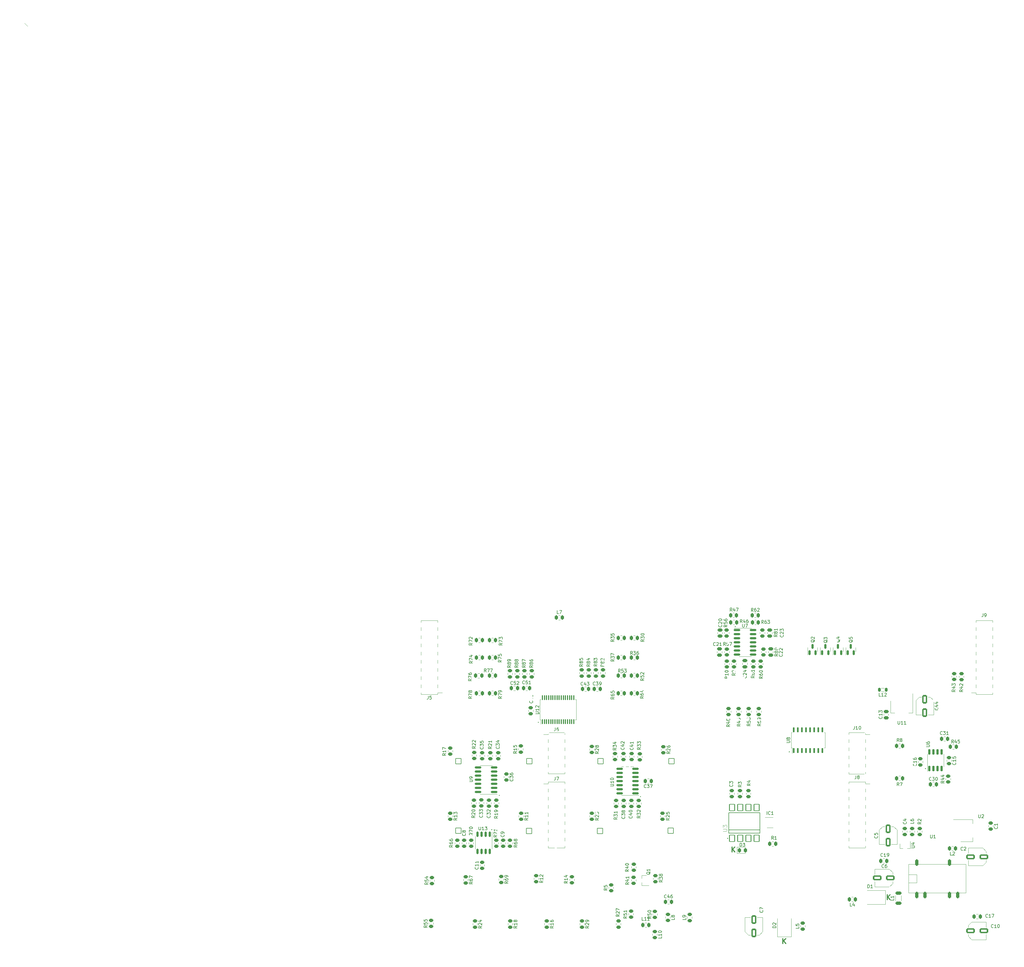
<source format=gbr>
%TF.GenerationSoftware,KiCad,Pcbnew,(6.0.10)*%
%TF.CreationDate,2023-02-08T13:20:31+00:00*%
%TF.ProjectId,fjol-daisy,666a6f6c-2d64-4616-9973-792e6b696361,rev?*%
%TF.SameCoordinates,Original*%
%TF.FileFunction,Legend,Top*%
%TF.FilePolarity,Positive*%
%FSLAX46Y46*%
G04 Gerber Fmt 4.6, Leading zero omitted, Abs format (unit mm)*
G04 Created by KiCad (PCBNEW (6.0.10)) date 2023-02-08 13:20:31*
%MOMM*%
%LPD*%
G01*
G04 APERTURE LIST*
G04 Aperture macros list*
%AMRoundRect*
0 Rectangle with rounded corners*
0 $1 Rounding radius*
0 $2 $3 $4 $5 $6 $7 $8 $9 X,Y pos of 4 corners*
0 Add a 4 corners polygon primitive as box body*
4,1,4,$2,$3,$4,$5,$6,$7,$8,$9,$2,$3,0*
0 Add four circle primitives for the rounded corners*
1,1,$1+$1,$2,$3*
1,1,$1+$1,$4,$5*
1,1,$1+$1,$6,$7*
1,1,$1+$1,$8,$9*
0 Add four rect primitives between the rounded corners*
20,1,$1+$1,$2,$3,$4,$5,0*
20,1,$1+$1,$4,$5,$6,$7,0*
20,1,$1+$1,$6,$7,$8,$9,0*
20,1,$1+$1,$8,$9,$2,$3,0*%
G04 Aperture macros list end*
%ADD10C,0.120000*%
%ADD11C,0.200000*%
%ADD12C,0.300000*%
%ADD13C,0.150000*%
%ADD14C,0.120650*%
%ADD15C,0.152400*%
%ADD16RoundRect,0.250000X0.700000X-0.275000X0.700000X0.275000X-0.700000X0.275000X-0.700000X-0.275000X0*%
%ADD17RoundRect,0.243750X-0.243750X-0.456250X0.243750X-0.456250X0.243750X0.456250X-0.243750X0.456250X0*%
%ADD18RoundRect,0.243750X0.243750X0.456250X-0.243750X0.456250X-0.243750X-0.456250X0.243750X-0.456250X0*%
%ADD19RoundRect,0.150000X0.150000X-0.725000X0.150000X0.725000X-0.150000X0.725000X-0.150000X-0.725000X0*%
%ADD20RoundRect,0.137500X0.137500X-0.662500X0.137500X0.662500X-0.137500X0.662500X-0.137500X-0.662500X0*%
%ADD21RoundRect,0.150000X0.825000X0.150000X-0.825000X0.150000X-0.825000X-0.150000X0.825000X-0.150000X0*%
%ADD22RoundRect,0.243750X-0.456250X0.243750X-0.456250X-0.243750X0.456250X-0.243750X0.456250X0.243750X0*%
%ADD23RoundRect,0.250000X1.137500X0.550000X-1.137500X0.550000X-1.137500X-0.550000X1.137500X-0.550000X0*%
%ADD24RoundRect,0.243750X0.456250X-0.243750X0.456250X0.243750X-0.456250X0.243750X-0.456250X-0.243750X0*%
%ADD25RoundRect,0.250000X0.550000X-1.137500X0.550000X1.137500X-0.550000X1.137500X-0.550000X-1.137500X0*%
%ADD26RoundRect,0.250000X-0.550000X1.137500X-0.550000X-1.137500X0.550000X-1.137500X0.550000X1.137500X0*%
%ADD27R,2.500000X2.300000*%
%ADD28R,2.300000X2.500000*%
%ADD29R,1.560000X0.650000*%
%ADD30R,3.150000X1.000000*%
%ADD31R,3.000000X1.000000*%
%ADD32R,0.900000X0.800000*%
%ADD33R,1.500000X2.000000*%
%ADD34R,3.800000X2.000000*%
%ADD35R,2.000000X1.500000*%
%ADD36R,2.000000X3.800000*%
%ADD37RoundRect,0.101600X-0.800000X-1.000000X0.800000X-1.000000X0.800000X1.000000X-0.800000X1.000000X0*%
%ADD38RoundRect,0.101600X0.800000X1.000000X-0.800000X1.000000X-0.800000X-1.000000X0.800000X-1.000000X0*%
%ADD39R,0.800000X0.900000*%
%ADD40RoundRect,0.250000X-1.137500X-0.550000X1.137500X-0.550000X1.137500X0.550000X-1.137500X0.550000X0*%
%ADD41RoundRect,0.100000X0.100000X-0.637500X0.100000X0.637500X-0.100000X0.637500X-0.100000X-0.637500X0*%
%ADD42RoundRect,0.150000X-0.150000X0.662500X-0.150000X-0.662500X0.150000X-0.662500X0.150000X0.662500X0*%
%ADD43R,3.200000X2.514000*%
%ADD44RoundRect,0.250000X0.450000X-0.262500X0.450000X0.262500X-0.450000X0.262500X-0.450000X-0.262500X0*%
%ADD45RoundRect,0.150000X0.150000X-0.587500X0.150000X0.587500X-0.150000X0.587500X-0.150000X-0.587500X0*%
%ADD46RoundRect,0.250000X-0.450000X0.262500X-0.450000X-0.262500X0.450000X-0.262500X0.450000X0.262500X0*%
%ADD47RoundRect,0.250000X-0.262500X-0.450000X0.262500X-0.450000X0.262500X0.450000X-0.262500X0.450000X0*%
%ADD48RoundRect,0.250000X0.475000X-0.250000X0.475000X0.250000X-0.475000X0.250000X-0.475000X-0.250000X0*%
%ADD49RoundRect,0.250000X0.250000X-0.800000X0.250000X0.800000X-0.250000X0.800000X-0.250000X-0.800000X0*%
%ADD50RoundRect,0.218750X0.218750X0.381250X-0.218750X0.381250X-0.218750X-0.381250X0.218750X-0.381250X0*%
%ADD51RoundRect,0.250000X-0.475000X0.250000X-0.475000X-0.250000X0.475000X-0.250000X0.475000X0.250000X0*%
%ADD52RoundRect,0.150000X-0.825000X-0.150000X0.825000X-0.150000X0.825000X0.150000X-0.825000X0.150000X0*%
%ADD53RoundRect,0.250000X0.262500X0.450000X-0.262500X0.450000X-0.262500X-0.450000X0.262500X-0.450000X0*%
%ADD54C,1.853200*%
%ADD55RoundRect,0.101600X-0.825000X0.825000X-0.825000X-0.825000X0.825000X-0.825000X0.825000X0.825000X0*%
%ADD56C,2.997200*%
%ADD57R,1.700000X1.700000*%
%ADD58C,1.700000*%
%ADD59C,1.422400*%
%ADD60R,2.000000X2.000000*%
%ADD61C,2.000000*%
%ADD62R,2.000000X3.200000*%
%ADD63R,1.800000X1.800000*%
%ADD64C,1.800000*%
%ADD65R,1.600000X1.500000*%
%ADD66C,1.600000*%
%ADD67C,3.000000*%
%ADD68C,0.800000*%
G04 APERTURE END LIST*
D10*
X-27787600Y127050800D02*
X-26822400Y126085600D01*
D11*
X192825000Y-60350000D02*
G75*
G03*
X192825000Y-60350000I-100000J0D01*
G01*
X119625438Y-112772180D02*
G75*
G03*
X119625438Y-112772180I-100000J0D01*
G01*
X163440438Y-113153180D02*
G75*
G03*
X163440438Y-113153180I-100000J0D01*
G01*
X209625000Y-99250000D02*
G75*
G03*
X209625000Y-99250000I-100000J0D01*
G01*
X190473000Y-126111000D02*
G75*
G03*
X190473000Y-126111000I-100000J0D01*
G01*
X117275000Y-123425000D02*
G75*
G03*
X117275000Y-123425000I-100000J0D01*
G01*
X251864800Y-104444800D02*
G75*
G03*
X251864800Y-104444800I-100000J0D01*
G01*
X131944438Y-87372180D02*
G75*
G03*
X131944438Y-87372180I-100000J0D01*
G01*
X131725000Y-90075000D02*
G75*
G03*
X131725000Y-90075000I-100000J0D01*
G01*
D12*
X191732742Y-130345571D02*
X191732742Y-128845571D01*
X192589885Y-130345571D02*
X191947028Y-129488428D01*
X192589885Y-128845571D02*
X191732742Y-129702714D01*
X239916542Y-145153771D02*
X239916542Y-143653771D01*
X240773685Y-145153771D02*
X240130828Y-144296628D01*
X240773685Y-143653771D02*
X239916542Y-144510914D01*
X207531542Y-158768171D02*
X207531542Y-157268171D01*
X208388685Y-158768171D02*
X207745828Y-157911028D01*
X208388685Y-157268171D02*
X207531542Y-158125314D01*
D13*
%TO.C,L1*%
X241922480Y-144854766D02*
X241922480Y-145330957D01*
X240922480Y-145330957D01*
X241922480Y-143997623D02*
X241922480Y-144569052D01*
X241922480Y-144283338D02*
X240922480Y-144283338D01*
X241065338Y-144378576D01*
X241160576Y-144473814D01*
X241208195Y-144569052D01*
%TO.C,D3*%
X194206904Y-128596380D02*
X194206904Y-127596380D01*
X194445000Y-127596380D01*
X194587857Y-127644000D01*
X194683095Y-127739238D01*
X194730714Y-127834476D01*
X194778333Y-128024952D01*
X194778333Y-128167809D01*
X194730714Y-128358285D01*
X194683095Y-128453523D01*
X194587857Y-128548761D01*
X194445000Y-128596380D01*
X194206904Y-128596380D01*
X195111666Y-127596380D02*
X195730714Y-127596380D01*
X195397380Y-127977333D01*
X195540238Y-127977333D01*
X195635476Y-128024952D01*
X195683095Y-128072571D01*
X195730714Y-128167809D01*
X195730714Y-128405904D01*
X195683095Y-128501142D01*
X195635476Y-128548761D01*
X195540238Y-128596380D01*
X195254523Y-128596380D01*
X195159285Y-128548761D01*
X195111666Y-128501142D01*
%TO.C,L2*%
X259957033Y-131337580D02*
X259480842Y-131337580D01*
X259480842Y-130337580D01*
X260242747Y-130432819D02*
X260290366Y-130385200D01*
X260385604Y-130337580D01*
X260623700Y-130337580D01*
X260718938Y-130385200D01*
X260766557Y-130432819D01*
X260814176Y-130528057D01*
X260814176Y-130623295D01*
X260766557Y-130766152D01*
X260195128Y-131337580D01*
X260814176Y-131337580D01*
%TO.C,U6*%
X252055380Y-97662904D02*
X252864904Y-97662904D01*
X252960142Y-97615285D01*
X253007761Y-97567666D01*
X253055380Y-97472428D01*
X253055380Y-97281952D01*
X253007761Y-97186714D01*
X252960142Y-97139095D01*
X252864904Y-97091476D01*
X252055380Y-97091476D01*
X252055380Y-96186714D02*
X252055380Y-96377190D01*
X252103000Y-96472428D01*
X252150619Y-96520047D01*
X252293476Y-96615285D01*
X252483952Y-96662904D01*
X252864904Y-96662904D01*
X252960142Y-96615285D01*
X253007761Y-96567666D01*
X253055380Y-96472428D01*
X253055380Y-96281952D01*
X253007761Y-96186714D01*
X252960142Y-96139095D01*
X252864904Y-96091476D01*
X252626809Y-96091476D01*
X252531571Y-96139095D01*
X252483952Y-96186714D01*
X252436333Y-96281952D01*
X252436333Y-96472428D01*
X252483952Y-96567666D01*
X252531571Y-96615285D01*
X252626809Y-96662904D01*
%TO.C,U8*%
X208702380Y-96386904D02*
X209511904Y-96386904D01*
X209607142Y-96339285D01*
X209654761Y-96291666D01*
X209702380Y-96196428D01*
X209702380Y-96005952D01*
X209654761Y-95910714D01*
X209607142Y-95863095D01*
X209511904Y-95815476D01*
X208702380Y-95815476D01*
X209130952Y-95196428D02*
X209083333Y-95291666D01*
X209035714Y-95339285D01*
X208940476Y-95386904D01*
X208892857Y-95386904D01*
X208797619Y-95339285D01*
X208750000Y-95291666D01*
X208702380Y-95196428D01*
X208702380Y-95005952D01*
X208750000Y-94910714D01*
X208797619Y-94863095D01*
X208892857Y-94815476D01*
X208940476Y-94815476D01*
X209035714Y-94863095D01*
X209083333Y-94910714D01*
X209130952Y-95005952D01*
X209130952Y-95196428D01*
X209178571Y-95291666D01*
X209226190Y-95339285D01*
X209321428Y-95386904D01*
X209511904Y-95386904D01*
X209607142Y-95339285D01*
X209654761Y-95291666D01*
X209702380Y-95196428D01*
X209702380Y-95005952D01*
X209654761Y-94910714D01*
X209607142Y-94863095D01*
X209511904Y-94815476D01*
X209321428Y-94815476D01*
X209226190Y-94863095D01*
X209178571Y-94910714D01*
X209130952Y-95005952D01*
%TO.C,U10*%
X154015818Y-109884275D02*
X154825342Y-109884275D01*
X154920580Y-109836656D01*
X154968199Y-109789037D01*
X155015818Y-109693799D01*
X155015818Y-109503322D01*
X154968199Y-109408084D01*
X154920580Y-109360465D01*
X154825342Y-109312846D01*
X154015818Y-109312846D01*
X155015818Y-108312846D02*
X155015818Y-108884275D01*
X155015818Y-108598560D02*
X154015818Y-108598560D01*
X154158676Y-108693799D01*
X154253914Y-108789037D01*
X154301533Y-108884275D01*
X154015818Y-107693799D02*
X154015818Y-107598560D01*
X154063438Y-107503322D01*
X154111057Y-107455703D01*
X154206295Y-107408084D01*
X154396771Y-107360465D01*
X154634866Y-107360465D01*
X154825342Y-107408084D01*
X154920580Y-107455703D01*
X154968199Y-107503322D01*
X155015818Y-107598560D01*
X155015818Y-107693799D01*
X154968199Y-107789037D01*
X154920580Y-107836656D01*
X154825342Y-107884275D01*
X154634866Y-107931894D01*
X154396771Y-107931894D01*
X154206295Y-107884275D01*
X154111057Y-107836656D01*
X154063438Y-107789037D01*
X154015818Y-107693799D01*
%TO.C,C1*%
X274041142Y-122493066D02*
X274088761Y-122540685D01*
X274136380Y-122683542D01*
X274136380Y-122778780D01*
X274088761Y-122921638D01*
X273993523Y-123016876D01*
X273898285Y-123064495D01*
X273707809Y-123112114D01*
X273564952Y-123112114D01*
X273374476Y-123064495D01*
X273279238Y-123016876D01*
X273184000Y-122921638D01*
X273136380Y-122778780D01*
X273136380Y-122683542D01*
X273184000Y-122540685D01*
X273231619Y-122493066D01*
X274136380Y-121540685D02*
X274136380Y-122112114D01*
X274136380Y-121826400D02*
X273136380Y-121826400D01*
X273279238Y-121921638D01*
X273374476Y-122016876D01*
X273422095Y-122112114D01*
%TO.C,C2*%
X263363433Y-129757442D02*
X263315814Y-129805061D01*
X263172957Y-129852680D01*
X263077719Y-129852680D01*
X262934861Y-129805061D01*
X262839623Y-129709823D01*
X262792004Y-129614585D01*
X262744385Y-129424109D01*
X262744385Y-129281252D01*
X262792004Y-129090776D01*
X262839623Y-128995538D01*
X262934861Y-128900300D01*
X263077719Y-128852680D01*
X263172957Y-128852680D01*
X263315814Y-128900300D01*
X263363433Y-128947919D01*
X263744385Y-128947919D02*
X263792004Y-128900300D01*
X263887242Y-128852680D01*
X264125338Y-128852680D01*
X264220576Y-128900300D01*
X264268195Y-128947919D01*
X264315814Y-129043157D01*
X264315814Y-129138395D01*
X264268195Y-129281252D01*
X263696766Y-129852680D01*
X264315814Y-129852680D01*
%TO.C,C4*%
X245768042Y-121033366D02*
X245815661Y-121080985D01*
X245863280Y-121223842D01*
X245863280Y-121319080D01*
X245815661Y-121461938D01*
X245720423Y-121557176D01*
X245625185Y-121604795D01*
X245434709Y-121652414D01*
X245291852Y-121652414D01*
X245101376Y-121604795D01*
X245006138Y-121557176D01*
X244910900Y-121461938D01*
X244863280Y-121319080D01*
X244863280Y-121223842D01*
X244910900Y-121080985D01*
X244958519Y-121033366D01*
X245196614Y-120176223D02*
X245863280Y-120176223D01*
X244815661Y-120414319D02*
X245529947Y-120652414D01*
X245529947Y-120033366D01*
%TO.C,C6*%
X238858333Y-135132142D02*
X238810714Y-135179761D01*
X238667857Y-135227380D01*
X238572619Y-135227380D01*
X238429761Y-135179761D01*
X238334523Y-135084523D01*
X238286904Y-134989285D01*
X238239285Y-134798809D01*
X238239285Y-134655952D01*
X238286904Y-134465476D01*
X238334523Y-134370238D01*
X238429761Y-134275000D01*
X238572619Y-134227380D01*
X238667857Y-134227380D01*
X238810714Y-134275000D01*
X238858333Y-134322619D01*
X239715476Y-134227380D02*
X239525000Y-134227380D01*
X239429761Y-134275000D01*
X239382142Y-134322619D01*
X239286904Y-134465476D01*
X239239285Y-134655952D01*
X239239285Y-135036904D01*
X239286904Y-135132142D01*
X239334523Y-135179761D01*
X239429761Y-135227380D01*
X239620238Y-135227380D01*
X239715476Y-135179761D01*
X239763095Y-135132142D01*
X239810714Y-135036904D01*
X239810714Y-134798809D01*
X239763095Y-134703571D01*
X239715476Y-134655952D01*
X239620238Y-134608333D01*
X239429761Y-134608333D01*
X239334523Y-134655952D01*
X239286904Y-134703571D01*
X239239285Y-134798809D01*
%TO.C,C7*%
X201257442Y-148494466D02*
X201305061Y-148542085D01*
X201352680Y-148684942D01*
X201352680Y-148780180D01*
X201305061Y-148923038D01*
X201209823Y-149018276D01*
X201114585Y-149065895D01*
X200924109Y-149113514D01*
X200781252Y-149113514D01*
X200590776Y-149065895D01*
X200495538Y-149018276D01*
X200400300Y-148923038D01*
X200352680Y-148780180D01*
X200352680Y-148684942D01*
X200400300Y-148542085D01*
X200447919Y-148494466D01*
X200352680Y-148161133D02*
X200352680Y-147494466D01*
X201352680Y-147923038D01*
%TO.C,C8*%
X108960580Y-124622846D02*
X109008199Y-124670465D01*
X109055818Y-124813322D01*
X109055818Y-124908560D01*
X109008199Y-125051418D01*
X108912961Y-125146656D01*
X108817723Y-125194275D01*
X108627247Y-125241894D01*
X108484390Y-125241894D01*
X108293914Y-125194275D01*
X108198676Y-125146656D01*
X108103438Y-125051418D01*
X108055818Y-124908560D01*
X108055818Y-124813322D01*
X108103438Y-124670465D01*
X108151057Y-124622846D01*
X108484390Y-124051418D02*
X108436771Y-124146656D01*
X108389152Y-124194275D01*
X108293914Y-124241894D01*
X108246295Y-124241894D01*
X108151057Y-124194275D01*
X108103438Y-124146656D01*
X108055818Y-124051418D01*
X108055818Y-123860941D01*
X108103438Y-123765703D01*
X108151057Y-123718084D01*
X108246295Y-123670465D01*
X108293914Y-123670465D01*
X108389152Y-123718084D01*
X108436771Y-123765703D01*
X108484390Y-123860941D01*
X108484390Y-124051418D01*
X108532009Y-124146656D01*
X108579628Y-124194275D01*
X108674866Y-124241894D01*
X108865342Y-124241894D01*
X108960580Y-124194275D01*
X109008199Y-124146656D01*
X109055818Y-124051418D01*
X109055818Y-123860941D01*
X109008199Y-123765703D01*
X108960580Y-123718084D01*
X108865342Y-123670465D01*
X108674866Y-123670465D01*
X108579628Y-123718084D01*
X108532009Y-123765703D01*
X108484390Y-123860941D01*
%TO.C,C9*%
X120933080Y-125025346D02*
X120980699Y-125072965D01*
X121028318Y-125215822D01*
X121028318Y-125311060D01*
X120980699Y-125453918D01*
X120885461Y-125549156D01*
X120790223Y-125596775D01*
X120599747Y-125644394D01*
X120456890Y-125644394D01*
X120266414Y-125596775D01*
X120171176Y-125549156D01*
X120075938Y-125453918D01*
X120028318Y-125311060D01*
X120028318Y-125215822D01*
X120075938Y-125072965D01*
X120123557Y-125025346D01*
X121028318Y-124549156D02*
X121028318Y-124358680D01*
X120980699Y-124263441D01*
X120933080Y-124215822D01*
X120790223Y-124120584D01*
X120599747Y-124072965D01*
X120218795Y-124072965D01*
X120123557Y-124120584D01*
X120075938Y-124168203D01*
X120028318Y-124263441D01*
X120028318Y-124453918D01*
X120075938Y-124549156D01*
X120123557Y-124596775D01*
X120218795Y-124644394D01*
X120456890Y-124644394D01*
X120552128Y-124596775D01*
X120599747Y-124549156D01*
X120647366Y-124453918D01*
X120647366Y-124263441D01*
X120599747Y-124168203D01*
X120552128Y-124120584D01*
X120456890Y-124072965D01*
%TO.C,C15*%
X261087142Y-102623857D02*
X261134761Y-102671476D01*
X261182380Y-102814333D01*
X261182380Y-102909571D01*
X261134761Y-103052428D01*
X261039523Y-103147666D01*
X260944285Y-103195285D01*
X260753809Y-103242904D01*
X260610952Y-103242904D01*
X260420476Y-103195285D01*
X260325238Y-103147666D01*
X260230000Y-103052428D01*
X260182380Y-102909571D01*
X260182380Y-102814333D01*
X260230000Y-102671476D01*
X260277619Y-102623857D01*
X261182380Y-101671476D02*
X261182380Y-102242904D01*
X261182380Y-101957190D02*
X260182380Y-101957190D01*
X260325238Y-102052428D01*
X260420476Y-102147666D01*
X260468095Y-102242904D01*
X260182380Y-100766714D02*
X260182380Y-101242904D01*
X260658571Y-101290523D01*
X260610952Y-101242904D01*
X260563333Y-101147666D01*
X260563333Y-100909571D01*
X260610952Y-100814333D01*
X260658571Y-100766714D01*
X260753809Y-100719095D01*
X260991904Y-100719095D01*
X261087142Y-100766714D01*
X261134761Y-100814333D01*
X261182380Y-100909571D01*
X261182380Y-101147666D01*
X261134761Y-101242904D01*
X261087142Y-101290523D01*
%TO.C,C16*%
X248896142Y-103004857D02*
X248943761Y-103052476D01*
X248991380Y-103195333D01*
X248991380Y-103290571D01*
X248943761Y-103433428D01*
X248848523Y-103528666D01*
X248753285Y-103576285D01*
X248562809Y-103623904D01*
X248419952Y-103623904D01*
X248229476Y-103576285D01*
X248134238Y-103528666D01*
X248039000Y-103433428D01*
X247991380Y-103290571D01*
X247991380Y-103195333D01*
X248039000Y-103052476D01*
X248086619Y-103004857D01*
X248991380Y-102052476D02*
X248991380Y-102623904D01*
X248991380Y-102338190D02*
X247991380Y-102338190D01*
X248134238Y-102433428D01*
X248229476Y-102528666D01*
X248277095Y-102623904D01*
X247991380Y-101195333D02*
X247991380Y-101385809D01*
X248039000Y-101481047D01*
X248086619Y-101528666D01*
X248229476Y-101623904D01*
X248419952Y-101671523D01*
X248800904Y-101671523D01*
X248896142Y-101623904D01*
X248943761Y-101576285D01*
X248991380Y-101481047D01*
X248991380Y-101290571D01*
X248943761Y-101195333D01*
X248896142Y-101147714D01*
X248800904Y-101100095D01*
X248562809Y-101100095D01*
X248467571Y-101147714D01*
X248419952Y-101195333D01*
X248372333Y-101290571D01*
X248372333Y-101481047D01*
X248419952Y-101576285D01*
X248467571Y-101623904D01*
X248562809Y-101671523D01*
%TO.C,C19*%
X238509642Y-131679142D02*
X238462023Y-131726761D01*
X238319166Y-131774380D01*
X238223928Y-131774380D01*
X238081071Y-131726761D01*
X237985833Y-131631523D01*
X237938214Y-131536285D01*
X237890595Y-131345809D01*
X237890595Y-131202952D01*
X237938214Y-131012476D01*
X237985833Y-130917238D01*
X238081071Y-130822000D01*
X238223928Y-130774380D01*
X238319166Y-130774380D01*
X238462023Y-130822000D01*
X238509642Y-130869619D01*
X239462023Y-131774380D02*
X238890595Y-131774380D01*
X239176309Y-131774380D02*
X239176309Y-130774380D01*
X239081071Y-130917238D01*
X238985833Y-131012476D01*
X238890595Y-131060095D01*
X239938214Y-131774380D02*
X240128690Y-131774380D01*
X240223928Y-131726761D01*
X240271547Y-131679142D01*
X240366785Y-131536285D01*
X240414404Y-131345809D01*
X240414404Y-130964857D01*
X240366785Y-130869619D01*
X240319166Y-130822000D01*
X240223928Y-130774380D01*
X240033452Y-130774380D01*
X239938214Y-130822000D01*
X239890595Y-130869619D01*
X239842976Y-130964857D01*
X239842976Y-131202952D01*
X239890595Y-131298190D01*
X239938214Y-131345809D01*
X240033452Y-131393428D01*
X240223928Y-131393428D01*
X240319166Y-131345809D01*
X240366785Y-131298190D01*
X240414404Y-131202952D01*
%TO.C,C30*%
X253557142Y-108056542D02*
X253509523Y-108104161D01*
X253366666Y-108151780D01*
X253271428Y-108151780D01*
X253128571Y-108104161D01*
X253033333Y-108008923D01*
X252985714Y-107913685D01*
X252938095Y-107723209D01*
X252938095Y-107580352D01*
X252985714Y-107389876D01*
X253033333Y-107294638D01*
X253128571Y-107199400D01*
X253271428Y-107151780D01*
X253366666Y-107151780D01*
X253509523Y-107199400D01*
X253557142Y-107247019D01*
X253890476Y-107151780D02*
X254509523Y-107151780D01*
X254176190Y-107532733D01*
X254319047Y-107532733D01*
X254414285Y-107580352D01*
X254461904Y-107627971D01*
X254509523Y-107723209D01*
X254509523Y-107961304D01*
X254461904Y-108056542D01*
X254414285Y-108104161D01*
X254319047Y-108151780D01*
X254033333Y-108151780D01*
X253938095Y-108104161D01*
X253890476Y-108056542D01*
X255128571Y-107151780D02*
X255223809Y-107151780D01*
X255319047Y-107199400D01*
X255366666Y-107247019D01*
X255414285Y-107342257D01*
X255461904Y-107532733D01*
X255461904Y-107770828D01*
X255414285Y-107961304D01*
X255366666Y-108056542D01*
X255319047Y-108104161D01*
X255223809Y-108151780D01*
X255128571Y-108151780D01*
X255033333Y-108104161D01*
X254985714Y-108056542D01*
X254938095Y-107961304D01*
X254890476Y-107770828D01*
X254890476Y-107532733D01*
X254938095Y-107342257D01*
X254985714Y-107247019D01*
X255033333Y-107199400D01*
X255128571Y-107151780D01*
%TO.C,C32*%
X116605980Y-119104636D02*
X116653599Y-119152255D01*
X116701218Y-119295112D01*
X116701218Y-119390350D01*
X116653599Y-119533207D01*
X116558361Y-119628445D01*
X116463123Y-119676064D01*
X116272647Y-119723683D01*
X116129790Y-119723683D01*
X115939314Y-119676064D01*
X115844076Y-119628445D01*
X115748838Y-119533207D01*
X115701218Y-119390350D01*
X115701218Y-119295112D01*
X115748838Y-119152255D01*
X115796457Y-119104636D01*
X115701218Y-118771302D02*
X115701218Y-118152255D01*
X116082171Y-118485588D01*
X116082171Y-118342731D01*
X116129790Y-118247493D01*
X116177409Y-118199874D01*
X116272647Y-118152255D01*
X116510742Y-118152255D01*
X116605980Y-118199874D01*
X116653599Y-118247493D01*
X116701218Y-118342731D01*
X116701218Y-118628445D01*
X116653599Y-118723683D01*
X116605980Y-118771302D01*
X115796457Y-117771302D02*
X115748838Y-117723683D01*
X115701218Y-117628445D01*
X115701218Y-117390350D01*
X115748838Y-117295112D01*
X115796457Y-117247493D01*
X115891695Y-117199874D01*
X115986933Y-117199874D01*
X116129790Y-117247493D01*
X116701218Y-117818921D01*
X116701218Y-117199874D01*
%TO.C,C33*%
X114269180Y-119003037D02*
X114316799Y-119050656D01*
X114364418Y-119193513D01*
X114364418Y-119288751D01*
X114316799Y-119431608D01*
X114221561Y-119526846D01*
X114126323Y-119574465D01*
X113935847Y-119622084D01*
X113792990Y-119622084D01*
X113602514Y-119574465D01*
X113507276Y-119526846D01*
X113412038Y-119431608D01*
X113364418Y-119288751D01*
X113364418Y-119193513D01*
X113412038Y-119050656D01*
X113459657Y-119003037D01*
X113364418Y-118669703D02*
X113364418Y-118050656D01*
X113745371Y-118383989D01*
X113745371Y-118241132D01*
X113792990Y-118145894D01*
X113840609Y-118098275D01*
X113935847Y-118050656D01*
X114173942Y-118050656D01*
X114269180Y-118098275D01*
X114316799Y-118145894D01*
X114364418Y-118241132D01*
X114364418Y-118526846D01*
X114316799Y-118622084D01*
X114269180Y-118669703D01*
X113364418Y-117717322D02*
X113364418Y-117098275D01*
X113745371Y-117431608D01*
X113745371Y-117288751D01*
X113792990Y-117193513D01*
X113840609Y-117145894D01*
X113935847Y-117098275D01*
X114173942Y-117098275D01*
X114269180Y-117145894D01*
X114316799Y-117193513D01*
X114364418Y-117288751D01*
X114364418Y-117574465D01*
X114316799Y-117669703D01*
X114269180Y-117717322D01*
%TO.C,C42*%
X158177314Y-97937970D02*
X158224933Y-97985589D01*
X158272552Y-98128446D01*
X158272552Y-98223684D01*
X158224933Y-98366541D01*
X158129695Y-98461779D01*
X158034457Y-98509398D01*
X157843981Y-98557017D01*
X157701124Y-98557017D01*
X157510648Y-98509398D01*
X157415410Y-98461779D01*
X157320172Y-98366541D01*
X157272552Y-98223684D01*
X157272552Y-98128446D01*
X157320172Y-97985589D01*
X157367791Y-97937970D01*
X157605886Y-97080827D02*
X158272552Y-97080827D01*
X157224933Y-97318922D02*
X157939219Y-97557017D01*
X157939219Y-96937970D01*
X157367791Y-96604636D02*
X157320172Y-96557017D01*
X157272552Y-96461779D01*
X157272552Y-96223684D01*
X157320172Y-96128446D01*
X157367791Y-96080827D01*
X157463029Y-96033208D01*
X157558267Y-96033208D01*
X157701124Y-96080827D01*
X158272552Y-96652255D01*
X158272552Y-96033208D01*
%TO.C,C35*%
X114472380Y-97768637D02*
X114519999Y-97816256D01*
X114567618Y-97959113D01*
X114567618Y-98054351D01*
X114519999Y-98197208D01*
X114424761Y-98292446D01*
X114329523Y-98340065D01*
X114139047Y-98387684D01*
X113996190Y-98387684D01*
X113805714Y-98340065D01*
X113710476Y-98292446D01*
X113615238Y-98197208D01*
X113567618Y-98054351D01*
X113567618Y-97959113D01*
X113615238Y-97816256D01*
X113662857Y-97768637D01*
X113567618Y-97435303D02*
X113567618Y-96816256D01*
X113948571Y-97149589D01*
X113948571Y-97006732D01*
X113996190Y-96911494D01*
X114043809Y-96863875D01*
X114139047Y-96816256D01*
X114377142Y-96816256D01*
X114472380Y-96863875D01*
X114519999Y-96911494D01*
X114567618Y-97006732D01*
X114567618Y-97292446D01*
X114519999Y-97387684D01*
X114472380Y-97435303D01*
X113567618Y-95911494D02*
X113567618Y-96387684D01*
X114043809Y-96435303D01*
X113996190Y-96387684D01*
X113948571Y-96292446D01*
X113948571Y-96054351D01*
X113996190Y-95959113D01*
X114043809Y-95911494D01*
X114139047Y-95863875D01*
X114377142Y-95863875D01*
X114472380Y-95911494D01*
X114519999Y-95959113D01*
X114567618Y-96054351D01*
X114567618Y-96292446D01*
X114519999Y-96387684D01*
X114472380Y-96435303D01*
%TO.C,C36*%
X123695580Y-107701537D02*
X123743199Y-107749156D01*
X123790818Y-107892013D01*
X123790818Y-107987251D01*
X123743199Y-108130108D01*
X123647961Y-108225346D01*
X123552723Y-108272965D01*
X123362247Y-108320584D01*
X123219390Y-108320584D01*
X123028914Y-108272965D01*
X122933676Y-108225346D01*
X122838438Y-108130108D01*
X122790818Y-107987251D01*
X122790818Y-107892013D01*
X122838438Y-107749156D01*
X122886057Y-107701537D01*
X122790818Y-107368203D02*
X122790818Y-106749156D01*
X123171771Y-107082489D01*
X123171771Y-106939632D01*
X123219390Y-106844394D01*
X123267009Y-106796775D01*
X123362247Y-106749156D01*
X123600342Y-106749156D01*
X123695580Y-106796775D01*
X123743199Y-106844394D01*
X123790818Y-106939632D01*
X123790818Y-107225346D01*
X123743199Y-107320584D01*
X123695580Y-107368203D01*
X122790818Y-105892013D02*
X122790818Y-106082489D01*
X122838438Y-106177727D01*
X122886057Y-106225346D01*
X123028914Y-106320584D01*
X123219390Y-106368203D01*
X123600342Y-106368203D01*
X123695580Y-106320584D01*
X123743199Y-106272965D01*
X123790818Y-106177727D01*
X123790818Y-105987251D01*
X123743199Y-105892013D01*
X123695580Y-105844394D01*
X123600342Y-105796775D01*
X123362247Y-105796775D01*
X123267009Y-105844394D01*
X123219390Y-105892013D01*
X123171771Y-105987251D01*
X123171771Y-106177727D01*
X123219390Y-106272965D01*
X123267009Y-106320584D01*
X123362247Y-106368203D01*
%TO.C,C37*%
X165083080Y-110303322D02*
X165035461Y-110350941D01*
X164892604Y-110398560D01*
X164797366Y-110398560D01*
X164654509Y-110350941D01*
X164559271Y-110255703D01*
X164511652Y-110160465D01*
X164464033Y-109969989D01*
X164464033Y-109827132D01*
X164511652Y-109636656D01*
X164559271Y-109541418D01*
X164654509Y-109446180D01*
X164797366Y-109398560D01*
X164892604Y-109398560D01*
X165035461Y-109446180D01*
X165083080Y-109493799D01*
X165416414Y-109398560D02*
X166035461Y-109398560D01*
X165702128Y-109779513D01*
X165844985Y-109779513D01*
X165940223Y-109827132D01*
X165987842Y-109874751D01*
X166035461Y-109969989D01*
X166035461Y-110208084D01*
X165987842Y-110303322D01*
X165940223Y-110350941D01*
X165844985Y-110398560D01*
X165559271Y-110398560D01*
X165464033Y-110350941D01*
X165416414Y-110303322D01*
X166368795Y-109398560D02*
X167035461Y-109398560D01*
X166606890Y-110398560D01*
%TO.C,C38*%
X158414380Y-119358637D02*
X158461999Y-119406256D01*
X158509618Y-119549113D01*
X158509618Y-119644351D01*
X158461999Y-119787208D01*
X158366761Y-119882446D01*
X158271523Y-119930065D01*
X158081047Y-119977684D01*
X157938190Y-119977684D01*
X157747714Y-119930065D01*
X157652476Y-119882446D01*
X157557238Y-119787208D01*
X157509618Y-119644351D01*
X157509618Y-119549113D01*
X157557238Y-119406256D01*
X157604857Y-119358637D01*
X157509618Y-119025303D02*
X157509618Y-118406256D01*
X157890571Y-118739589D01*
X157890571Y-118596732D01*
X157938190Y-118501494D01*
X157985809Y-118453875D01*
X158081047Y-118406256D01*
X158319142Y-118406256D01*
X158414380Y-118453875D01*
X158461999Y-118501494D01*
X158509618Y-118596732D01*
X158509618Y-118882446D01*
X158461999Y-118977684D01*
X158414380Y-119025303D01*
X157938190Y-117834827D02*
X157890571Y-117930065D01*
X157842952Y-117977684D01*
X157747714Y-118025303D01*
X157700095Y-118025303D01*
X157604857Y-117977684D01*
X157557238Y-117930065D01*
X157509618Y-117834827D01*
X157509618Y-117644351D01*
X157557238Y-117549113D01*
X157604857Y-117501494D01*
X157700095Y-117453875D01*
X157747714Y-117453875D01*
X157842952Y-117501494D01*
X157890571Y-117549113D01*
X157938190Y-117644351D01*
X157938190Y-117834827D01*
X157985809Y-117930065D01*
X158033428Y-117977684D01*
X158128666Y-118025303D01*
X158319142Y-118025303D01*
X158414380Y-117977684D01*
X158461999Y-117930065D01*
X158509618Y-117834827D01*
X158509618Y-117644351D01*
X158461999Y-117549113D01*
X158414380Y-117501494D01*
X158319142Y-117453875D01*
X158128666Y-117453875D01*
X158033428Y-117501494D01*
X157985809Y-117549113D01*
X157938190Y-117644351D01*
%TO.C,C40*%
X160683447Y-119257035D02*
X160731066Y-119304654D01*
X160778685Y-119447511D01*
X160778685Y-119542749D01*
X160731066Y-119685606D01*
X160635828Y-119780844D01*
X160540590Y-119828463D01*
X160350114Y-119876082D01*
X160207257Y-119876082D01*
X160016781Y-119828463D01*
X159921543Y-119780844D01*
X159826305Y-119685606D01*
X159778685Y-119542749D01*
X159778685Y-119447511D01*
X159826305Y-119304654D01*
X159873924Y-119257035D01*
X160112019Y-118399892D02*
X160778685Y-118399892D01*
X159731066Y-118637987D02*
X160445352Y-118876082D01*
X160445352Y-118257035D01*
X159778685Y-117685606D02*
X159778685Y-117590368D01*
X159826305Y-117495130D01*
X159873924Y-117447511D01*
X159969162Y-117399892D01*
X160159638Y-117352273D01*
X160397733Y-117352273D01*
X160588209Y-117399892D01*
X160683447Y-117447511D01*
X160731066Y-117495130D01*
X160778685Y-117590368D01*
X160778685Y-117685606D01*
X160731066Y-117780844D01*
X160683447Y-117828463D01*
X160588209Y-117876082D01*
X160397733Y-117923701D01*
X160159638Y-117923701D01*
X159969162Y-117876082D01*
X159873924Y-117828463D01*
X159826305Y-117780844D01*
X159778685Y-117685606D01*
%TO.C,C41*%
X160988247Y-98005703D02*
X161035866Y-98053322D01*
X161083485Y-98196179D01*
X161083485Y-98291417D01*
X161035866Y-98434274D01*
X160940628Y-98529512D01*
X160845390Y-98577131D01*
X160654914Y-98624750D01*
X160512057Y-98624750D01*
X160321581Y-98577131D01*
X160226343Y-98529512D01*
X160131105Y-98434274D01*
X160083485Y-98291417D01*
X160083485Y-98196179D01*
X160131105Y-98053322D01*
X160178724Y-98005703D01*
X160416819Y-97148560D02*
X161083485Y-97148560D01*
X160035866Y-97386655D02*
X160750152Y-97624750D01*
X160750152Y-97005703D01*
X161083485Y-96100941D02*
X161083485Y-96672369D01*
X161083485Y-96386655D02*
X160083485Y-96386655D01*
X160226343Y-96481893D01*
X160321581Y-96577131D01*
X160369200Y-96672369D01*
%TO.C,C34*%
X119450780Y-97616237D02*
X119498399Y-97663856D01*
X119546018Y-97806713D01*
X119546018Y-97901951D01*
X119498399Y-98044808D01*
X119403161Y-98140046D01*
X119307923Y-98187665D01*
X119117447Y-98235284D01*
X118974590Y-98235284D01*
X118784114Y-98187665D01*
X118688876Y-98140046D01*
X118593638Y-98044808D01*
X118546018Y-97901951D01*
X118546018Y-97806713D01*
X118593638Y-97663856D01*
X118641257Y-97616237D01*
X118546018Y-97282903D02*
X118546018Y-96663856D01*
X118926971Y-96997189D01*
X118926971Y-96854332D01*
X118974590Y-96759094D01*
X119022209Y-96711475D01*
X119117447Y-96663856D01*
X119355542Y-96663856D01*
X119450780Y-96711475D01*
X119498399Y-96759094D01*
X119546018Y-96854332D01*
X119546018Y-97140046D01*
X119498399Y-97235284D01*
X119450780Y-97282903D01*
X118879352Y-95806713D02*
X119546018Y-95806713D01*
X118498399Y-96044808D02*
X119212685Y-96282903D01*
X119212685Y-95663856D01*
%TO.C,C46*%
X171358980Y-144537422D02*
X171311361Y-144585041D01*
X171168504Y-144632660D01*
X171073266Y-144632660D01*
X170930409Y-144585041D01*
X170835171Y-144489803D01*
X170787552Y-144394565D01*
X170739933Y-144204089D01*
X170739933Y-144061232D01*
X170787552Y-143870756D01*
X170835171Y-143775518D01*
X170930409Y-143680280D01*
X171073266Y-143632660D01*
X171168504Y-143632660D01*
X171311361Y-143680280D01*
X171358980Y-143727899D01*
X172216123Y-143965994D02*
X172216123Y-144632660D01*
X171978028Y-143585041D02*
X171739933Y-144299327D01*
X172358980Y-144299327D01*
X173168504Y-143632660D02*
X172978028Y-143632660D01*
X172882790Y-143680280D01*
X172835171Y-143727899D01*
X172739933Y-143870756D01*
X172692314Y-144061232D01*
X172692314Y-144442184D01*
X172739933Y-144537422D01*
X172787552Y-144585041D01*
X172882790Y-144632660D01*
X173073266Y-144632660D01*
X173168504Y-144585041D01*
X173216123Y-144537422D01*
X173263742Y-144442184D01*
X173263742Y-144204089D01*
X173216123Y-144108851D01*
X173168504Y-144061232D01*
X173073266Y-144013613D01*
X172882790Y-144013613D01*
X172787552Y-144061232D01*
X172739933Y-144108851D01*
X172692314Y-144204089D01*
%TO.C,C44*%
X255607142Y-85642857D02*
X255654761Y-85690476D01*
X255702380Y-85833333D01*
X255702380Y-85928571D01*
X255654761Y-86071428D01*
X255559523Y-86166666D01*
X255464285Y-86214285D01*
X255273809Y-86261904D01*
X255130952Y-86261904D01*
X254940476Y-86214285D01*
X254845238Y-86166666D01*
X254750000Y-86071428D01*
X254702380Y-85928571D01*
X254702380Y-85833333D01*
X254750000Y-85690476D01*
X254797619Y-85642857D01*
X255035714Y-84785714D02*
X255702380Y-84785714D01*
X254654761Y-85023809D02*
X255369047Y-85261904D01*
X255369047Y-84642857D01*
X255035714Y-83833333D02*
X255702380Y-83833333D01*
X254654761Y-84071428D02*
X255369047Y-84309523D01*
X255369047Y-83690476D01*
%TO.C,C45*%
X129808242Y-83457257D02*
X129855861Y-83504876D01*
X129903480Y-83647733D01*
X129903480Y-83742971D01*
X129855861Y-83885828D01*
X129760623Y-83981066D01*
X129665385Y-84028685D01*
X129474909Y-84076304D01*
X129332052Y-84076304D01*
X129141576Y-84028685D01*
X129046338Y-83981066D01*
X128951100Y-83885828D01*
X128903480Y-83742971D01*
X128903480Y-83647733D01*
X128951100Y-83504876D01*
X128998719Y-83457257D01*
X129236814Y-82600114D02*
X129903480Y-82600114D01*
X128855861Y-82838209D02*
X129570147Y-83076304D01*
X129570147Y-82457257D01*
X128903480Y-81600114D02*
X128903480Y-82076304D01*
X129379671Y-82123923D01*
X129332052Y-82076304D01*
X129284433Y-81981066D01*
X129284433Y-81742971D01*
X129332052Y-81647733D01*
X129379671Y-81600114D01*
X129474909Y-81552495D01*
X129713004Y-81552495D01*
X129808242Y-81600114D01*
X129855861Y-81647733D01*
X129903480Y-81742971D01*
X129903480Y-81981066D01*
X129855861Y-82076304D01*
X129808242Y-82123923D01*
%TO.C,D1*%
X233821404Y-141486480D02*
X233821404Y-140486480D01*
X234059500Y-140486480D01*
X234202357Y-140534100D01*
X234297595Y-140629338D01*
X234345214Y-140724576D01*
X234392833Y-140915052D01*
X234392833Y-141057909D01*
X234345214Y-141248385D01*
X234297595Y-141343623D01*
X234202357Y-141438861D01*
X234059500Y-141486480D01*
X233821404Y-141486480D01*
X235345214Y-141486480D02*
X234773785Y-141486480D01*
X235059500Y-141486480D02*
X235059500Y-140486480D01*
X234964261Y-140629338D01*
X234869023Y-140724576D01*
X234773785Y-140772195D01*
%TO.C,D2*%
X205389480Y-153865695D02*
X204389480Y-153865695D01*
X204389480Y-153627600D01*
X204437100Y-153484742D01*
X204532338Y-153389504D01*
X204627576Y-153341885D01*
X204818052Y-153294266D01*
X204960909Y-153294266D01*
X205151385Y-153341885D01*
X205246623Y-153389504D01*
X205341861Y-153484742D01*
X205389480Y-153627600D01*
X205389480Y-153865695D01*
X204484719Y-152913314D02*
X204437100Y-152865695D01*
X204389480Y-152770457D01*
X204389480Y-152532361D01*
X204437100Y-152437123D01*
X204484719Y-152389504D01*
X204579957Y-152341885D01*
X204675195Y-152341885D01*
X204818052Y-152389504D01*
X205389480Y-152960933D01*
X205389480Y-152341885D01*
%TO.C,IC1*%
X202548809Y-118752380D02*
X202548809Y-117752380D01*
X203596428Y-118657142D02*
X203548809Y-118704761D01*
X203405952Y-118752380D01*
X203310714Y-118752380D01*
X203167857Y-118704761D01*
X203072619Y-118609523D01*
X203025000Y-118514285D01*
X202977380Y-118323809D01*
X202977380Y-118180952D01*
X203025000Y-117990476D01*
X203072619Y-117895238D01*
X203167857Y-117800000D01*
X203310714Y-117752380D01*
X203405952Y-117752380D01*
X203548809Y-117800000D01*
X203596428Y-117847619D01*
X204548809Y-118752380D02*
X203977380Y-118752380D01*
X204263095Y-118752380D02*
X204263095Y-117752380D01*
X204167857Y-117895238D01*
X204072619Y-117990476D01*
X203977380Y-118038095D01*
%TO.C,J6*%
X136922255Y-91713560D02*
X136922255Y-92427846D01*
X136874636Y-92570703D01*
X136779398Y-92665941D01*
X136636541Y-92713560D01*
X136541303Y-92713560D01*
X137827017Y-91713560D02*
X137636541Y-91713560D01*
X137541303Y-91761180D01*
X137493684Y-91808799D01*
X137398446Y-91951656D01*
X137350827Y-92142132D01*
X137350827Y-92523084D01*
X137398446Y-92618322D01*
X137446065Y-92665941D01*
X137541303Y-92713560D01*
X137731779Y-92713560D01*
X137827017Y-92665941D01*
X137874636Y-92618322D01*
X137922255Y-92523084D01*
X137922255Y-92284989D01*
X137874636Y-92189751D01*
X137827017Y-92142132D01*
X137731779Y-92094513D01*
X137541303Y-92094513D01*
X137446065Y-92142132D01*
X137398446Y-92189751D01*
X137350827Y-92284989D01*
%TO.C,J10*%
X229748576Y-91277380D02*
X229748576Y-91991666D01*
X229700957Y-92134523D01*
X229605719Y-92229761D01*
X229462861Y-92277380D01*
X229367623Y-92277380D01*
X230748576Y-92277380D02*
X230177147Y-92277380D01*
X230462861Y-92277380D02*
X230462861Y-91277380D01*
X230367623Y-91420238D01*
X230272385Y-91515476D01*
X230177147Y-91563095D01*
X231367623Y-91277380D02*
X231462861Y-91277380D01*
X231558100Y-91325000D01*
X231605719Y-91372619D01*
X231653338Y-91467857D01*
X231700957Y-91658333D01*
X231700957Y-91896428D01*
X231653338Y-92086904D01*
X231605719Y-92182142D01*
X231558100Y-92229761D01*
X231462861Y-92277380D01*
X231367623Y-92277380D01*
X231272385Y-92229761D01*
X231224766Y-92182142D01*
X231177147Y-92086904D01*
X231129528Y-91896428D01*
X231129528Y-91658333D01*
X231177147Y-91467857D01*
X231224766Y-91372619D01*
X231272385Y-91325000D01*
X231367623Y-91277380D01*
%TO.C,L4*%
X228908333Y-147152380D02*
X228432142Y-147152380D01*
X228432142Y-146152380D01*
X229670238Y-146485714D02*
X229670238Y-147152380D01*
X229432142Y-146104761D02*
X229194047Y-146819047D01*
X229813095Y-146819047D01*
%TO.C,L5*%
X212517980Y-153542266D02*
X212517980Y-154018457D01*
X211517980Y-154018457D01*
X211517980Y-152732742D02*
X211517980Y-153208933D01*
X211994171Y-153256552D01*
X211946552Y-153208933D01*
X211898933Y-153113695D01*
X211898933Y-152875600D01*
X211946552Y-152780361D01*
X211994171Y-152732742D01*
X212089409Y-152685123D01*
X212327504Y-152685123D01*
X212422742Y-152732742D01*
X212470361Y-152780361D01*
X212517980Y-152875600D01*
X212517980Y-153113695D01*
X212470361Y-153208933D01*
X212422742Y-153256552D01*
%TO.C,L7*%
X137971771Y-56348560D02*
X137495580Y-56348560D01*
X137495580Y-55348560D01*
X138209866Y-55348560D02*
X138876533Y-55348560D01*
X138447961Y-56348560D01*
%TO.C,L8*%
X173913718Y-150837946D02*
X173913718Y-151314137D01*
X172913718Y-151314137D01*
X173342290Y-150361756D02*
X173294671Y-150456994D01*
X173247052Y-150504613D01*
X173151814Y-150552232D01*
X173104195Y-150552232D01*
X173008957Y-150504613D01*
X172961338Y-150456994D01*
X172913718Y-150361756D01*
X172913718Y-150171280D01*
X172961338Y-150076041D01*
X173008957Y-150028422D01*
X173104195Y-149980803D01*
X173151814Y-149980803D01*
X173247052Y-150028422D01*
X173294671Y-150076041D01*
X173342290Y-150171280D01*
X173342290Y-150361756D01*
X173389909Y-150456994D01*
X173437528Y-150504613D01*
X173532766Y-150552232D01*
X173723242Y-150552232D01*
X173818480Y-150504613D01*
X173866099Y-150456994D01*
X173913718Y-150361756D01*
X173913718Y-150171280D01*
X173866099Y-150076041D01*
X173818480Y-150028422D01*
X173723242Y-149980803D01*
X173532766Y-149980803D01*
X173437528Y-150028422D01*
X173389909Y-150076041D01*
X173342290Y-150171280D01*
%TO.C,L9*%
X177408218Y-150871446D02*
X177408218Y-151347637D01*
X176408218Y-151347637D01*
X177408218Y-150490494D02*
X177408218Y-150300018D01*
X177360599Y-150204780D01*
X177312980Y-150157160D01*
X177170123Y-150061922D01*
X176979647Y-150014303D01*
X176598695Y-150014303D01*
X176503457Y-150061922D01*
X176455838Y-150109541D01*
X176408218Y-150204780D01*
X176408218Y-150395256D01*
X176455838Y-150490494D01*
X176503457Y-150538113D01*
X176598695Y-150585732D01*
X176836790Y-150585732D01*
X176932028Y-150538113D01*
X176979647Y-150490494D01*
X177027266Y-150395256D01*
X177027266Y-150204780D01*
X176979647Y-150109541D01*
X176932028Y-150061922D01*
X176836790Y-150014303D01*
%TO.C,L10*%
X169862418Y-156618137D02*
X169862418Y-157094327D01*
X168862418Y-157094327D01*
X169862418Y-155760994D02*
X169862418Y-156332422D01*
X169862418Y-156046708D02*
X168862418Y-156046708D01*
X169005276Y-156141946D01*
X169100514Y-156237184D01*
X169148133Y-156332422D01*
X168862418Y-155141946D02*
X168862418Y-155046708D01*
X168910038Y-154951470D01*
X168957657Y-154903851D01*
X169052895Y-154856232D01*
X169243371Y-154808613D01*
X169481466Y-154808613D01*
X169671942Y-154856232D01*
X169767180Y-154903851D01*
X169814799Y-154951470D01*
X169862418Y-155046708D01*
X169862418Y-155141946D01*
X169814799Y-155237184D01*
X169767180Y-155284803D01*
X169671942Y-155332422D01*
X169481466Y-155380041D01*
X169243371Y-155380041D01*
X169052895Y-155332422D01*
X168957657Y-155284803D01*
X168910038Y-155237184D01*
X168862418Y-155141946D01*
%TO.C,L11*%
X164296942Y-151551980D02*
X163820752Y-151551980D01*
X163820752Y-150551980D01*
X165154085Y-151551980D02*
X164582657Y-151551980D01*
X164868371Y-151551980D02*
X164868371Y-150551980D01*
X164773133Y-150694838D01*
X164677895Y-150790076D01*
X164582657Y-150837695D01*
X166106466Y-151551980D02*
X165535038Y-151551980D01*
X165820752Y-151551980D02*
X165820752Y-150551980D01*
X165725514Y-150694838D01*
X165630276Y-150790076D01*
X165535038Y-150837695D01*
%TO.C,Q1*%
X166377257Y-136540218D02*
X166329638Y-136635456D01*
X166234399Y-136730694D01*
X166091542Y-136873551D01*
X166043923Y-136968789D01*
X166043923Y-137064027D01*
X166282018Y-137016408D02*
X166234399Y-137111646D01*
X166139161Y-137206884D01*
X165948685Y-137254503D01*
X165615352Y-137254503D01*
X165424876Y-137206884D01*
X165329638Y-137111646D01*
X165282018Y-137016408D01*
X165282018Y-136825932D01*
X165329638Y-136730694D01*
X165424876Y-136635456D01*
X165615352Y-136587837D01*
X165948685Y-136587837D01*
X166139161Y-136635456D01*
X166234399Y-136730694D01*
X166282018Y-136825932D01*
X166282018Y-137016408D01*
X166282018Y-135635456D02*
X166282018Y-136206884D01*
X166282018Y-135921170D02*
X165282018Y-135921170D01*
X165424876Y-136016408D01*
X165520114Y-136111646D01*
X165567733Y-136206884D01*
%TO.C,R1*%
X204608133Y-126436380D02*
X204274800Y-125960190D01*
X204036704Y-126436380D02*
X204036704Y-125436380D01*
X204417657Y-125436380D01*
X204512895Y-125484000D01*
X204560514Y-125531619D01*
X204608133Y-125626857D01*
X204608133Y-125769714D01*
X204560514Y-125864952D01*
X204512895Y-125912571D01*
X204417657Y-125960190D01*
X204036704Y-125960190D01*
X205560514Y-126436380D02*
X204989085Y-126436380D01*
X205274800Y-126436380D02*
X205274800Y-125436380D01*
X205179561Y-125579238D01*
X205084323Y-125674476D01*
X204989085Y-125722095D01*
%TO.C,R3*%
X194660780Y-109539066D02*
X194184590Y-109872400D01*
X194660780Y-110110495D02*
X193660780Y-110110495D01*
X193660780Y-109729542D01*
X193708400Y-109634304D01*
X193756019Y-109586685D01*
X193851257Y-109539066D01*
X193994114Y-109539066D01*
X194089352Y-109586685D01*
X194136971Y-109634304D01*
X194184590Y-109729542D01*
X194184590Y-110110495D01*
X193660780Y-109205733D02*
X193660780Y-108586685D01*
X194041733Y-108920019D01*
X194041733Y-108777161D01*
X194089352Y-108681923D01*
X194136971Y-108634304D01*
X194232209Y-108586685D01*
X194470304Y-108586685D01*
X194565542Y-108634304D01*
X194613161Y-108681923D01*
X194660780Y-108777161D01*
X194660780Y-109062876D01*
X194613161Y-109158114D01*
X194565542Y-109205733D01*
%TO.C,R4*%
X197454780Y-109132666D02*
X196978590Y-109466000D01*
X197454780Y-109704095D02*
X196454780Y-109704095D01*
X196454780Y-109323142D01*
X196502400Y-109227904D01*
X196550019Y-109180285D01*
X196645257Y-109132666D01*
X196788114Y-109132666D01*
X196883352Y-109180285D01*
X196930971Y-109227904D01*
X196978590Y-109323142D01*
X196978590Y-109704095D01*
X196788114Y-108275523D02*
X197454780Y-108275523D01*
X196407161Y-108513619D02*
X197121447Y-108751714D01*
X197121447Y-108132666D01*
%TO.C,R2*%
X250439180Y-121070666D02*
X249962990Y-121404000D01*
X250439180Y-121642095D02*
X249439180Y-121642095D01*
X249439180Y-121261142D01*
X249486800Y-121165904D01*
X249534419Y-121118285D01*
X249629657Y-121070666D01*
X249772514Y-121070666D01*
X249867752Y-121118285D01*
X249915371Y-121165904D01*
X249962990Y-121261142D01*
X249962990Y-121642095D01*
X249534419Y-120689714D02*
X249486800Y-120642095D01*
X249439180Y-120546857D01*
X249439180Y-120308761D01*
X249486800Y-120213523D01*
X249534419Y-120165904D01*
X249629657Y-120118285D01*
X249724895Y-120118285D01*
X249867752Y-120165904D01*
X250439180Y-120737333D01*
X250439180Y-120118285D01*
%TO.C,R8*%
X243546333Y-96083380D02*
X243213000Y-95607190D01*
X242974904Y-96083380D02*
X242974904Y-95083380D01*
X243355857Y-95083380D01*
X243451095Y-95131000D01*
X243498714Y-95178619D01*
X243546333Y-95273857D01*
X243546333Y-95416714D01*
X243498714Y-95511952D01*
X243451095Y-95559571D01*
X243355857Y-95607190D01*
X242974904Y-95607190D01*
X244117761Y-95511952D02*
X244022523Y-95464333D01*
X243974904Y-95416714D01*
X243927285Y-95321476D01*
X243927285Y-95273857D01*
X243974904Y-95178619D01*
X244022523Y-95131000D01*
X244117761Y-95083380D01*
X244308238Y-95083380D01*
X244403476Y-95131000D01*
X244451095Y-95178619D01*
X244498714Y-95273857D01*
X244498714Y-95321476D01*
X244451095Y-95416714D01*
X244403476Y-95464333D01*
X244308238Y-95511952D01*
X244117761Y-95511952D01*
X244022523Y-95559571D01*
X243974904Y-95607190D01*
X243927285Y-95702428D01*
X243927285Y-95892904D01*
X243974904Y-95988142D01*
X244022523Y-96035761D01*
X244117761Y-96083380D01*
X244308238Y-96083380D01*
X244403476Y-96035761D01*
X244451095Y-95988142D01*
X244498714Y-95892904D01*
X244498714Y-95702428D01*
X244451095Y-95607190D01*
X244403476Y-95559571D01*
X244308238Y-95511952D01*
%TO.C,R11*%
X128375752Y-119866637D02*
X127899562Y-120199970D01*
X128375752Y-120438065D02*
X127375752Y-120438065D01*
X127375752Y-120057113D01*
X127423372Y-119961875D01*
X127470991Y-119914256D01*
X127566229Y-119866637D01*
X127709086Y-119866637D01*
X127804324Y-119914256D01*
X127851943Y-119961875D01*
X127899562Y-120057113D01*
X127899562Y-120438065D01*
X128375752Y-118914256D02*
X128375752Y-119485684D01*
X128375752Y-119199970D02*
X127375752Y-119199970D01*
X127518610Y-119295208D01*
X127613848Y-119390446D01*
X127661467Y-119485684D01*
X128375752Y-117961875D02*
X128375752Y-118533303D01*
X128375752Y-118247589D02*
X127375752Y-118247589D01*
X127518610Y-118342827D01*
X127613848Y-118438065D01*
X127661467Y-118533303D01*
%TO.C,R12*%
X133090818Y-139289037D02*
X132614628Y-139622370D01*
X133090818Y-139860465D02*
X132090818Y-139860465D01*
X132090818Y-139479513D01*
X132138438Y-139384275D01*
X132186057Y-139336656D01*
X132281295Y-139289037D01*
X132424152Y-139289037D01*
X132519390Y-139336656D01*
X132567009Y-139384275D01*
X132614628Y-139479513D01*
X132614628Y-139860465D01*
X133090818Y-138336656D02*
X133090818Y-138908084D01*
X133090818Y-138622370D02*
X132090818Y-138622370D01*
X132233676Y-138717608D01*
X132328914Y-138812846D01*
X132376533Y-138908084D01*
X132186057Y-137955703D02*
X132138438Y-137908084D01*
X132090818Y-137812846D01*
X132090818Y-137574751D01*
X132138438Y-137479513D01*
X132186057Y-137431894D01*
X132281295Y-137384275D01*
X132376533Y-137384275D01*
X132519390Y-137431894D01*
X133090818Y-138003322D01*
X133090818Y-137384275D01*
%TO.C,R13*%
X106413218Y-119866637D02*
X105937028Y-120199970D01*
X106413218Y-120438065D02*
X105413218Y-120438065D01*
X105413218Y-120057113D01*
X105460838Y-119961875D01*
X105508457Y-119914256D01*
X105603695Y-119866637D01*
X105746552Y-119866637D01*
X105841790Y-119914256D01*
X105889409Y-119961875D01*
X105937028Y-120057113D01*
X105937028Y-120438065D01*
X106413218Y-118914256D02*
X106413218Y-119485684D01*
X106413218Y-119199970D02*
X105413218Y-119199970D01*
X105556076Y-119295208D01*
X105651314Y-119390446D01*
X105698933Y-119485684D01*
X105413218Y-118580922D02*
X105413218Y-117961875D01*
X105794171Y-118295208D01*
X105794171Y-118152351D01*
X105841790Y-118057113D01*
X105889409Y-118009494D01*
X105984647Y-117961875D01*
X106222742Y-117961875D01*
X106317980Y-118009494D01*
X106365599Y-118057113D01*
X106413218Y-118152351D01*
X106413218Y-118438065D01*
X106365599Y-118533303D01*
X106317980Y-118580922D01*
%TO.C,R14*%
X140678818Y-139450037D02*
X140202628Y-139783370D01*
X140678818Y-140021465D02*
X139678818Y-140021465D01*
X139678818Y-139640513D01*
X139726438Y-139545275D01*
X139774057Y-139497656D01*
X139869295Y-139450037D01*
X140012152Y-139450037D01*
X140107390Y-139497656D01*
X140155009Y-139545275D01*
X140202628Y-139640513D01*
X140202628Y-140021465D01*
X140678818Y-138497656D02*
X140678818Y-139069084D01*
X140678818Y-138783370D02*
X139678818Y-138783370D01*
X139821676Y-138878608D01*
X139916914Y-138973846D01*
X139964533Y-139069084D01*
X140012152Y-137640513D02*
X140678818Y-137640513D01*
X139631199Y-137878608D02*
X140345485Y-138116703D01*
X140345485Y-137497656D01*
%TO.C,R28*%
X150340818Y-99176537D02*
X149864628Y-99509870D01*
X150340818Y-99747965D02*
X149340818Y-99747965D01*
X149340818Y-99367013D01*
X149388438Y-99271775D01*
X149436057Y-99224156D01*
X149531295Y-99176537D01*
X149674152Y-99176537D01*
X149769390Y-99224156D01*
X149817009Y-99271775D01*
X149864628Y-99367013D01*
X149864628Y-99747965D01*
X149436057Y-98795584D02*
X149388438Y-98747965D01*
X149340818Y-98652727D01*
X149340818Y-98414632D01*
X149388438Y-98319394D01*
X149436057Y-98271775D01*
X149531295Y-98224156D01*
X149626533Y-98224156D01*
X149769390Y-98271775D01*
X150340818Y-98843203D01*
X150340818Y-98224156D01*
X149769390Y-97652727D02*
X149721771Y-97747965D01*
X149674152Y-97795584D01*
X149578914Y-97843203D01*
X149531295Y-97843203D01*
X149436057Y-97795584D01*
X149388438Y-97747965D01*
X149340818Y-97652727D01*
X149340818Y-97462251D01*
X149388438Y-97367013D01*
X149436057Y-97319394D01*
X149531295Y-97271775D01*
X149578914Y-97271775D01*
X149674152Y-97319394D01*
X149721771Y-97367013D01*
X149769390Y-97462251D01*
X149769390Y-97652727D01*
X149817009Y-97747965D01*
X149864628Y-97795584D01*
X149959866Y-97843203D01*
X150150342Y-97843203D01*
X150245580Y-97795584D01*
X150293199Y-97747965D01*
X150340818Y-97652727D01*
X150340818Y-97462251D01*
X150293199Y-97367013D01*
X150245580Y-97319394D01*
X150150342Y-97271775D01*
X149959866Y-97271775D01*
X149864628Y-97319394D01*
X149817009Y-97367013D01*
X149769390Y-97462251D01*
%TO.C,R29*%
X147307218Y-153379637D02*
X146831028Y-153712970D01*
X147307218Y-153951065D02*
X146307218Y-153951065D01*
X146307218Y-153570113D01*
X146354838Y-153474875D01*
X146402457Y-153427256D01*
X146497695Y-153379637D01*
X146640552Y-153379637D01*
X146735790Y-153427256D01*
X146783409Y-153474875D01*
X146831028Y-153570113D01*
X146831028Y-153951065D01*
X146402457Y-152998684D02*
X146354838Y-152951065D01*
X146307218Y-152855827D01*
X146307218Y-152617732D01*
X146354838Y-152522494D01*
X146402457Y-152474875D01*
X146497695Y-152427256D01*
X146592933Y-152427256D01*
X146735790Y-152474875D01*
X147307218Y-153046303D01*
X147307218Y-152427256D01*
X147307218Y-151951065D02*
X147307218Y-151760589D01*
X147259599Y-151665351D01*
X147211980Y-151617732D01*
X147069123Y-151522494D01*
X146878647Y-151474875D01*
X146497695Y-151474875D01*
X146402457Y-151522494D01*
X146354838Y-151570113D01*
X146307218Y-151665351D01*
X146307218Y-151855827D01*
X146354838Y-151951065D01*
X146402457Y-151998684D01*
X146497695Y-152046303D01*
X146735790Y-152046303D01*
X146831028Y-151998684D01*
X146878647Y-151951065D01*
X146926266Y-151855827D01*
X146926266Y-151665351D01*
X146878647Y-151570113D01*
X146831028Y-151522494D01*
X146735790Y-151474875D01*
%TO.C,R17*%
X102921718Y-99768537D02*
X102445528Y-100101870D01*
X102921718Y-100339965D02*
X101921718Y-100339965D01*
X101921718Y-99959013D01*
X101969338Y-99863775D01*
X102016957Y-99816156D01*
X102112195Y-99768537D01*
X102255052Y-99768537D01*
X102350290Y-99816156D01*
X102397909Y-99863775D01*
X102445528Y-99959013D01*
X102445528Y-100339965D01*
X102921718Y-98816156D02*
X102921718Y-99387584D01*
X102921718Y-99101870D02*
X101921718Y-99101870D01*
X102064576Y-99197108D01*
X102159814Y-99292346D01*
X102207433Y-99387584D01*
X101921718Y-98482822D02*
X101921718Y-97816156D01*
X102921718Y-98244727D01*
%TO.C,R18*%
X125018718Y-153379637D02*
X124542528Y-153712970D01*
X125018718Y-153951065D02*
X124018718Y-153951065D01*
X124018718Y-153570113D01*
X124066338Y-153474875D01*
X124113957Y-153427256D01*
X124209195Y-153379637D01*
X124352052Y-153379637D01*
X124447290Y-153427256D01*
X124494909Y-153474875D01*
X124542528Y-153570113D01*
X124542528Y-153951065D01*
X125018718Y-152427256D02*
X125018718Y-152998684D01*
X125018718Y-152712970D02*
X124018718Y-152712970D01*
X124161576Y-152808208D01*
X124256814Y-152903446D01*
X124304433Y-152998684D01*
X124447290Y-151855827D02*
X124399671Y-151951065D01*
X124352052Y-151998684D01*
X124256814Y-152046303D01*
X124209195Y-152046303D01*
X124113957Y-151998684D01*
X124066338Y-151951065D01*
X124018718Y-151855827D01*
X124018718Y-151665351D01*
X124066338Y-151570113D01*
X124113957Y-151522494D01*
X124209195Y-151474875D01*
X124256814Y-151474875D01*
X124352052Y-151522494D01*
X124399671Y-151570113D01*
X124447290Y-151665351D01*
X124447290Y-151855827D01*
X124494909Y-151951065D01*
X124542528Y-151998684D01*
X124637766Y-152046303D01*
X124828242Y-152046303D01*
X124923480Y-151998684D01*
X124971099Y-151951065D01*
X125018718Y-151855827D01*
X125018718Y-151665351D01*
X124971099Y-151570113D01*
X124923480Y-151522494D01*
X124828242Y-151474875D01*
X124637766Y-151474875D01*
X124542528Y-151522494D01*
X124494909Y-151570113D01*
X124447290Y-151665351D01*
%TO.C,R19*%
X119038018Y-119240103D02*
X118561828Y-119573436D01*
X119038018Y-119811531D02*
X118038018Y-119811531D01*
X118038018Y-119430579D01*
X118085638Y-119335341D01*
X118133257Y-119287722D01*
X118228495Y-119240103D01*
X118371352Y-119240103D01*
X118466590Y-119287722D01*
X118514209Y-119335341D01*
X118561828Y-119430579D01*
X118561828Y-119811531D01*
X119038018Y-118287722D02*
X119038018Y-118859150D01*
X119038018Y-118573436D02*
X118038018Y-118573436D01*
X118180876Y-118668674D01*
X118276114Y-118763912D01*
X118323733Y-118859150D01*
X119038018Y-117811531D02*
X119038018Y-117621055D01*
X118990399Y-117525817D01*
X118942780Y-117478198D01*
X118799923Y-117382960D01*
X118609447Y-117335341D01*
X118228495Y-117335341D01*
X118133257Y-117382960D01*
X118085638Y-117430579D01*
X118038018Y-117525817D01*
X118038018Y-117716293D01*
X118085638Y-117811531D01*
X118133257Y-117859150D01*
X118228495Y-117906769D01*
X118466590Y-117906769D01*
X118561828Y-117859150D01*
X118609447Y-117811531D01*
X118657066Y-117716293D01*
X118657066Y-117525817D01*
X118609447Y-117430579D01*
X118561828Y-117382960D01*
X118466590Y-117335341D01*
%TO.C,R20*%
X111976818Y-119093870D02*
X111500628Y-119427203D01*
X111976818Y-119665298D02*
X110976818Y-119665298D01*
X110976818Y-119284346D01*
X111024438Y-119189108D01*
X111072057Y-119141489D01*
X111167295Y-119093870D01*
X111310152Y-119093870D01*
X111405390Y-119141489D01*
X111453009Y-119189108D01*
X111500628Y-119284346D01*
X111500628Y-119665298D01*
X111072057Y-118712917D02*
X111024438Y-118665298D01*
X110976818Y-118570060D01*
X110976818Y-118331965D01*
X111024438Y-118236727D01*
X111072057Y-118189108D01*
X111167295Y-118141489D01*
X111262533Y-118141489D01*
X111405390Y-118189108D01*
X111976818Y-118760536D01*
X111976818Y-118141489D01*
X110976818Y-117522441D02*
X110976818Y-117427203D01*
X111024438Y-117331965D01*
X111072057Y-117284346D01*
X111167295Y-117236727D01*
X111357771Y-117189108D01*
X111595866Y-117189108D01*
X111786342Y-117236727D01*
X111881580Y-117284346D01*
X111929199Y-117331965D01*
X111976818Y-117427203D01*
X111976818Y-117522441D01*
X111929199Y-117617679D01*
X111881580Y-117665298D01*
X111786342Y-117712917D01*
X111595866Y-117760536D01*
X111357771Y-117760536D01*
X111167295Y-117712917D01*
X111072057Y-117665298D01*
X111024438Y-117617679D01*
X110976818Y-117522441D01*
%TO.C,R34*%
X155817218Y-98073437D02*
X155341028Y-98406770D01*
X155817218Y-98644865D02*
X154817218Y-98644865D01*
X154817218Y-98263913D01*
X154864838Y-98168675D01*
X154912457Y-98121056D01*
X155007695Y-98073437D01*
X155150552Y-98073437D01*
X155245790Y-98121056D01*
X155293409Y-98168675D01*
X155341028Y-98263913D01*
X155341028Y-98644865D01*
X154817218Y-97740103D02*
X154817218Y-97121056D01*
X155198171Y-97454389D01*
X155198171Y-97311532D01*
X155245790Y-97216294D01*
X155293409Y-97168675D01*
X155388647Y-97121056D01*
X155626742Y-97121056D01*
X155721980Y-97168675D01*
X155769599Y-97216294D01*
X155817218Y-97311532D01*
X155817218Y-97597246D01*
X155769599Y-97692484D01*
X155721980Y-97740103D01*
X155150552Y-96263913D02*
X155817218Y-96263913D01*
X154769599Y-96502008D02*
X155483885Y-96740103D01*
X155483885Y-96121056D01*
%TO.C,R22*%
X112129218Y-97565437D02*
X111653028Y-97898770D01*
X112129218Y-98136865D02*
X111129218Y-98136865D01*
X111129218Y-97755913D01*
X111176838Y-97660675D01*
X111224457Y-97613056D01*
X111319695Y-97565437D01*
X111462552Y-97565437D01*
X111557790Y-97613056D01*
X111605409Y-97660675D01*
X111653028Y-97755913D01*
X111653028Y-98136865D01*
X111224457Y-97184484D02*
X111176838Y-97136865D01*
X111129218Y-97041627D01*
X111129218Y-96803532D01*
X111176838Y-96708294D01*
X111224457Y-96660675D01*
X111319695Y-96613056D01*
X111414933Y-96613056D01*
X111557790Y-96660675D01*
X112129218Y-97232103D01*
X112129218Y-96613056D01*
X111224457Y-96232103D02*
X111176838Y-96184484D01*
X111129218Y-96089246D01*
X111129218Y-95851151D01*
X111176838Y-95755913D01*
X111224457Y-95708294D01*
X111319695Y-95660675D01*
X111414933Y-95660675D01*
X111557790Y-95708294D01*
X112129218Y-96279722D01*
X112129218Y-95660675D01*
%TO.C,R23*%
X150338285Y-119866637D02*
X149862095Y-120199970D01*
X150338285Y-120438065D02*
X149338285Y-120438065D01*
X149338285Y-120057113D01*
X149385905Y-119961875D01*
X149433524Y-119914256D01*
X149528762Y-119866637D01*
X149671619Y-119866637D01*
X149766857Y-119914256D01*
X149814476Y-119961875D01*
X149862095Y-120057113D01*
X149862095Y-120438065D01*
X149433524Y-119485684D02*
X149385905Y-119438065D01*
X149338285Y-119342827D01*
X149338285Y-119104732D01*
X149385905Y-119009494D01*
X149433524Y-118961875D01*
X149528762Y-118914256D01*
X149624000Y-118914256D01*
X149766857Y-118961875D01*
X150338285Y-119533303D01*
X150338285Y-118914256D01*
X149338285Y-118580922D02*
X149338285Y-117961875D01*
X149719238Y-118295208D01*
X149719238Y-118152351D01*
X149766857Y-118057113D01*
X149814476Y-118009494D01*
X149909714Y-117961875D01*
X150147809Y-117961875D01*
X150243047Y-118009494D01*
X150290666Y-118057113D01*
X150338285Y-118152351D01*
X150338285Y-118438065D01*
X150290666Y-118533303D01*
X150243047Y-118580922D01*
%TO.C,R24*%
X114096718Y-153379637D02*
X113620528Y-153712970D01*
X114096718Y-153951065D02*
X113096718Y-153951065D01*
X113096718Y-153570113D01*
X113144338Y-153474875D01*
X113191957Y-153427256D01*
X113287195Y-153379637D01*
X113430052Y-153379637D01*
X113525290Y-153427256D01*
X113572909Y-153474875D01*
X113620528Y-153570113D01*
X113620528Y-153951065D01*
X113191957Y-152998684D02*
X113144338Y-152951065D01*
X113096718Y-152855827D01*
X113096718Y-152617732D01*
X113144338Y-152522494D01*
X113191957Y-152474875D01*
X113287195Y-152427256D01*
X113382433Y-152427256D01*
X113525290Y-152474875D01*
X114096718Y-153046303D01*
X114096718Y-152427256D01*
X113430052Y-151570113D02*
X114096718Y-151570113D01*
X113049099Y-151808208D02*
X113763385Y-152046303D01*
X113763385Y-151427256D01*
%TO.C,R25*%
X172300818Y-119866637D02*
X171824628Y-120199970D01*
X172300818Y-120438065D02*
X171300818Y-120438065D01*
X171300818Y-120057113D01*
X171348438Y-119961875D01*
X171396057Y-119914256D01*
X171491295Y-119866637D01*
X171634152Y-119866637D01*
X171729390Y-119914256D01*
X171777009Y-119961875D01*
X171824628Y-120057113D01*
X171824628Y-120438065D01*
X171396057Y-119485684D02*
X171348438Y-119438065D01*
X171300818Y-119342827D01*
X171300818Y-119104732D01*
X171348438Y-119009494D01*
X171396057Y-118961875D01*
X171491295Y-118914256D01*
X171586533Y-118914256D01*
X171729390Y-118961875D01*
X172300818Y-119533303D01*
X172300818Y-118914256D01*
X171300818Y-118009494D02*
X171300818Y-118485684D01*
X171777009Y-118533303D01*
X171729390Y-118485684D01*
X171681771Y-118390446D01*
X171681771Y-118152351D01*
X171729390Y-118057113D01*
X171777009Y-118009494D01*
X171872247Y-117961875D01*
X172110342Y-117961875D01*
X172205580Y-118009494D01*
X172253199Y-118057113D01*
X172300818Y-118152351D01*
X172300818Y-118390446D01*
X172253199Y-118485684D01*
X172205580Y-118533303D01*
%TO.C,R26*%
X172515818Y-99201537D02*
X172039628Y-99534870D01*
X172515818Y-99772965D02*
X171515818Y-99772965D01*
X171515818Y-99392013D01*
X171563438Y-99296775D01*
X171611057Y-99249156D01*
X171706295Y-99201537D01*
X171849152Y-99201537D01*
X171944390Y-99249156D01*
X171992009Y-99296775D01*
X172039628Y-99392013D01*
X172039628Y-99772965D01*
X171611057Y-98820584D02*
X171563438Y-98772965D01*
X171515818Y-98677727D01*
X171515818Y-98439632D01*
X171563438Y-98344394D01*
X171611057Y-98296775D01*
X171706295Y-98249156D01*
X171801533Y-98249156D01*
X171944390Y-98296775D01*
X172515818Y-98868203D01*
X172515818Y-98249156D01*
X171515818Y-97392013D02*
X171515818Y-97582489D01*
X171563438Y-97677727D01*
X171611057Y-97725346D01*
X171753914Y-97820584D01*
X171944390Y-97868203D01*
X172325342Y-97868203D01*
X172420580Y-97820584D01*
X172468199Y-97772965D01*
X172515818Y-97677727D01*
X172515818Y-97487251D01*
X172468199Y-97392013D01*
X172420580Y-97344394D01*
X172325342Y-97296775D01*
X172087247Y-97296775D01*
X171992009Y-97344394D01*
X171944390Y-97392013D01*
X171896771Y-97487251D01*
X171896771Y-97677727D01*
X171944390Y-97772965D01*
X171992009Y-97820584D01*
X172087247Y-97868203D01*
%TO.C,R27*%
X156782418Y-149787837D02*
X156306228Y-150121170D01*
X156782418Y-150359265D02*
X155782418Y-150359265D01*
X155782418Y-149978313D01*
X155830038Y-149883075D01*
X155877657Y-149835456D01*
X155972895Y-149787837D01*
X156115752Y-149787837D01*
X156210990Y-149835456D01*
X156258609Y-149883075D01*
X156306228Y-149978313D01*
X156306228Y-150359265D01*
X155877657Y-149406884D02*
X155830038Y-149359265D01*
X155782418Y-149264027D01*
X155782418Y-149025932D01*
X155830038Y-148930694D01*
X155877657Y-148883075D01*
X155972895Y-148835456D01*
X156068133Y-148835456D01*
X156210990Y-148883075D01*
X156782418Y-149454503D01*
X156782418Y-148835456D01*
X155782418Y-148502122D02*
X155782418Y-147835456D01*
X156782418Y-148264027D01*
%TO.C,R15*%
X124926318Y-99105037D02*
X124450128Y-99438370D01*
X124926318Y-99676465D02*
X123926318Y-99676465D01*
X123926318Y-99295513D01*
X123973938Y-99200275D01*
X124021557Y-99152656D01*
X124116795Y-99105037D01*
X124259652Y-99105037D01*
X124354890Y-99152656D01*
X124402509Y-99200275D01*
X124450128Y-99295513D01*
X124450128Y-99676465D01*
X124926318Y-98152656D02*
X124926318Y-98724084D01*
X124926318Y-98438370D02*
X123926318Y-98438370D01*
X124069176Y-98533608D01*
X124164414Y-98628846D01*
X124212033Y-98724084D01*
X123926318Y-97247894D02*
X123926318Y-97724084D01*
X124402509Y-97771703D01*
X124354890Y-97724084D01*
X124307271Y-97628846D01*
X124307271Y-97390751D01*
X124354890Y-97295513D01*
X124402509Y-97247894D01*
X124497747Y-97200275D01*
X124735842Y-97200275D01*
X124831080Y-97247894D01*
X124878699Y-97295513D01*
X124926318Y-97390751D01*
X124926318Y-97628846D01*
X124878699Y-97724084D01*
X124831080Y-97771703D01*
%TO.C,R16*%
X136321718Y-153379637D02*
X135845528Y-153712970D01*
X136321718Y-153951065D02*
X135321718Y-153951065D01*
X135321718Y-153570113D01*
X135369338Y-153474875D01*
X135416957Y-153427256D01*
X135512195Y-153379637D01*
X135655052Y-153379637D01*
X135750290Y-153427256D01*
X135797909Y-153474875D01*
X135845528Y-153570113D01*
X135845528Y-153951065D01*
X136321718Y-152427256D02*
X136321718Y-152998684D01*
X136321718Y-152712970D02*
X135321718Y-152712970D01*
X135464576Y-152808208D01*
X135559814Y-152903446D01*
X135607433Y-152998684D01*
X135321718Y-151570113D02*
X135321718Y-151760589D01*
X135369338Y-151855827D01*
X135416957Y-151903446D01*
X135559814Y-151998684D01*
X135750290Y-152046303D01*
X136131242Y-152046303D01*
X136226480Y-151998684D01*
X136274099Y-151951065D01*
X136321718Y-151855827D01*
X136321718Y-151665351D01*
X136274099Y-151570113D01*
X136226480Y-151522494D01*
X136131242Y-151474875D01*
X135893147Y-151474875D01*
X135797909Y-151522494D01*
X135750290Y-151570113D01*
X135702671Y-151665351D01*
X135702671Y-151855827D01*
X135750290Y-151951065D01*
X135797909Y-151998684D01*
X135893147Y-152046303D01*
%TO.C,R31*%
X156122018Y-119612637D02*
X155645828Y-119945970D01*
X156122018Y-120184065D02*
X155122018Y-120184065D01*
X155122018Y-119803113D01*
X155169638Y-119707875D01*
X155217257Y-119660256D01*
X155312495Y-119612637D01*
X155455352Y-119612637D01*
X155550590Y-119660256D01*
X155598209Y-119707875D01*
X155645828Y-119803113D01*
X155645828Y-120184065D01*
X155122018Y-119279303D02*
X155122018Y-118660256D01*
X155502971Y-118993589D01*
X155502971Y-118850732D01*
X155550590Y-118755494D01*
X155598209Y-118707875D01*
X155693447Y-118660256D01*
X155931542Y-118660256D01*
X156026780Y-118707875D01*
X156074399Y-118755494D01*
X156122018Y-118850732D01*
X156122018Y-119136446D01*
X156074399Y-119231684D01*
X156026780Y-119279303D01*
X156122018Y-117707875D02*
X156122018Y-118279303D01*
X156122018Y-117993589D02*
X155122018Y-117993589D01*
X155264876Y-118088827D01*
X155360114Y-118184065D01*
X155407733Y-118279303D01*
%TO.C,R32*%
X163284818Y-119192369D02*
X162808628Y-119525702D01*
X163284818Y-119763797D02*
X162284818Y-119763797D01*
X162284818Y-119382845D01*
X162332438Y-119287607D01*
X162380057Y-119239988D01*
X162475295Y-119192369D01*
X162618152Y-119192369D01*
X162713390Y-119239988D01*
X162761009Y-119287607D01*
X162808628Y-119382845D01*
X162808628Y-119763797D01*
X162284818Y-118859035D02*
X162284818Y-118239988D01*
X162665771Y-118573321D01*
X162665771Y-118430464D01*
X162713390Y-118335226D01*
X162761009Y-118287607D01*
X162856247Y-118239988D01*
X163094342Y-118239988D01*
X163189580Y-118287607D01*
X163237199Y-118335226D01*
X163284818Y-118430464D01*
X163284818Y-118716178D01*
X163237199Y-118811416D01*
X163189580Y-118859035D01*
X162380057Y-117859035D02*
X162332438Y-117811416D01*
X162284818Y-117716178D01*
X162284818Y-117478083D01*
X162332438Y-117382845D01*
X162380057Y-117335226D01*
X162475295Y-117287607D01*
X162570533Y-117287607D01*
X162713390Y-117335226D01*
X163284818Y-117906654D01*
X163284818Y-117287607D01*
%TO.C,R33*%
X163386418Y-97921036D02*
X162910228Y-98254369D01*
X163386418Y-98492464D02*
X162386418Y-98492464D01*
X162386418Y-98111512D01*
X162434038Y-98016274D01*
X162481657Y-97968655D01*
X162576895Y-97921036D01*
X162719752Y-97921036D01*
X162814990Y-97968655D01*
X162862609Y-98016274D01*
X162910228Y-98111512D01*
X162910228Y-98492464D01*
X162386418Y-97587702D02*
X162386418Y-96968655D01*
X162767371Y-97301988D01*
X162767371Y-97159131D01*
X162814990Y-97063893D01*
X162862609Y-97016274D01*
X162957847Y-96968655D01*
X163195942Y-96968655D01*
X163291180Y-97016274D01*
X163338799Y-97063893D01*
X163386418Y-97159131D01*
X163386418Y-97444845D01*
X163338799Y-97540083D01*
X163291180Y-97587702D01*
X162386418Y-96635321D02*
X162386418Y-96016274D01*
X162767371Y-96349607D01*
X162767371Y-96206750D01*
X162814990Y-96111512D01*
X162862609Y-96063893D01*
X162957847Y-96016274D01*
X163195942Y-96016274D01*
X163291180Y-96063893D01*
X163338799Y-96111512D01*
X163386418Y-96206750D01*
X163386418Y-96492464D01*
X163338799Y-96587702D01*
X163291180Y-96635321D01*
%TO.C,R21*%
X117158418Y-97667037D02*
X116682228Y-98000370D01*
X117158418Y-98238465D02*
X116158418Y-98238465D01*
X116158418Y-97857513D01*
X116206038Y-97762275D01*
X116253657Y-97714656D01*
X116348895Y-97667037D01*
X116491752Y-97667037D01*
X116586990Y-97714656D01*
X116634609Y-97762275D01*
X116682228Y-97857513D01*
X116682228Y-98238465D01*
X116253657Y-97286084D02*
X116206038Y-97238465D01*
X116158418Y-97143227D01*
X116158418Y-96905132D01*
X116206038Y-96809894D01*
X116253657Y-96762275D01*
X116348895Y-96714656D01*
X116444133Y-96714656D01*
X116586990Y-96762275D01*
X117158418Y-97333703D01*
X117158418Y-96714656D01*
X117158418Y-95762275D02*
X117158418Y-96333703D01*
X117158418Y-96047989D02*
X116158418Y-96047989D01*
X116301276Y-96143227D01*
X116396514Y-96238465D01*
X116444133Y-96333703D01*
%TO.C,R30*%
X164478318Y-64389037D02*
X164002128Y-64722370D01*
X164478318Y-64960465D02*
X163478318Y-64960465D01*
X163478318Y-64579513D01*
X163525938Y-64484275D01*
X163573557Y-64436656D01*
X163668795Y-64389037D01*
X163811652Y-64389037D01*
X163906890Y-64436656D01*
X163954509Y-64484275D01*
X164002128Y-64579513D01*
X164002128Y-64960465D01*
X163478318Y-64055703D02*
X163478318Y-63436656D01*
X163859271Y-63769989D01*
X163859271Y-63627132D01*
X163906890Y-63531894D01*
X163954509Y-63484275D01*
X164049747Y-63436656D01*
X164287842Y-63436656D01*
X164383080Y-63484275D01*
X164430699Y-63531894D01*
X164478318Y-63627132D01*
X164478318Y-63912846D01*
X164430699Y-64008084D01*
X164383080Y-64055703D01*
X163478318Y-62817608D02*
X163478318Y-62722370D01*
X163525938Y-62627132D01*
X163573557Y-62579513D01*
X163668795Y-62531894D01*
X163859271Y-62484275D01*
X164097366Y-62484275D01*
X164287842Y-62531894D01*
X164383080Y-62579513D01*
X164430699Y-62627132D01*
X164478318Y-62722370D01*
X164478318Y-62817608D01*
X164430699Y-62912846D01*
X164383080Y-62960465D01*
X164287842Y-63008084D01*
X164097366Y-63055703D01*
X163859271Y-63055703D01*
X163668795Y-63008084D01*
X163573557Y-62960465D01*
X163525938Y-62912846D01*
X163478318Y-62817608D01*
%TO.C,R35*%
X155153318Y-64414037D02*
X154677128Y-64747370D01*
X155153318Y-64985465D02*
X154153318Y-64985465D01*
X154153318Y-64604513D01*
X154200938Y-64509275D01*
X154248557Y-64461656D01*
X154343795Y-64414037D01*
X154486652Y-64414037D01*
X154581890Y-64461656D01*
X154629509Y-64509275D01*
X154677128Y-64604513D01*
X154677128Y-64985465D01*
X154153318Y-64080703D02*
X154153318Y-63461656D01*
X154534271Y-63794989D01*
X154534271Y-63652132D01*
X154581890Y-63556894D01*
X154629509Y-63509275D01*
X154724747Y-63461656D01*
X154962842Y-63461656D01*
X155058080Y-63509275D01*
X155105699Y-63556894D01*
X155153318Y-63652132D01*
X155153318Y-63937846D01*
X155105699Y-64033084D01*
X155058080Y-64080703D01*
X154153318Y-62556894D02*
X154153318Y-63033084D01*
X154629509Y-63080703D01*
X154581890Y-63033084D01*
X154534271Y-62937846D01*
X154534271Y-62699751D01*
X154581890Y-62604513D01*
X154629509Y-62556894D01*
X154724747Y-62509275D01*
X154962842Y-62509275D01*
X155058080Y-62556894D01*
X155105699Y-62604513D01*
X155153318Y-62699751D01*
X155153318Y-62937846D01*
X155105699Y-63033084D01*
X155058080Y-63080703D01*
%TO.C,R50*%
X166613218Y-150395137D02*
X166137028Y-150728470D01*
X166613218Y-150966565D02*
X165613218Y-150966565D01*
X165613218Y-150585613D01*
X165660838Y-150490375D01*
X165708457Y-150442756D01*
X165803695Y-150395137D01*
X165946552Y-150395137D01*
X166041790Y-150442756D01*
X166089409Y-150490375D01*
X166137028Y-150585613D01*
X166137028Y-150966565D01*
X165613218Y-149490375D02*
X165613218Y-149966565D01*
X166089409Y-150014184D01*
X166041790Y-149966565D01*
X165994171Y-149871327D01*
X165994171Y-149633232D01*
X166041790Y-149537994D01*
X166089409Y-149490375D01*
X166184647Y-149442756D01*
X166422742Y-149442756D01*
X166517980Y-149490375D01*
X166565599Y-149537994D01*
X166613218Y-149633232D01*
X166613218Y-149871327D01*
X166565599Y-149966565D01*
X166517980Y-150014184D01*
X165613218Y-148823708D02*
X165613218Y-148728470D01*
X165660838Y-148633232D01*
X165708457Y-148585613D01*
X165803695Y-148537994D01*
X165994171Y-148490375D01*
X166232266Y-148490375D01*
X166422742Y-148537994D01*
X166517980Y-148585613D01*
X166565599Y-148633232D01*
X166613218Y-148728470D01*
X166613218Y-148823708D01*
X166565599Y-148918946D01*
X166517980Y-148966565D01*
X166422742Y-149014184D01*
X166232266Y-149061803D01*
X165994171Y-149061803D01*
X165803695Y-149014184D01*
X165708457Y-148966565D01*
X165660838Y-148918946D01*
X165613218Y-148823708D01*
%TO.C,R54*%
X97440818Y-139851537D02*
X96964628Y-140184870D01*
X97440818Y-140422965D02*
X96440818Y-140422965D01*
X96440818Y-140042013D01*
X96488438Y-139946775D01*
X96536057Y-139899156D01*
X96631295Y-139851537D01*
X96774152Y-139851537D01*
X96869390Y-139899156D01*
X96917009Y-139946775D01*
X96964628Y-140042013D01*
X96964628Y-140422965D01*
X96440818Y-138946775D02*
X96440818Y-139422965D01*
X96917009Y-139470584D01*
X96869390Y-139422965D01*
X96821771Y-139327727D01*
X96821771Y-139089632D01*
X96869390Y-138994394D01*
X96917009Y-138946775D01*
X97012247Y-138899156D01*
X97250342Y-138899156D01*
X97345580Y-138946775D01*
X97393199Y-138994394D01*
X97440818Y-139089632D01*
X97440818Y-139327727D01*
X97393199Y-139422965D01*
X97345580Y-139470584D01*
X96774152Y-138042013D02*
X97440818Y-138042013D01*
X96393199Y-138280108D02*
X97107485Y-138518203D01*
X97107485Y-137899156D01*
%TO.C,R55*%
X97140818Y-153201537D02*
X96664628Y-153534870D01*
X97140818Y-153772965D02*
X96140818Y-153772965D01*
X96140818Y-153392013D01*
X96188438Y-153296775D01*
X96236057Y-153249156D01*
X96331295Y-153201537D01*
X96474152Y-153201537D01*
X96569390Y-153249156D01*
X96617009Y-153296775D01*
X96664628Y-153392013D01*
X96664628Y-153772965D01*
X96140818Y-152296775D02*
X96140818Y-152772965D01*
X96617009Y-152820584D01*
X96569390Y-152772965D01*
X96521771Y-152677727D01*
X96521771Y-152439632D01*
X96569390Y-152344394D01*
X96617009Y-152296775D01*
X96712247Y-152249156D01*
X96950342Y-152249156D01*
X97045580Y-152296775D01*
X97093199Y-152344394D01*
X97140818Y-152439632D01*
X97140818Y-152677727D01*
X97093199Y-152772965D01*
X97045580Y-152820584D01*
X96140818Y-151344394D02*
X96140818Y-151820584D01*
X96617009Y-151868203D01*
X96569390Y-151820584D01*
X96521771Y-151725346D01*
X96521771Y-151487251D01*
X96569390Y-151392013D01*
X96617009Y-151344394D01*
X96712247Y-151296775D01*
X96950342Y-151296775D01*
X97045580Y-151344394D01*
X97093199Y-151392013D01*
X97140818Y-151487251D01*
X97140818Y-151725346D01*
X97093199Y-151820584D01*
X97045580Y-151868203D01*
%TO.C,R36*%
X160856080Y-69041260D02*
X160522747Y-68565070D01*
X160284652Y-69041260D02*
X160284652Y-68041260D01*
X160665604Y-68041260D01*
X160760842Y-68088880D01*
X160808461Y-68136499D01*
X160856080Y-68231737D01*
X160856080Y-68374594D01*
X160808461Y-68469832D01*
X160760842Y-68517451D01*
X160665604Y-68565070D01*
X160284652Y-68565070D01*
X161189414Y-68041260D02*
X161808461Y-68041260D01*
X161475128Y-68422213D01*
X161617985Y-68422213D01*
X161713223Y-68469832D01*
X161760842Y-68517451D01*
X161808461Y-68612689D01*
X161808461Y-68850784D01*
X161760842Y-68946022D01*
X161713223Y-68993641D01*
X161617985Y-69041260D01*
X161332271Y-69041260D01*
X161237033Y-68993641D01*
X161189414Y-68946022D01*
X162665604Y-68041260D02*
X162475128Y-68041260D01*
X162379890Y-68088880D01*
X162332271Y-68136499D01*
X162237033Y-68279356D01*
X162189414Y-68469832D01*
X162189414Y-68850784D01*
X162237033Y-68946022D01*
X162284652Y-68993641D01*
X162379890Y-69041260D01*
X162570366Y-69041260D01*
X162665604Y-68993641D01*
X162713223Y-68946022D01*
X162760842Y-68850784D01*
X162760842Y-68612689D01*
X162713223Y-68517451D01*
X162665604Y-68469832D01*
X162570366Y-68422213D01*
X162379890Y-68422213D01*
X162284652Y-68469832D01*
X162237033Y-68517451D01*
X162189414Y-68612689D01*
%TO.C,R37*%
X155190818Y-70539037D02*
X154714628Y-70872370D01*
X155190818Y-71110465D02*
X154190818Y-71110465D01*
X154190818Y-70729513D01*
X154238438Y-70634275D01*
X154286057Y-70586656D01*
X154381295Y-70539037D01*
X154524152Y-70539037D01*
X154619390Y-70586656D01*
X154667009Y-70634275D01*
X154714628Y-70729513D01*
X154714628Y-71110465D01*
X154190818Y-70205703D02*
X154190818Y-69586656D01*
X154571771Y-69919989D01*
X154571771Y-69777132D01*
X154619390Y-69681894D01*
X154667009Y-69634275D01*
X154762247Y-69586656D01*
X155000342Y-69586656D01*
X155095580Y-69634275D01*
X155143199Y-69681894D01*
X155190818Y-69777132D01*
X155190818Y-70062846D01*
X155143199Y-70158084D01*
X155095580Y-70205703D01*
X154190818Y-69253322D02*
X154190818Y-68586656D01*
X155190818Y-69015227D01*
%TO.C,R38*%
X170168018Y-139101037D02*
X169691828Y-139434370D01*
X170168018Y-139672465D02*
X169168018Y-139672465D01*
X169168018Y-139291513D01*
X169215638Y-139196275D01*
X169263257Y-139148656D01*
X169358495Y-139101037D01*
X169501352Y-139101037D01*
X169596590Y-139148656D01*
X169644209Y-139196275D01*
X169691828Y-139291513D01*
X169691828Y-139672465D01*
X169168018Y-138767703D02*
X169168018Y-138148656D01*
X169548971Y-138481989D01*
X169548971Y-138339132D01*
X169596590Y-138243894D01*
X169644209Y-138196275D01*
X169739447Y-138148656D01*
X169977542Y-138148656D01*
X170072780Y-138196275D01*
X170120399Y-138243894D01*
X170168018Y-138339132D01*
X170168018Y-138624846D01*
X170120399Y-138720084D01*
X170072780Y-138767703D01*
X169596590Y-137577227D02*
X169548971Y-137672465D01*
X169501352Y-137720084D01*
X169406114Y-137767703D01*
X169358495Y-137767703D01*
X169263257Y-137720084D01*
X169215638Y-137672465D01*
X169168018Y-137577227D01*
X169168018Y-137386751D01*
X169215638Y-137291513D01*
X169263257Y-137243894D01*
X169358495Y-137196275D01*
X169406114Y-137196275D01*
X169501352Y-137243894D01*
X169548971Y-137291513D01*
X169596590Y-137386751D01*
X169596590Y-137577227D01*
X169644209Y-137672465D01*
X169691828Y-137720084D01*
X169787066Y-137767703D01*
X169977542Y-137767703D01*
X170072780Y-137720084D01*
X170120399Y-137672465D01*
X170168018Y-137577227D01*
X170168018Y-137386751D01*
X170120399Y-137291513D01*
X170072780Y-137243894D01*
X169977542Y-137196275D01*
X169787066Y-137196275D01*
X169691828Y-137243894D01*
X169644209Y-137291513D01*
X169596590Y-137386751D01*
%TO.C,R40*%
X159650618Y-135820237D02*
X159174428Y-136153570D01*
X159650618Y-136391665D02*
X158650618Y-136391665D01*
X158650618Y-136010713D01*
X158698238Y-135915475D01*
X158745857Y-135867856D01*
X158841095Y-135820237D01*
X158983952Y-135820237D01*
X159079190Y-135867856D01*
X159126809Y-135915475D01*
X159174428Y-136010713D01*
X159174428Y-136391665D01*
X158983952Y-134963094D02*
X159650618Y-134963094D01*
X158602999Y-135201189D02*
X159317285Y-135439284D01*
X159317285Y-134820237D01*
X158650618Y-134248808D02*
X158650618Y-134153570D01*
X158698238Y-134058332D01*
X158745857Y-134010713D01*
X158841095Y-133963094D01*
X159031571Y-133915475D01*
X159269666Y-133915475D01*
X159460142Y-133963094D01*
X159555380Y-134010713D01*
X159602999Y-134058332D01*
X159650618Y-134153570D01*
X159650618Y-134248808D01*
X159602999Y-134344046D01*
X159555380Y-134391665D01*
X159460142Y-134439284D01*
X159269666Y-134486903D01*
X159031571Y-134486903D01*
X158841095Y-134439284D01*
X158745857Y-134391665D01*
X158698238Y-134344046D01*
X158650618Y-134248808D01*
%TO.C,U9*%
X110265818Y-108533084D02*
X111075342Y-108533084D01*
X111170580Y-108485465D01*
X111218199Y-108437846D01*
X111265818Y-108342608D01*
X111265818Y-108152132D01*
X111218199Y-108056894D01*
X111170580Y-108009275D01*
X111075342Y-107961656D01*
X110265818Y-107961656D01*
X111265818Y-107437846D02*
X111265818Y-107247370D01*
X111218199Y-107152132D01*
X111170580Y-107104513D01*
X111027723Y-107009275D01*
X110837247Y-106961656D01*
X110456295Y-106961656D01*
X110361057Y-107009275D01*
X110313438Y-107056894D01*
X110265818Y-107152132D01*
X110265818Y-107342608D01*
X110313438Y-107437846D01*
X110361057Y-107485465D01*
X110456295Y-107533084D01*
X110694390Y-107533084D01*
X110789628Y-107485465D01*
X110837247Y-107437846D01*
X110884866Y-107342608D01*
X110884866Y-107152132D01*
X110837247Y-107056894D01*
X110789628Y-107009275D01*
X110694390Y-106961656D01*
%TO.C,U11*%
X243211904Y-89677380D02*
X243211904Y-90486904D01*
X243259523Y-90582142D01*
X243307142Y-90629761D01*
X243402380Y-90677380D01*
X243592857Y-90677380D01*
X243688095Y-90629761D01*
X243735714Y-90582142D01*
X243783333Y-90486904D01*
X243783333Y-89677380D01*
X244783333Y-90677380D02*
X244211904Y-90677380D01*
X244497619Y-90677380D02*
X244497619Y-89677380D01*
X244402380Y-89820238D01*
X244307142Y-89915476D01*
X244211904Y-89963095D01*
X245735714Y-90677380D02*
X245164285Y-90677380D01*
X245450000Y-90677380D02*
X245450000Y-89677380D01*
X245354761Y-89820238D01*
X245259523Y-89915476D01*
X245164285Y-89963095D01*
%TO.C,U2*%
X268274895Y-118730780D02*
X268274895Y-119540304D01*
X268322514Y-119635542D01*
X268370133Y-119683161D01*
X268465371Y-119730780D01*
X268655847Y-119730780D01*
X268751085Y-119683161D01*
X268798704Y-119635542D01*
X268846323Y-119540304D01*
X268846323Y-118730780D01*
X269274895Y-118826019D02*
X269322514Y-118778400D01*
X269417752Y-118730780D01*
X269655847Y-118730780D01*
X269751085Y-118778400D01*
X269798704Y-118826019D01*
X269846323Y-118921257D01*
X269846323Y-119016495D01*
X269798704Y-119159352D01*
X269227276Y-119730780D01*
X269846323Y-119730780D01*
D14*
%TO.C,U3*%
X188956647Y-123878415D02*
X189933338Y-123878415D01*
X190048242Y-123820963D01*
X190105695Y-123763510D01*
X190163147Y-123648606D01*
X190163147Y-123418796D01*
X190105695Y-123303891D01*
X190048242Y-123246439D01*
X189933338Y-123188987D01*
X188956647Y-123188987D01*
X188956647Y-122729367D02*
X188956647Y-121982487D01*
X189416266Y-122384653D01*
X189416266Y-122212296D01*
X189473719Y-122097391D01*
X189531171Y-122039939D01*
X189646076Y-121982487D01*
X189933338Y-121982487D01*
X190048242Y-122039939D01*
X190105695Y-122097391D01*
X190163147Y-122212296D01*
X190163147Y-122557010D01*
X190105695Y-122671915D01*
X190048242Y-122729367D01*
D13*
%TO.C,U4*%
X247407180Y-129031904D02*
X248216704Y-129031904D01*
X248311942Y-128984285D01*
X248359561Y-128936666D01*
X248407180Y-128841428D01*
X248407180Y-128650952D01*
X248359561Y-128555714D01*
X248311942Y-128508095D01*
X248216704Y-128460476D01*
X247407180Y-128460476D01*
X247740514Y-127555714D02*
X248407180Y-127555714D01*
X247359561Y-127793809D02*
X248073847Y-128031904D01*
X248073847Y-127412857D01*
%TO.C,L6*%
X248115080Y-120992166D02*
X248115080Y-121468357D01*
X247115080Y-121468357D01*
X247115080Y-120230261D02*
X247115080Y-120420738D01*
X247162700Y-120515976D01*
X247210319Y-120563595D01*
X247353176Y-120658833D01*
X247543652Y-120706452D01*
X247924604Y-120706452D01*
X248019842Y-120658833D01*
X248067461Y-120611214D01*
X248115080Y-120515976D01*
X248115080Y-120325500D01*
X248067461Y-120230261D01*
X248019842Y-120182642D01*
X247924604Y-120135023D01*
X247686509Y-120135023D01*
X247591271Y-120182642D01*
X247543652Y-120230261D01*
X247496033Y-120325500D01*
X247496033Y-120515976D01*
X247543652Y-120611214D01*
X247591271Y-120658833D01*
X247686509Y-120706452D01*
%TO.C,R52*%
X164365818Y-76489037D02*
X163889628Y-76822370D01*
X164365818Y-77060465D02*
X163365818Y-77060465D01*
X163365818Y-76679513D01*
X163413438Y-76584275D01*
X163461057Y-76536656D01*
X163556295Y-76489037D01*
X163699152Y-76489037D01*
X163794390Y-76536656D01*
X163842009Y-76584275D01*
X163889628Y-76679513D01*
X163889628Y-77060465D01*
X163365818Y-75584275D02*
X163365818Y-76060465D01*
X163842009Y-76108084D01*
X163794390Y-76060465D01*
X163746771Y-75965227D01*
X163746771Y-75727132D01*
X163794390Y-75631894D01*
X163842009Y-75584275D01*
X163937247Y-75536656D01*
X164175342Y-75536656D01*
X164270580Y-75584275D01*
X164318199Y-75631894D01*
X164365818Y-75727132D01*
X164365818Y-75965227D01*
X164318199Y-76060465D01*
X164270580Y-76108084D01*
X163461057Y-75155703D02*
X163413438Y-75108084D01*
X163365818Y-75012846D01*
X163365818Y-74774751D01*
X163413438Y-74679513D01*
X163461057Y-74631894D01*
X163556295Y-74584275D01*
X163651533Y-74584275D01*
X163794390Y-74631894D01*
X164365818Y-75203322D01*
X164365818Y-74584275D01*
%TO.C,R53*%
X157058780Y-74565760D02*
X156725447Y-74089570D01*
X156487352Y-74565760D02*
X156487352Y-73565760D01*
X156868304Y-73565760D01*
X156963542Y-73613380D01*
X157011161Y-73660999D01*
X157058780Y-73756237D01*
X157058780Y-73899094D01*
X157011161Y-73994332D01*
X156963542Y-74041951D01*
X156868304Y-74089570D01*
X156487352Y-74089570D01*
X157963542Y-73565760D02*
X157487352Y-73565760D01*
X157439733Y-74041951D01*
X157487352Y-73994332D01*
X157582590Y-73946713D01*
X157820685Y-73946713D01*
X157915923Y-73994332D01*
X157963542Y-74041951D01*
X158011161Y-74137189D01*
X158011161Y-74375284D01*
X157963542Y-74470522D01*
X157915923Y-74518141D01*
X157820685Y-74565760D01*
X157582590Y-74565760D01*
X157487352Y-74518141D01*
X157439733Y-74470522D01*
X158344495Y-73565760D02*
X158963542Y-73565760D01*
X158630209Y-73946713D01*
X158773066Y-73946713D01*
X158868304Y-73994332D01*
X158915923Y-74041951D01*
X158963542Y-74137189D01*
X158963542Y-74375284D01*
X158915923Y-74470522D01*
X158868304Y-74518141D01*
X158773066Y-74565760D01*
X158487352Y-74565760D01*
X158392114Y-74518141D01*
X158344495Y-74470522D01*
%TO.C,C10*%
X272795742Y-153760442D02*
X272748123Y-153808061D01*
X272605266Y-153855680D01*
X272510028Y-153855680D01*
X272367171Y-153808061D01*
X272271933Y-153712823D01*
X272224314Y-153617585D01*
X272176695Y-153427109D01*
X272176695Y-153284252D01*
X272224314Y-153093776D01*
X272271933Y-152998538D01*
X272367171Y-152903300D01*
X272510028Y-152855680D01*
X272605266Y-152855680D01*
X272748123Y-152903300D01*
X272795742Y-152950919D01*
X273748123Y-153855680D02*
X273176695Y-153855680D01*
X273462409Y-153855680D02*
X273462409Y-152855680D01*
X273367171Y-152998538D01*
X273271933Y-153093776D01*
X273176695Y-153141395D01*
X274367171Y-152855680D02*
X274462409Y-152855680D01*
X274557647Y-152903300D01*
X274605266Y-152950919D01*
X274652885Y-153046157D01*
X274700504Y-153236633D01*
X274700504Y-153474728D01*
X274652885Y-153665204D01*
X274605266Y-153760442D01*
X274557647Y-153808061D01*
X274462409Y-153855680D01*
X274367171Y-153855680D01*
X274271933Y-153808061D01*
X274224314Y-153760442D01*
X274176695Y-153665204D01*
X274129076Y-153474728D01*
X274129076Y-153236633D01*
X274176695Y-153046157D01*
X274224314Y-152950919D01*
X274271933Y-152903300D01*
X274367171Y-152855680D01*
%TO.C,C17*%
X271075942Y-150585442D02*
X271028323Y-150633061D01*
X270885466Y-150680680D01*
X270790228Y-150680680D01*
X270647371Y-150633061D01*
X270552133Y-150537823D01*
X270504514Y-150442585D01*
X270456895Y-150252109D01*
X270456895Y-150109252D01*
X270504514Y-149918776D01*
X270552133Y-149823538D01*
X270647371Y-149728300D01*
X270790228Y-149680680D01*
X270885466Y-149680680D01*
X271028323Y-149728300D01*
X271075942Y-149775919D01*
X272028323Y-150680680D02*
X271456895Y-150680680D01*
X271742609Y-150680680D02*
X271742609Y-149680680D01*
X271647371Y-149823538D01*
X271552133Y-149918776D01*
X271456895Y-149966395D01*
X272361657Y-149680680D02*
X273028323Y-149680680D01*
X272599752Y-150680680D01*
%TO.C,C5*%
X236833442Y-125426766D02*
X236881061Y-125474385D01*
X236928680Y-125617242D01*
X236928680Y-125712480D01*
X236881061Y-125855338D01*
X236785823Y-125950576D01*
X236690585Y-125998195D01*
X236500109Y-126045814D01*
X236357252Y-126045814D01*
X236166776Y-125998195D01*
X236071538Y-125950576D01*
X235976300Y-125855338D01*
X235928680Y-125712480D01*
X235928680Y-125617242D01*
X235976300Y-125474385D01*
X236023919Y-125426766D01*
X235928680Y-124522004D02*
X235928680Y-124998195D01*
X236404871Y-125045814D01*
X236357252Y-124998195D01*
X236309633Y-124902957D01*
X236309633Y-124664861D01*
X236357252Y-124569623D01*
X236404871Y-124522004D01*
X236500109Y-124474385D01*
X236738204Y-124474385D01*
X236833442Y-124522004D01*
X236881061Y-124569623D01*
X236928680Y-124664861D01*
X236928680Y-124902957D01*
X236881061Y-124998195D01*
X236833442Y-125045814D01*
%TO.C,J7*%
X136922255Y-107053560D02*
X136922255Y-107767846D01*
X136874636Y-107910703D01*
X136779398Y-108005941D01*
X136636541Y-108053560D01*
X136541303Y-108053560D01*
X137303208Y-107053560D02*
X137969874Y-107053560D01*
X137541303Y-108053560D01*
%TO.C,J8*%
X230224766Y-106617380D02*
X230224766Y-107331666D01*
X230177147Y-107474523D01*
X230081909Y-107569761D01*
X229939052Y-107617380D01*
X229843814Y-107617380D01*
X230843814Y-107045952D02*
X230748576Y-106998333D01*
X230700957Y-106950714D01*
X230653338Y-106855476D01*
X230653338Y-106807857D01*
X230700957Y-106712619D01*
X230748576Y-106665000D01*
X230843814Y-106617380D01*
X231034290Y-106617380D01*
X231129528Y-106665000D01*
X231177147Y-106712619D01*
X231224766Y-106807857D01*
X231224766Y-106855476D01*
X231177147Y-106950714D01*
X231129528Y-106998333D01*
X231034290Y-107045952D01*
X230843814Y-107045952D01*
X230748576Y-107093571D01*
X230700957Y-107141190D01*
X230653338Y-107236428D01*
X230653338Y-107426904D01*
X230700957Y-107522142D01*
X230748576Y-107569761D01*
X230843814Y-107617380D01*
X231034290Y-107617380D01*
X231129528Y-107569761D01*
X231177147Y-107522142D01*
X231224766Y-107426904D01*
X231224766Y-107236428D01*
X231177147Y-107141190D01*
X231129528Y-107093571D01*
X231034290Y-107045952D01*
%TO.C,J5*%
X97480504Y-81890160D02*
X97480504Y-82604446D01*
X97432885Y-82747303D01*
X97337647Y-82842541D01*
X97194790Y-82890160D01*
X97099552Y-82890160D01*
X98432885Y-81890160D02*
X97956695Y-81890160D01*
X97909076Y-82366351D01*
X97956695Y-82318732D01*
X98051933Y-82271113D01*
X98290028Y-82271113D01*
X98385266Y-82318732D01*
X98432885Y-82366351D01*
X98480504Y-82461589D01*
X98480504Y-82699684D01*
X98432885Y-82794922D01*
X98385266Y-82842541D01*
X98290028Y-82890160D01*
X98051933Y-82890160D01*
X97956695Y-82842541D01*
X97909076Y-82794922D01*
%TO.C,J9*%
X269617866Y-56297580D02*
X269617866Y-57011866D01*
X269570247Y-57154723D01*
X269475009Y-57249961D01*
X269332152Y-57297580D01*
X269236914Y-57297580D01*
X270141676Y-57297580D02*
X270332152Y-57297580D01*
X270427390Y-57249961D01*
X270475009Y-57202342D01*
X270570247Y-57059485D01*
X270617866Y-56869009D01*
X270617866Y-56488057D01*
X270570247Y-56392819D01*
X270522628Y-56345200D01*
X270427390Y-56297580D01*
X270236914Y-56297580D01*
X270141676Y-56345200D01*
X270094057Y-56392819D01*
X270046438Y-56488057D01*
X270046438Y-56726152D01*
X270094057Y-56821390D01*
X270141676Y-56869009D01*
X270236914Y-56916628D01*
X270427390Y-56916628D01*
X270522628Y-56869009D01*
X270570247Y-56821390D01*
X270617866Y-56726152D01*
%TO.C,R41*%
X159725618Y-139858437D02*
X159249428Y-140191770D01*
X159725618Y-140429865D02*
X158725618Y-140429865D01*
X158725618Y-140048913D01*
X158773238Y-139953675D01*
X158820857Y-139906056D01*
X158916095Y-139858437D01*
X159058952Y-139858437D01*
X159154190Y-139906056D01*
X159201809Y-139953675D01*
X159249428Y-140048913D01*
X159249428Y-140429865D01*
X159058952Y-139001294D02*
X159725618Y-139001294D01*
X158677999Y-139239389D02*
X159392285Y-139477484D01*
X159392285Y-138858437D01*
X159725618Y-137953675D02*
X159725618Y-138525103D01*
X159725618Y-138239389D02*
X158725618Y-138239389D01*
X158868476Y-138334627D01*
X158963714Y-138429865D01*
X159011333Y-138525103D01*
%TO.C,R51*%
X159093818Y-150372037D02*
X158617628Y-150705370D01*
X159093818Y-150943465D02*
X158093818Y-150943465D01*
X158093818Y-150562513D01*
X158141438Y-150467275D01*
X158189057Y-150419656D01*
X158284295Y-150372037D01*
X158427152Y-150372037D01*
X158522390Y-150419656D01*
X158570009Y-150467275D01*
X158617628Y-150562513D01*
X158617628Y-150943465D01*
X158093818Y-149467275D02*
X158093818Y-149943465D01*
X158570009Y-149991084D01*
X158522390Y-149943465D01*
X158474771Y-149848227D01*
X158474771Y-149610132D01*
X158522390Y-149514894D01*
X158570009Y-149467275D01*
X158665247Y-149419656D01*
X158903342Y-149419656D01*
X158998580Y-149467275D01*
X159046199Y-149514894D01*
X159093818Y-149610132D01*
X159093818Y-149848227D01*
X159046199Y-149943465D01*
X158998580Y-149991084D01*
X159093818Y-148467275D02*
X159093818Y-149038703D01*
X159093818Y-148752989D02*
X158093818Y-148752989D01*
X158236676Y-148848227D01*
X158331914Y-148943465D01*
X158379533Y-149038703D01*
%TO.C,C3*%
X191873142Y-109386666D02*
X191920761Y-109434285D01*
X191968380Y-109577142D01*
X191968380Y-109672380D01*
X191920761Y-109815238D01*
X191825523Y-109910476D01*
X191730285Y-109958095D01*
X191539809Y-110005714D01*
X191396952Y-110005714D01*
X191206476Y-109958095D01*
X191111238Y-109910476D01*
X191016000Y-109815238D01*
X190968380Y-109672380D01*
X190968380Y-109577142D01*
X191016000Y-109434285D01*
X191063619Y-109386666D01*
X190968380Y-109053333D02*
X190968380Y-108434285D01*
X191349333Y-108767619D01*
X191349333Y-108624761D01*
X191396952Y-108529523D01*
X191444571Y-108481904D01*
X191539809Y-108434285D01*
X191777904Y-108434285D01*
X191873142Y-108481904D01*
X191920761Y-108529523D01*
X191968380Y-108624761D01*
X191968380Y-108910476D01*
X191920761Y-109005714D01*
X191873142Y-109053333D01*
%TO.C,R7*%
X243546333Y-109799380D02*
X243213000Y-109323190D01*
X242974904Y-109799380D02*
X242974904Y-108799380D01*
X243355857Y-108799380D01*
X243451095Y-108847000D01*
X243498714Y-108894619D01*
X243546333Y-108989857D01*
X243546333Y-109132714D01*
X243498714Y-109227952D01*
X243451095Y-109275571D01*
X243355857Y-109323190D01*
X242974904Y-109323190D01*
X243879666Y-108799380D02*
X244546333Y-108799380D01*
X244117761Y-109799380D01*
%TO.C,C31*%
X256982142Y-93807142D02*
X256934523Y-93854761D01*
X256791666Y-93902380D01*
X256696428Y-93902380D01*
X256553571Y-93854761D01*
X256458333Y-93759523D01*
X256410714Y-93664285D01*
X256363095Y-93473809D01*
X256363095Y-93330952D01*
X256410714Y-93140476D01*
X256458333Y-93045238D01*
X256553571Y-92950000D01*
X256696428Y-92902380D01*
X256791666Y-92902380D01*
X256934523Y-92950000D01*
X256982142Y-92997619D01*
X257315476Y-92902380D02*
X257934523Y-92902380D01*
X257601190Y-93283333D01*
X257744047Y-93283333D01*
X257839285Y-93330952D01*
X257886904Y-93378571D01*
X257934523Y-93473809D01*
X257934523Y-93711904D01*
X257886904Y-93807142D01*
X257839285Y-93854761D01*
X257744047Y-93902380D01*
X257458333Y-93902380D01*
X257363095Y-93854761D01*
X257315476Y-93807142D01*
X258886904Y-93902380D02*
X258315476Y-93902380D01*
X258601190Y-93902380D02*
X258601190Y-92902380D01*
X258505952Y-93045238D01*
X258410714Y-93140476D01*
X258315476Y-93188095D01*
%TO.C,C39*%
X149258080Y-78453322D02*
X149210461Y-78500941D01*
X149067604Y-78548560D01*
X148972366Y-78548560D01*
X148829509Y-78500941D01*
X148734271Y-78405703D01*
X148686652Y-78310465D01*
X148639033Y-78119989D01*
X148639033Y-77977132D01*
X148686652Y-77786656D01*
X148734271Y-77691418D01*
X148829509Y-77596180D01*
X148972366Y-77548560D01*
X149067604Y-77548560D01*
X149210461Y-77596180D01*
X149258080Y-77643799D01*
X149591414Y-77548560D02*
X150210461Y-77548560D01*
X149877128Y-77929513D01*
X150019985Y-77929513D01*
X150115223Y-77977132D01*
X150162842Y-78024751D01*
X150210461Y-78119989D01*
X150210461Y-78358084D01*
X150162842Y-78453322D01*
X150115223Y-78500941D01*
X150019985Y-78548560D01*
X149734271Y-78548560D01*
X149639033Y-78500941D01*
X149591414Y-78453322D01*
X150686652Y-78548560D02*
X150877128Y-78548560D01*
X150972366Y-78500941D01*
X151019985Y-78453322D01*
X151115223Y-78310465D01*
X151162842Y-78119989D01*
X151162842Y-77739037D01*
X151115223Y-77643799D01*
X151067604Y-77596180D01*
X150972366Y-77548560D01*
X150781890Y-77548560D01*
X150686652Y-77596180D01*
X150639033Y-77643799D01*
X150591414Y-77739037D01*
X150591414Y-77977132D01*
X150639033Y-78072370D01*
X150686652Y-78119989D01*
X150781890Y-78167608D01*
X150972366Y-78167608D01*
X151067604Y-78119989D01*
X151115223Y-78072370D01*
X151162842Y-77977132D01*
%TO.C,C43*%
X145470580Y-78503322D02*
X145422961Y-78550941D01*
X145280104Y-78598560D01*
X145184866Y-78598560D01*
X145042009Y-78550941D01*
X144946771Y-78455703D01*
X144899152Y-78360465D01*
X144851533Y-78169989D01*
X144851533Y-78027132D01*
X144899152Y-77836656D01*
X144946771Y-77741418D01*
X145042009Y-77646180D01*
X145184866Y-77598560D01*
X145280104Y-77598560D01*
X145422961Y-77646180D01*
X145470580Y-77693799D01*
X146327723Y-77931894D02*
X146327723Y-78598560D01*
X146089628Y-77550941D02*
X145851533Y-78265227D01*
X146470580Y-78265227D01*
X146756295Y-77598560D02*
X147375342Y-77598560D01*
X147042009Y-77979513D01*
X147184866Y-77979513D01*
X147280104Y-78027132D01*
X147327723Y-78074751D01*
X147375342Y-78169989D01*
X147375342Y-78408084D01*
X147327723Y-78503322D01*
X147280104Y-78550941D01*
X147184866Y-78598560D01*
X146899152Y-78598560D01*
X146803914Y-78550941D01*
X146756295Y-78503322D01*
%TO.C,C51*%
X127358080Y-78078322D02*
X127310461Y-78125941D01*
X127167604Y-78173560D01*
X127072366Y-78173560D01*
X126929509Y-78125941D01*
X126834271Y-78030703D01*
X126786652Y-77935465D01*
X126739033Y-77744989D01*
X126739033Y-77602132D01*
X126786652Y-77411656D01*
X126834271Y-77316418D01*
X126929509Y-77221180D01*
X127072366Y-77173560D01*
X127167604Y-77173560D01*
X127310461Y-77221180D01*
X127358080Y-77268799D01*
X128262842Y-77173560D02*
X127786652Y-77173560D01*
X127739033Y-77649751D01*
X127786652Y-77602132D01*
X127881890Y-77554513D01*
X128119985Y-77554513D01*
X128215223Y-77602132D01*
X128262842Y-77649751D01*
X128310461Y-77744989D01*
X128310461Y-77983084D01*
X128262842Y-78078322D01*
X128215223Y-78125941D01*
X128119985Y-78173560D01*
X127881890Y-78173560D01*
X127786652Y-78125941D01*
X127739033Y-78078322D01*
X129262842Y-78173560D02*
X128691414Y-78173560D01*
X128977128Y-78173560D02*
X128977128Y-77173560D01*
X128881890Y-77316418D01*
X128786652Y-77411656D01*
X128691414Y-77459275D01*
%TO.C,C52*%
X123695580Y-78278322D02*
X123647961Y-78325941D01*
X123505104Y-78373560D01*
X123409866Y-78373560D01*
X123267009Y-78325941D01*
X123171771Y-78230703D01*
X123124152Y-78135465D01*
X123076533Y-77944989D01*
X123076533Y-77802132D01*
X123124152Y-77611656D01*
X123171771Y-77516418D01*
X123267009Y-77421180D01*
X123409866Y-77373560D01*
X123505104Y-77373560D01*
X123647961Y-77421180D01*
X123695580Y-77468799D01*
X124600342Y-77373560D02*
X124124152Y-77373560D01*
X124076533Y-77849751D01*
X124124152Y-77802132D01*
X124219390Y-77754513D01*
X124457485Y-77754513D01*
X124552723Y-77802132D01*
X124600342Y-77849751D01*
X124647961Y-77944989D01*
X124647961Y-78183084D01*
X124600342Y-78278322D01*
X124552723Y-78325941D01*
X124457485Y-78373560D01*
X124219390Y-78373560D01*
X124124152Y-78325941D01*
X124076533Y-78278322D01*
X125028914Y-77468799D02*
X125076533Y-77421180D01*
X125171771Y-77373560D01*
X125409866Y-77373560D01*
X125505104Y-77421180D01*
X125552723Y-77468799D01*
X125600342Y-77564037D01*
X125600342Y-77659275D01*
X125552723Y-77802132D01*
X124981295Y-78373560D01*
X125600342Y-78373560D01*
%TO.C,R82*%
X152040818Y-72151537D02*
X151564628Y-72484870D01*
X152040818Y-72722965D02*
X151040818Y-72722965D01*
X151040818Y-72342013D01*
X151088438Y-72246775D01*
X151136057Y-72199156D01*
X151231295Y-72151537D01*
X151374152Y-72151537D01*
X151469390Y-72199156D01*
X151517009Y-72246775D01*
X151564628Y-72342013D01*
X151564628Y-72722965D01*
X151469390Y-71580108D02*
X151421771Y-71675346D01*
X151374152Y-71722965D01*
X151278914Y-71770584D01*
X151231295Y-71770584D01*
X151136057Y-71722965D01*
X151088438Y-71675346D01*
X151040818Y-71580108D01*
X151040818Y-71389632D01*
X151088438Y-71294394D01*
X151136057Y-71246775D01*
X151231295Y-71199156D01*
X151278914Y-71199156D01*
X151374152Y-71246775D01*
X151421771Y-71294394D01*
X151469390Y-71389632D01*
X151469390Y-71580108D01*
X151517009Y-71675346D01*
X151564628Y-71722965D01*
X151659866Y-71770584D01*
X151850342Y-71770584D01*
X151945580Y-71722965D01*
X151993199Y-71675346D01*
X152040818Y-71580108D01*
X152040818Y-71389632D01*
X151993199Y-71294394D01*
X151945580Y-71246775D01*
X151850342Y-71199156D01*
X151659866Y-71199156D01*
X151564628Y-71246775D01*
X151517009Y-71294394D01*
X151469390Y-71389632D01*
X151136057Y-70818203D02*
X151088438Y-70770584D01*
X151040818Y-70675346D01*
X151040818Y-70437251D01*
X151088438Y-70342013D01*
X151136057Y-70294394D01*
X151231295Y-70246775D01*
X151326533Y-70246775D01*
X151469390Y-70294394D01*
X152040818Y-70865822D01*
X152040818Y-70246775D01*
%TO.C,R83*%
X149865818Y-72064037D02*
X149389628Y-72397370D01*
X149865818Y-72635465D02*
X148865818Y-72635465D01*
X148865818Y-72254513D01*
X148913438Y-72159275D01*
X148961057Y-72111656D01*
X149056295Y-72064037D01*
X149199152Y-72064037D01*
X149294390Y-72111656D01*
X149342009Y-72159275D01*
X149389628Y-72254513D01*
X149389628Y-72635465D01*
X149294390Y-71492608D02*
X149246771Y-71587846D01*
X149199152Y-71635465D01*
X149103914Y-71683084D01*
X149056295Y-71683084D01*
X148961057Y-71635465D01*
X148913438Y-71587846D01*
X148865818Y-71492608D01*
X148865818Y-71302132D01*
X148913438Y-71206894D01*
X148961057Y-71159275D01*
X149056295Y-71111656D01*
X149103914Y-71111656D01*
X149199152Y-71159275D01*
X149246771Y-71206894D01*
X149294390Y-71302132D01*
X149294390Y-71492608D01*
X149342009Y-71587846D01*
X149389628Y-71635465D01*
X149484866Y-71683084D01*
X149675342Y-71683084D01*
X149770580Y-71635465D01*
X149818199Y-71587846D01*
X149865818Y-71492608D01*
X149865818Y-71302132D01*
X149818199Y-71206894D01*
X149770580Y-71159275D01*
X149675342Y-71111656D01*
X149484866Y-71111656D01*
X149389628Y-71159275D01*
X149342009Y-71206894D01*
X149294390Y-71302132D01*
X148865818Y-70778322D02*
X148865818Y-70159275D01*
X149246771Y-70492608D01*
X149246771Y-70349751D01*
X149294390Y-70254513D01*
X149342009Y-70206894D01*
X149437247Y-70159275D01*
X149675342Y-70159275D01*
X149770580Y-70206894D01*
X149818199Y-70254513D01*
X149865818Y-70349751D01*
X149865818Y-70635465D01*
X149818199Y-70730703D01*
X149770580Y-70778322D01*
%TO.C,R84*%
X147665818Y-72101537D02*
X147189628Y-72434870D01*
X147665818Y-72672965D02*
X146665818Y-72672965D01*
X146665818Y-72292013D01*
X146713438Y-72196775D01*
X146761057Y-72149156D01*
X146856295Y-72101537D01*
X146999152Y-72101537D01*
X147094390Y-72149156D01*
X147142009Y-72196775D01*
X147189628Y-72292013D01*
X147189628Y-72672965D01*
X147094390Y-71530108D02*
X147046771Y-71625346D01*
X146999152Y-71672965D01*
X146903914Y-71720584D01*
X146856295Y-71720584D01*
X146761057Y-71672965D01*
X146713438Y-71625346D01*
X146665818Y-71530108D01*
X146665818Y-71339632D01*
X146713438Y-71244394D01*
X146761057Y-71196775D01*
X146856295Y-71149156D01*
X146903914Y-71149156D01*
X146999152Y-71196775D01*
X147046771Y-71244394D01*
X147094390Y-71339632D01*
X147094390Y-71530108D01*
X147142009Y-71625346D01*
X147189628Y-71672965D01*
X147284866Y-71720584D01*
X147475342Y-71720584D01*
X147570580Y-71672965D01*
X147618199Y-71625346D01*
X147665818Y-71530108D01*
X147665818Y-71339632D01*
X147618199Y-71244394D01*
X147570580Y-71196775D01*
X147475342Y-71149156D01*
X147284866Y-71149156D01*
X147189628Y-71196775D01*
X147142009Y-71244394D01*
X147094390Y-71339632D01*
X146999152Y-70292013D02*
X147665818Y-70292013D01*
X146618199Y-70530108D02*
X147332485Y-70768203D01*
X147332485Y-70149156D01*
%TO.C,R85*%
X145415818Y-72089037D02*
X144939628Y-72422370D01*
X145415818Y-72660465D02*
X144415818Y-72660465D01*
X144415818Y-72279513D01*
X144463438Y-72184275D01*
X144511057Y-72136656D01*
X144606295Y-72089037D01*
X144749152Y-72089037D01*
X144844390Y-72136656D01*
X144892009Y-72184275D01*
X144939628Y-72279513D01*
X144939628Y-72660465D01*
X144844390Y-71517608D02*
X144796771Y-71612846D01*
X144749152Y-71660465D01*
X144653914Y-71708084D01*
X144606295Y-71708084D01*
X144511057Y-71660465D01*
X144463438Y-71612846D01*
X144415818Y-71517608D01*
X144415818Y-71327132D01*
X144463438Y-71231894D01*
X144511057Y-71184275D01*
X144606295Y-71136656D01*
X144653914Y-71136656D01*
X144749152Y-71184275D01*
X144796771Y-71231894D01*
X144844390Y-71327132D01*
X144844390Y-71517608D01*
X144892009Y-71612846D01*
X144939628Y-71660465D01*
X145034866Y-71708084D01*
X145225342Y-71708084D01*
X145320580Y-71660465D01*
X145368199Y-71612846D01*
X145415818Y-71517608D01*
X145415818Y-71327132D01*
X145368199Y-71231894D01*
X145320580Y-71184275D01*
X145225342Y-71136656D01*
X145034866Y-71136656D01*
X144939628Y-71184275D01*
X144892009Y-71231894D01*
X144844390Y-71327132D01*
X144415818Y-70231894D02*
X144415818Y-70708084D01*
X144892009Y-70755703D01*
X144844390Y-70708084D01*
X144796771Y-70612846D01*
X144796771Y-70374751D01*
X144844390Y-70279513D01*
X144892009Y-70231894D01*
X144987247Y-70184275D01*
X145225342Y-70184275D01*
X145320580Y-70231894D01*
X145368199Y-70279513D01*
X145415818Y-70374751D01*
X145415818Y-70612846D01*
X145368199Y-70708084D01*
X145320580Y-70755703D01*
%TO.C,R86*%
X129940818Y-72439037D02*
X129464628Y-72772370D01*
X129940818Y-73010465D02*
X128940818Y-73010465D01*
X128940818Y-72629513D01*
X128988438Y-72534275D01*
X129036057Y-72486656D01*
X129131295Y-72439037D01*
X129274152Y-72439037D01*
X129369390Y-72486656D01*
X129417009Y-72534275D01*
X129464628Y-72629513D01*
X129464628Y-73010465D01*
X129369390Y-71867608D02*
X129321771Y-71962846D01*
X129274152Y-72010465D01*
X129178914Y-72058084D01*
X129131295Y-72058084D01*
X129036057Y-72010465D01*
X128988438Y-71962846D01*
X128940818Y-71867608D01*
X128940818Y-71677132D01*
X128988438Y-71581894D01*
X129036057Y-71534275D01*
X129131295Y-71486656D01*
X129178914Y-71486656D01*
X129274152Y-71534275D01*
X129321771Y-71581894D01*
X129369390Y-71677132D01*
X129369390Y-71867608D01*
X129417009Y-71962846D01*
X129464628Y-72010465D01*
X129559866Y-72058084D01*
X129750342Y-72058084D01*
X129845580Y-72010465D01*
X129893199Y-71962846D01*
X129940818Y-71867608D01*
X129940818Y-71677132D01*
X129893199Y-71581894D01*
X129845580Y-71534275D01*
X129750342Y-71486656D01*
X129559866Y-71486656D01*
X129464628Y-71534275D01*
X129417009Y-71581894D01*
X129369390Y-71677132D01*
X128940818Y-70629513D02*
X128940818Y-70819989D01*
X128988438Y-70915227D01*
X129036057Y-70962846D01*
X129178914Y-71058084D01*
X129369390Y-71105703D01*
X129750342Y-71105703D01*
X129845580Y-71058084D01*
X129893199Y-71010465D01*
X129940818Y-70915227D01*
X129940818Y-70724751D01*
X129893199Y-70629513D01*
X129845580Y-70581894D01*
X129750342Y-70534275D01*
X129512247Y-70534275D01*
X129417009Y-70581894D01*
X129369390Y-70629513D01*
X129321771Y-70724751D01*
X129321771Y-70915227D01*
X129369390Y-71010465D01*
X129417009Y-71058084D01*
X129512247Y-71105703D01*
%TO.C,R87*%
X127615818Y-72439037D02*
X127139628Y-72772370D01*
X127615818Y-73010465D02*
X126615818Y-73010465D01*
X126615818Y-72629513D01*
X126663438Y-72534275D01*
X126711057Y-72486656D01*
X126806295Y-72439037D01*
X126949152Y-72439037D01*
X127044390Y-72486656D01*
X127092009Y-72534275D01*
X127139628Y-72629513D01*
X127139628Y-73010465D01*
X127044390Y-71867608D02*
X126996771Y-71962846D01*
X126949152Y-72010465D01*
X126853914Y-72058084D01*
X126806295Y-72058084D01*
X126711057Y-72010465D01*
X126663438Y-71962846D01*
X126615818Y-71867608D01*
X126615818Y-71677132D01*
X126663438Y-71581894D01*
X126711057Y-71534275D01*
X126806295Y-71486656D01*
X126853914Y-71486656D01*
X126949152Y-71534275D01*
X126996771Y-71581894D01*
X127044390Y-71677132D01*
X127044390Y-71867608D01*
X127092009Y-71962846D01*
X127139628Y-72010465D01*
X127234866Y-72058084D01*
X127425342Y-72058084D01*
X127520580Y-72010465D01*
X127568199Y-71962846D01*
X127615818Y-71867608D01*
X127615818Y-71677132D01*
X127568199Y-71581894D01*
X127520580Y-71534275D01*
X127425342Y-71486656D01*
X127234866Y-71486656D01*
X127139628Y-71534275D01*
X127092009Y-71581894D01*
X127044390Y-71677132D01*
X126615818Y-71153322D02*
X126615818Y-70486656D01*
X127615818Y-70915227D01*
%TO.C,R88*%
X125365818Y-72464037D02*
X124889628Y-72797370D01*
X125365818Y-73035465D02*
X124365818Y-73035465D01*
X124365818Y-72654513D01*
X124413438Y-72559275D01*
X124461057Y-72511656D01*
X124556295Y-72464037D01*
X124699152Y-72464037D01*
X124794390Y-72511656D01*
X124842009Y-72559275D01*
X124889628Y-72654513D01*
X124889628Y-73035465D01*
X124794390Y-71892608D02*
X124746771Y-71987846D01*
X124699152Y-72035465D01*
X124603914Y-72083084D01*
X124556295Y-72083084D01*
X124461057Y-72035465D01*
X124413438Y-71987846D01*
X124365818Y-71892608D01*
X124365818Y-71702132D01*
X124413438Y-71606894D01*
X124461057Y-71559275D01*
X124556295Y-71511656D01*
X124603914Y-71511656D01*
X124699152Y-71559275D01*
X124746771Y-71606894D01*
X124794390Y-71702132D01*
X124794390Y-71892608D01*
X124842009Y-71987846D01*
X124889628Y-72035465D01*
X124984866Y-72083084D01*
X125175342Y-72083084D01*
X125270580Y-72035465D01*
X125318199Y-71987846D01*
X125365818Y-71892608D01*
X125365818Y-71702132D01*
X125318199Y-71606894D01*
X125270580Y-71559275D01*
X125175342Y-71511656D01*
X124984866Y-71511656D01*
X124889628Y-71559275D01*
X124842009Y-71606894D01*
X124794390Y-71702132D01*
X124794390Y-70940227D02*
X124746771Y-71035465D01*
X124699152Y-71083084D01*
X124603914Y-71130703D01*
X124556295Y-71130703D01*
X124461057Y-71083084D01*
X124413438Y-71035465D01*
X124365818Y-70940227D01*
X124365818Y-70749751D01*
X124413438Y-70654513D01*
X124461057Y-70606894D01*
X124556295Y-70559275D01*
X124603914Y-70559275D01*
X124699152Y-70606894D01*
X124746771Y-70654513D01*
X124794390Y-70749751D01*
X124794390Y-70940227D01*
X124842009Y-71035465D01*
X124889628Y-71083084D01*
X124984866Y-71130703D01*
X125175342Y-71130703D01*
X125270580Y-71083084D01*
X125318199Y-71035465D01*
X125365818Y-70940227D01*
X125365818Y-70749751D01*
X125318199Y-70654513D01*
X125270580Y-70606894D01*
X125175342Y-70559275D01*
X124984866Y-70559275D01*
X124889628Y-70606894D01*
X124842009Y-70654513D01*
X124794390Y-70749751D01*
%TO.C,R89*%
X123090818Y-72439037D02*
X122614628Y-72772370D01*
X123090818Y-73010465D02*
X122090818Y-73010465D01*
X122090818Y-72629513D01*
X122138438Y-72534275D01*
X122186057Y-72486656D01*
X122281295Y-72439037D01*
X122424152Y-72439037D01*
X122519390Y-72486656D01*
X122567009Y-72534275D01*
X122614628Y-72629513D01*
X122614628Y-73010465D01*
X122519390Y-71867608D02*
X122471771Y-71962846D01*
X122424152Y-72010465D01*
X122328914Y-72058084D01*
X122281295Y-72058084D01*
X122186057Y-72010465D01*
X122138438Y-71962846D01*
X122090818Y-71867608D01*
X122090818Y-71677132D01*
X122138438Y-71581894D01*
X122186057Y-71534275D01*
X122281295Y-71486656D01*
X122328914Y-71486656D01*
X122424152Y-71534275D01*
X122471771Y-71581894D01*
X122519390Y-71677132D01*
X122519390Y-71867608D01*
X122567009Y-71962846D01*
X122614628Y-72010465D01*
X122709866Y-72058084D01*
X122900342Y-72058084D01*
X122995580Y-72010465D01*
X123043199Y-71962846D01*
X123090818Y-71867608D01*
X123090818Y-71677132D01*
X123043199Y-71581894D01*
X122995580Y-71534275D01*
X122900342Y-71486656D01*
X122709866Y-71486656D01*
X122614628Y-71534275D01*
X122567009Y-71581894D01*
X122519390Y-71677132D01*
X123090818Y-71010465D02*
X123090818Y-70819989D01*
X123043199Y-70724751D01*
X122995580Y-70677132D01*
X122852723Y-70581894D01*
X122662247Y-70534275D01*
X122281295Y-70534275D01*
X122186057Y-70581894D01*
X122138438Y-70629513D01*
X122090818Y-70724751D01*
X122090818Y-70915227D01*
X122138438Y-71010465D01*
X122186057Y-71058084D01*
X122281295Y-71105703D01*
X122519390Y-71105703D01*
X122614628Y-71058084D01*
X122662247Y-71010465D01*
X122709866Y-70915227D01*
X122709866Y-70724751D01*
X122662247Y-70629513D01*
X122614628Y-70581894D01*
X122519390Y-70534275D01*
%TO.C,R64*%
X164265818Y-82014037D02*
X163789628Y-82347370D01*
X164265818Y-82585465D02*
X163265818Y-82585465D01*
X163265818Y-82204513D01*
X163313438Y-82109275D01*
X163361057Y-82061656D01*
X163456295Y-82014037D01*
X163599152Y-82014037D01*
X163694390Y-82061656D01*
X163742009Y-82109275D01*
X163789628Y-82204513D01*
X163789628Y-82585465D01*
X163265818Y-81156894D02*
X163265818Y-81347370D01*
X163313438Y-81442608D01*
X163361057Y-81490227D01*
X163503914Y-81585465D01*
X163694390Y-81633084D01*
X164075342Y-81633084D01*
X164170580Y-81585465D01*
X164218199Y-81537846D01*
X164265818Y-81442608D01*
X164265818Y-81252132D01*
X164218199Y-81156894D01*
X164170580Y-81109275D01*
X164075342Y-81061656D01*
X163837247Y-81061656D01*
X163742009Y-81109275D01*
X163694390Y-81156894D01*
X163646771Y-81252132D01*
X163646771Y-81442608D01*
X163694390Y-81537846D01*
X163742009Y-81585465D01*
X163837247Y-81633084D01*
X163599152Y-80204513D02*
X164265818Y-80204513D01*
X163218199Y-80442608D02*
X163932485Y-80680703D01*
X163932485Y-80061656D01*
%TO.C,R65*%
X155190818Y-82239037D02*
X154714628Y-82572370D01*
X155190818Y-82810465D02*
X154190818Y-82810465D01*
X154190818Y-82429513D01*
X154238438Y-82334275D01*
X154286057Y-82286656D01*
X154381295Y-82239037D01*
X154524152Y-82239037D01*
X154619390Y-82286656D01*
X154667009Y-82334275D01*
X154714628Y-82429513D01*
X154714628Y-82810465D01*
X154190818Y-81381894D02*
X154190818Y-81572370D01*
X154238438Y-81667608D01*
X154286057Y-81715227D01*
X154428914Y-81810465D01*
X154619390Y-81858084D01*
X155000342Y-81858084D01*
X155095580Y-81810465D01*
X155143199Y-81762846D01*
X155190818Y-81667608D01*
X155190818Y-81477132D01*
X155143199Y-81381894D01*
X155095580Y-81334275D01*
X155000342Y-81286656D01*
X154762247Y-81286656D01*
X154667009Y-81334275D01*
X154619390Y-81381894D01*
X154571771Y-81477132D01*
X154571771Y-81667608D01*
X154619390Y-81762846D01*
X154667009Y-81810465D01*
X154762247Y-81858084D01*
X154190818Y-80381894D02*
X154190818Y-80858084D01*
X154667009Y-80905703D01*
X154619390Y-80858084D01*
X154571771Y-80762846D01*
X154571771Y-80524751D01*
X154619390Y-80429513D01*
X154667009Y-80381894D01*
X154762247Y-80334275D01*
X155000342Y-80334275D01*
X155095580Y-80381894D01*
X155143199Y-80429513D01*
X155190818Y-80524751D01*
X155190818Y-80762846D01*
X155143199Y-80858084D01*
X155095580Y-80905703D01*
%TO.C,R66*%
X105065818Y-128214037D02*
X104589628Y-128547370D01*
X105065818Y-128785465D02*
X104065818Y-128785465D01*
X104065818Y-128404513D01*
X104113438Y-128309275D01*
X104161057Y-128261656D01*
X104256295Y-128214037D01*
X104399152Y-128214037D01*
X104494390Y-128261656D01*
X104542009Y-128309275D01*
X104589628Y-128404513D01*
X104589628Y-128785465D01*
X104065818Y-127356894D02*
X104065818Y-127547370D01*
X104113438Y-127642608D01*
X104161057Y-127690227D01*
X104303914Y-127785465D01*
X104494390Y-127833084D01*
X104875342Y-127833084D01*
X104970580Y-127785465D01*
X105018199Y-127737846D01*
X105065818Y-127642608D01*
X105065818Y-127452132D01*
X105018199Y-127356894D01*
X104970580Y-127309275D01*
X104875342Y-127261656D01*
X104637247Y-127261656D01*
X104542009Y-127309275D01*
X104494390Y-127356894D01*
X104446771Y-127452132D01*
X104446771Y-127642608D01*
X104494390Y-127737846D01*
X104542009Y-127785465D01*
X104637247Y-127833084D01*
X104065818Y-126404513D02*
X104065818Y-126594989D01*
X104113438Y-126690227D01*
X104161057Y-126737846D01*
X104303914Y-126833084D01*
X104494390Y-126880703D01*
X104875342Y-126880703D01*
X104970580Y-126833084D01*
X105018199Y-126785465D01*
X105065818Y-126690227D01*
X105065818Y-126499751D01*
X105018199Y-126404513D01*
X104970580Y-126356894D01*
X104875342Y-126309275D01*
X104637247Y-126309275D01*
X104542009Y-126356894D01*
X104494390Y-126404513D01*
X104446771Y-126499751D01*
X104446771Y-126690227D01*
X104494390Y-126785465D01*
X104542009Y-126833084D01*
X104637247Y-126880703D01*
%TO.C,R67*%
X111215818Y-139664037D02*
X110739628Y-139997370D01*
X111215818Y-140235465D02*
X110215818Y-140235465D01*
X110215818Y-139854513D01*
X110263438Y-139759275D01*
X110311057Y-139711656D01*
X110406295Y-139664037D01*
X110549152Y-139664037D01*
X110644390Y-139711656D01*
X110692009Y-139759275D01*
X110739628Y-139854513D01*
X110739628Y-140235465D01*
X110215818Y-138806894D02*
X110215818Y-138997370D01*
X110263438Y-139092608D01*
X110311057Y-139140227D01*
X110453914Y-139235465D01*
X110644390Y-139283084D01*
X111025342Y-139283084D01*
X111120580Y-139235465D01*
X111168199Y-139187846D01*
X111215818Y-139092608D01*
X111215818Y-138902132D01*
X111168199Y-138806894D01*
X111120580Y-138759275D01*
X111025342Y-138711656D01*
X110787247Y-138711656D01*
X110692009Y-138759275D01*
X110644390Y-138806894D01*
X110596771Y-138902132D01*
X110596771Y-139092608D01*
X110644390Y-139187846D01*
X110692009Y-139235465D01*
X110787247Y-139283084D01*
X110215818Y-138378322D02*
X110215818Y-137711656D01*
X111215818Y-138140227D01*
%TO.C,R68*%
X125065818Y-128239037D02*
X124589628Y-128572370D01*
X125065818Y-128810465D02*
X124065818Y-128810465D01*
X124065818Y-128429513D01*
X124113438Y-128334275D01*
X124161057Y-128286656D01*
X124256295Y-128239037D01*
X124399152Y-128239037D01*
X124494390Y-128286656D01*
X124542009Y-128334275D01*
X124589628Y-128429513D01*
X124589628Y-128810465D01*
X124065818Y-127381894D02*
X124065818Y-127572370D01*
X124113438Y-127667608D01*
X124161057Y-127715227D01*
X124303914Y-127810465D01*
X124494390Y-127858084D01*
X124875342Y-127858084D01*
X124970580Y-127810465D01*
X125018199Y-127762846D01*
X125065818Y-127667608D01*
X125065818Y-127477132D01*
X125018199Y-127381894D01*
X124970580Y-127334275D01*
X124875342Y-127286656D01*
X124637247Y-127286656D01*
X124542009Y-127334275D01*
X124494390Y-127381894D01*
X124446771Y-127477132D01*
X124446771Y-127667608D01*
X124494390Y-127762846D01*
X124542009Y-127810465D01*
X124637247Y-127858084D01*
X124494390Y-126715227D02*
X124446771Y-126810465D01*
X124399152Y-126858084D01*
X124303914Y-126905703D01*
X124256295Y-126905703D01*
X124161057Y-126858084D01*
X124113438Y-126810465D01*
X124065818Y-126715227D01*
X124065818Y-126524751D01*
X124113438Y-126429513D01*
X124161057Y-126381894D01*
X124256295Y-126334275D01*
X124303914Y-126334275D01*
X124399152Y-126381894D01*
X124446771Y-126429513D01*
X124494390Y-126524751D01*
X124494390Y-126715227D01*
X124542009Y-126810465D01*
X124589628Y-126858084D01*
X124684866Y-126905703D01*
X124875342Y-126905703D01*
X124970580Y-126858084D01*
X125018199Y-126810465D01*
X125065818Y-126715227D01*
X125065818Y-126524751D01*
X125018199Y-126429513D01*
X124970580Y-126381894D01*
X124875342Y-126334275D01*
X124684866Y-126334275D01*
X124589628Y-126381894D01*
X124542009Y-126429513D01*
X124494390Y-126524751D01*
%TO.C,R69*%
X122203318Y-139514037D02*
X121727128Y-139847370D01*
X122203318Y-140085465D02*
X121203318Y-140085465D01*
X121203318Y-139704513D01*
X121250938Y-139609275D01*
X121298557Y-139561656D01*
X121393795Y-139514037D01*
X121536652Y-139514037D01*
X121631890Y-139561656D01*
X121679509Y-139609275D01*
X121727128Y-139704513D01*
X121727128Y-140085465D01*
X121203318Y-138656894D02*
X121203318Y-138847370D01*
X121250938Y-138942608D01*
X121298557Y-138990227D01*
X121441414Y-139085465D01*
X121631890Y-139133084D01*
X122012842Y-139133084D01*
X122108080Y-139085465D01*
X122155699Y-139037846D01*
X122203318Y-138942608D01*
X122203318Y-138752132D01*
X122155699Y-138656894D01*
X122108080Y-138609275D01*
X122012842Y-138561656D01*
X121774747Y-138561656D01*
X121679509Y-138609275D01*
X121631890Y-138656894D01*
X121584271Y-138752132D01*
X121584271Y-138942608D01*
X121631890Y-139037846D01*
X121679509Y-139085465D01*
X121774747Y-139133084D01*
X122203318Y-138085465D02*
X122203318Y-137894989D01*
X122155699Y-137799751D01*
X122108080Y-137752132D01*
X121965223Y-137656894D01*
X121774747Y-137609275D01*
X121393795Y-137609275D01*
X121298557Y-137656894D01*
X121250938Y-137704513D01*
X121203318Y-137799751D01*
X121203318Y-137990227D01*
X121250938Y-138085465D01*
X121298557Y-138133084D01*
X121393795Y-138180703D01*
X121631890Y-138180703D01*
X121727128Y-138133084D01*
X121774747Y-138085465D01*
X121822366Y-137990227D01*
X121822366Y-137799751D01*
X121774747Y-137704513D01*
X121727128Y-137656894D01*
X121631890Y-137609275D01*
%TO.C,R70*%
X111214818Y-124464037D02*
X110738628Y-124797370D01*
X111214818Y-125035465D02*
X110214818Y-125035465D01*
X110214818Y-124654513D01*
X110262438Y-124559275D01*
X110310057Y-124511656D01*
X110405295Y-124464037D01*
X110548152Y-124464037D01*
X110643390Y-124511656D01*
X110691009Y-124559275D01*
X110738628Y-124654513D01*
X110738628Y-125035465D01*
X110214818Y-124130703D02*
X110214818Y-123464037D01*
X111214818Y-123892608D01*
X110214818Y-122892608D02*
X110214818Y-122797370D01*
X110262438Y-122702132D01*
X110310057Y-122654513D01*
X110405295Y-122606894D01*
X110595771Y-122559275D01*
X110833866Y-122559275D01*
X111024342Y-122606894D01*
X111119580Y-122654513D01*
X111167199Y-122702132D01*
X111214818Y-122797370D01*
X111214818Y-122892608D01*
X111167199Y-122987846D01*
X111119580Y-123035465D01*
X111024342Y-123083084D01*
X110833866Y-123130703D01*
X110595771Y-123130703D01*
X110405295Y-123083084D01*
X110310057Y-123035465D01*
X110262438Y-122987846D01*
X110214818Y-122892608D01*
%TO.C,R71*%
X118790818Y-125126537D02*
X118314628Y-125459870D01*
X118790818Y-125697965D02*
X117790818Y-125697965D01*
X117790818Y-125317013D01*
X117838438Y-125221775D01*
X117886057Y-125174156D01*
X117981295Y-125126537D01*
X118124152Y-125126537D01*
X118219390Y-125174156D01*
X118267009Y-125221775D01*
X118314628Y-125317013D01*
X118314628Y-125697965D01*
X117790818Y-124793203D02*
X117790818Y-124126537D01*
X118790818Y-124555108D01*
X118790818Y-123221775D02*
X118790818Y-123793203D01*
X118790818Y-123507489D02*
X117790818Y-123507489D01*
X117933676Y-123602727D01*
X118028914Y-123697965D01*
X118076533Y-123793203D01*
%TO.C,R72*%
X111165818Y-65489037D02*
X110689628Y-65822370D01*
X111165818Y-66060465D02*
X110165818Y-66060465D01*
X110165818Y-65679513D01*
X110213438Y-65584275D01*
X110261057Y-65536656D01*
X110356295Y-65489037D01*
X110499152Y-65489037D01*
X110594390Y-65536656D01*
X110642009Y-65584275D01*
X110689628Y-65679513D01*
X110689628Y-66060465D01*
X110165818Y-65155703D02*
X110165818Y-64489037D01*
X111165818Y-64917608D01*
X110261057Y-64155703D02*
X110213438Y-64108084D01*
X110165818Y-64012846D01*
X110165818Y-63774751D01*
X110213438Y-63679513D01*
X110261057Y-63631894D01*
X110356295Y-63584275D01*
X110451533Y-63584275D01*
X110594390Y-63631894D01*
X111165818Y-64203322D01*
X111165818Y-63584275D01*
%TO.C,R73*%
X120465818Y-65514037D02*
X119989628Y-65847370D01*
X120465818Y-66085465D02*
X119465818Y-66085465D01*
X119465818Y-65704513D01*
X119513438Y-65609275D01*
X119561057Y-65561656D01*
X119656295Y-65514037D01*
X119799152Y-65514037D01*
X119894390Y-65561656D01*
X119942009Y-65609275D01*
X119989628Y-65704513D01*
X119989628Y-66085465D01*
X119465818Y-65180703D02*
X119465818Y-64514037D01*
X120465818Y-64942608D01*
X119465818Y-64228322D02*
X119465818Y-63609275D01*
X119846771Y-63942608D01*
X119846771Y-63799751D01*
X119894390Y-63704513D01*
X119942009Y-63656894D01*
X120037247Y-63609275D01*
X120275342Y-63609275D01*
X120370580Y-63656894D01*
X120418199Y-63704513D01*
X120465818Y-63799751D01*
X120465818Y-64085465D01*
X120418199Y-64180703D01*
X120370580Y-64228322D01*
%TO.C,R74*%
X111240818Y-71114037D02*
X110764628Y-71447370D01*
X111240818Y-71685465D02*
X110240818Y-71685465D01*
X110240818Y-71304513D01*
X110288438Y-71209275D01*
X110336057Y-71161656D01*
X110431295Y-71114037D01*
X110574152Y-71114037D01*
X110669390Y-71161656D01*
X110717009Y-71209275D01*
X110764628Y-71304513D01*
X110764628Y-71685465D01*
X110240818Y-70780703D02*
X110240818Y-70114037D01*
X111240818Y-70542608D01*
X110574152Y-69304513D02*
X111240818Y-69304513D01*
X110193199Y-69542608D02*
X110907485Y-69780703D01*
X110907485Y-69161656D01*
%TO.C,R75*%
X120215818Y-70789037D02*
X119739628Y-71122370D01*
X120215818Y-71360465D02*
X119215818Y-71360465D01*
X119215818Y-70979513D01*
X119263438Y-70884275D01*
X119311057Y-70836656D01*
X119406295Y-70789037D01*
X119549152Y-70789037D01*
X119644390Y-70836656D01*
X119692009Y-70884275D01*
X119739628Y-70979513D01*
X119739628Y-71360465D01*
X119215818Y-70455703D02*
X119215818Y-69789037D01*
X120215818Y-70217608D01*
X119215818Y-68931894D02*
X119215818Y-69408084D01*
X119692009Y-69455703D01*
X119644390Y-69408084D01*
X119596771Y-69312846D01*
X119596771Y-69074751D01*
X119644390Y-68979513D01*
X119692009Y-68931894D01*
X119787247Y-68884275D01*
X120025342Y-68884275D01*
X120120580Y-68931894D01*
X120168199Y-68979513D01*
X120215818Y-69074751D01*
X120215818Y-69312846D01*
X120168199Y-69408084D01*
X120120580Y-69455703D01*
%TO.C,R76*%
X110921480Y-76608257D02*
X110445290Y-76941590D01*
X110921480Y-77179685D02*
X109921480Y-77179685D01*
X109921480Y-76798733D01*
X109969100Y-76703495D01*
X110016719Y-76655876D01*
X110111957Y-76608257D01*
X110254814Y-76608257D01*
X110350052Y-76655876D01*
X110397671Y-76703495D01*
X110445290Y-76798733D01*
X110445290Y-77179685D01*
X109921480Y-76274923D02*
X109921480Y-75608257D01*
X110921480Y-76036828D01*
X109921480Y-74798733D02*
X109921480Y-74989209D01*
X109969100Y-75084447D01*
X110016719Y-75132066D01*
X110159576Y-75227304D01*
X110350052Y-75274923D01*
X110731004Y-75274923D01*
X110826242Y-75227304D01*
X110873861Y-75179685D01*
X110921480Y-75084447D01*
X110921480Y-74893971D01*
X110873861Y-74798733D01*
X110826242Y-74751114D01*
X110731004Y-74703495D01*
X110492909Y-74703495D01*
X110397671Y-74751114D01*
X110350052Y-74798733D01*
X110302433Y-74893971D01*
X110302433Y-75084447D01*
X110350052Y-75179685D01*
X110397671Y-75227304D01*
X110492909Y-75274923D01*
%TO.C,R77*%
X115453580Y-74464160D02*
X115120247Y-73987970D01*
X114882152Y-74464160D02*
X114882152Y-73464160D01*
X115263104Y-73464160D01*
X115358342Y-73511780D01*
X115405961Y-73559399D01*
X115453580Y-73654637D01*
X115453580Y-73797494D01*
X115405961Y-73892732D01*
X115358342Y-73940351D01*
X115263104Y-73987970D01*
X114882152Y-73987970D01*
X115786914Y-73464160D02*
X116453580Y-73464160D01*
X116025009Y-74464160D01*
X116739295Y-73464160D02*
X117405961Y-73464160D01*
X116977390Y-74464160D01*
%TO.C,R78*%
X111015818Y-82114037D02*
X110539628Y-82447370D01*
X111015818Y-82685465D02*
X110015818Y-82685465D01*
X110015818Y-82304513D01*
X110063438Y-82209275D01*
X110111057Y-82161656D01*
X110206295Y-82114037D01*
X110349152Y-82114037D01*
X110444390Y-82161656D01*
X110492009Y-82209275D01*
X110539628Y-82304513D01*
X110539628Y-82685465D01*
X110015818Y-81780703D02*
X110015818Y-81114037D01*
X111015818Y-81542608D01*
X110444390Y-80590227D02*
X110396771Y-80685465D01*
X110349152Y-80733084D01*
X110253914Y-80780703D01*
X110206295Y-80780703D01*
X110111057Y-80733084D01*
X110063438Y-80685465D01*
X110015818Y-80590227D01*
X110015818Y-80399751D01*
X110063438Y-80304513D01*
X110111057Y-80256894D01*
X110206295Y-80209275D01*
X110253914Y-80209275D01*
X110349152Y-80256894D01*
X110396771Y-80304513D01*
X110444390Y-80399751D01*
X110444390Y-80590227D01*
X110492009Y-80685465D01*
X110539628Y-80733084D01*
X110634866Y-80780703D01*
X110825342Y-80780703D01*
X110920580Y-80733084D01*
X110968199Y-80685465D01*
X111015818Y-80590227D01*
X111015818Y-80399751D01*
X110968199Y-80304513D01*
X110920580Y-80256894D01*
X110825342Y-80209275D01*
X110634866Y-80209275D01*
X110539628Y-80256894D01*
X110492009Y-80304513D01*
X110444390Y-80399751D01*
%TO.C,R79*%
X120265818Y-82089037D02*
X119789628Y-82422370D01*
X120265818Y-82660465D02*
X119265818Y-82660465D01*
X119265818Y-82279513D01*
X119313438Y-82184275D01*
X119361057Y-82136656D01*
X119456295Y-82089037D01*
X119599152Y-82089037D01*
X119694390Y-82136656D01*
X119742009Y-82184275D01*
X119789628Y-82279513D01*
X119789628Y-82660465D01*
X119265818Y-81755703D02*
X119265818Y-81089037D01*
X120265818Y-81517608D01*
X120265818Y-80660465D02*
X120265818Y-80469989D01*
X120218199Y-80374751D01*
X120170580Y-80327132D01*
X120027723Y-80231894D01*
X119837247Y-80184275D01*
X119456295Y-80184275D01*
X119361057Y-80231894D01*
X119313438Y-80279513D01*
X119265818Y-80374751D01*
X119265818Y-80565227D01*
X119313438Y-80660465D01*
X119361057Y-80708084D01*
X119456295Y-80755703D01*
X119694390Y-80755703D01*
X119789628Y-80708084D01*
X119837247Y-80660465D01*
X119884866Y-80565227D01*
X119884866Y-80374751D01*
X119837247Y-80279513D01*
X119789628Y-80231894D01*
X119694390Y-80184275D01*
%TO.C,U12*%
X130771980Y-87394895D02*
X131581504Y-87394895D01*
X131676742Y-87347276D01*
X131724361Y-87299657D01*
X131771980Y-87204419D01*
X131771980Y-87013942D01*
X131724361Y-86918704D01*
X131676742Y-86871085D01*
X131581504Y-86823466D01*
X130771980Y-86823466D01*
X131771980Y-85823466D02*
X131771980Y-86394895D01*
X131771980Y-86109180D02*
X130771980Y-86109180D01*
X130914838Y-86204419D01*
X131010076Y-86299657D01*
X131057695Y-86394895D01*
X130867219Y-85442514D02*
X130819600Y-85394895D01*
X130771980Y-85299657D01*
X130771980Y-85061561D01*
X130819600Y-84966323D01*
X130867219Y-84918704D01*
X130962457Y-84871085D01*
X131057695Y-84871085D01*
X131200552Y-84918704D01*
X131771980Y-85490133D01*
X131771980Y-84871085D01*
%TO.C,C11*%
X112895580Y-135101537D02*
X112943199Y-135149156D01*
X112990818Y-135292013D01*
X112990818Y-135387251D01*
X112943199Y-135530108D01*
X112847961Y-135625346D01*
X112752723Y-135672965D01*
X112562247Y-135720584D01*
X112419390Y-135720584D01*
X112228914Y-135672965D01*
X112133676Y-135625346D01*
X112038438Y-135530108D01*
X111990818Y-135387251D01*
X111990818Y-135292013D01*
X112038438Y-135149156D01*
X112086057Y-135101537D01*
X112990818Y-134149156D02*
X112990818Y-134720584D01*
X112990818Y-134434870D02*
X111990818Y-134434870D01*
X112133676Y-134530108D01*
X112228914Y-134625346D01*
X112276533Y-134720584D01*
X112990818Y-133196775D02*
X112990818Y-133768203D01*
X112990818Y-133482489D02*
X111990818Y-133482489D01*
X112133676Y-133577727D01*
X112228914Y-133672965D01*
X112276533Y-133768203D01*
%TO.C,U13*%
X113200342Y-122523560D02*
X113200342Y-123333084D01*
X113247961Y-123428322D01*
X113295580Y-123475941D01*
X113390818Y-123523560D01*
X113581295Y-123523560D01*
X113676533Y-123475941D01*
X113724152Y-123428322D01*
X113771771Y-123333084D01*
X113771771Y-122523560D01*
X114771771Y-123523560D02*
X114200342Y-123523560D01*
X114486057Y-123523560D02*
X114486057Y-122523560D01*
X114390818Y-122666418D01*
X114295580Y-122761656D01*
X114200342Y-122809275D01*
X115105104Y-122523560D02*
X115724152Y-122523560D01*
X115390818Y-122904513D01*
X115533676Y-122904513D01*
X115628914Y-122952132D01*
X115676533Y-122999751D01*
X115724152Y-123094989D01*
X115724152Y-123333084D01*
X115676533Y-123428322D01*
X115628914Y-123475941D01*
X115533676Y-123523560D01*
X115247961Y-123523560D01*
X115152723Y-123475941D01*
X115105104Y-123428322D01*
%TO.C,R42*%
X263377380Y-79967857D02*
X262901190Y-80301190D01*
X263377380Y-80539285D02*
X262377380Y-80539285D01*
X262377380Y-80158333D01*
X262425000Y-80063095D01*
X262472619Y-80015476D01*
X262567857Y-79967857D01*
X262710714Y-79967857D01*
X262805952Y-80015476D01*
X262853571Y-80063095D01*
X262901190Y-80158333D01*
X262901190Y-80539285D01*
X262710714Y-79110714D02*
X263377380Y-79110714D01*
X262329761Y-79348809D02*
X263044047Y-79586904D01*
X263044047Y-78967857D01*
X262472619Y-78634523D02*
X262425000Y-78586904D01*
X262377380Y-78491666D01*
X262377380Y-78253571D01*
X262425000Y-78158333D01*
X262472619Y-78110714D01*
X262567857Y-78063095D01*
X262663095Y-78063095D01*
X262805952Y-78110714D01*
X263377380Y-78682142D01*
X263377380Y-78063095D01*
%TO.C,Q3*%
X221347619Y-64570238D02*
X221300000Y-64665476D01*
X221204761Y-64760714D01*
X221061904Y-64903571D01*
X221014285Y-64998809D01*
X221014285Y-65094047D01*
X221252380Y-65046428D02*
X221204761Y-65141666D01*
X221109523Y-65236904D01*
X220919047Y-65284523D01*
X220585714Y-65284523D01*
X220395238Y-65236904D01*
X220300000Y-65141666D01*
X220252380Y-65046428D01*
X220252380Y-64855952D01*
X220300000Y-64760714D01*
X220395238Y-64665476D01*
X220585714Y-64617857D01*
X220919047Y-64617857D01*
X221109523Y-64665476D01*
X221204761Y-64760714D01*
X221252380Y-64855952D01*
X221252380Y-65046428D01*
X220252380Y-64284523D02*
X220252380Y-63665476D01*
X220633333Y-63998809D01*
X220633333Y-63855952D01*
X220680952Y-63760714D01*
X220728571Y-63713095D01*
X220823809Y-63665476D01*
X221061904Y-63665476D01*
X221157142Y-63713095D01*
X221204761Y-63760714D01*
X221252380Y-63855952D01*
X221252380Y-64141666D01*
X221204761Y-64236904D01*
X221157142Y-64284523D01*
%TO.C,R56*%
X190227380Y-59867857D02*
X189751190Y-60201190D01*
X190227380Y-60439285D02*
X189227380Y-60439285D01*
X189227380Y-60058333D01*
X189275000Y-59963095D01*
X189322619Y-59915476D01*
X189417857Y-59867857D01*
X189560714Y-59867857D01*
X189655952Y-59915476D01*
X189703571Y-59963095D01*
X189751190Y-60058333D01*
X189751190Y-60439285D01*
X189227380Y-58963095D02*
X189227380Y-59439285D01*
X189703571Y-59486904D01*
X189655952Y-59439285D01*
X189608333Y-59344047D01*
X189608333Y-59105952D01*
X189655952Y-59010714D01*
X189703571Y-58963095D01*
X189798809Y-58915476D01*
X190036904Y-58915476D01*
X190132142Y-58963095D01*
X190179761Y-59010714D01*
X190227380Y-59105952D01*
X190227380Y-59344047D01*
X190179761Y-59439285D01*
X190132142Y-59486904D01*
X189227380Y-58058333D02*
X189227380Y-58248809D01*
X189275000Y-58344047D01*
X189322619Y-58391666D01*
X189465476Y-58486904D01*
X189655952Y-58534523D01*
X190036904Y-58534523D01*
X190132142Y-58486904D01*
X190179761Y-58439285D01*
X190227380Y-58344047D01*
X190227380Y-58153571D01*
X190179761Y-58058333D01*
X190132142Y-58010714D01*
X190036904Y-57963095D01*
X189798809Y-57963095D01*
X189703571Y-58010714D01*
X189655952Y-58058333D01*
X189608333Y-58153571D01*
X189608333Y-58344047D01*
X189655952Y-58439285D01*
X189703571Y-58486904D01*
X189798809Y-58534523D01*
%TO.C,R62*%
X198294642Y-55627380D02*
X197961309Y-55151190D01*
X197723214Y-55627380D02*
X197723214Y-54627380D01*
X198104166Y-54627380D01*
X198199404Y-54675000D01*
X198247023Y-54722619D01*
X198294642Y-54817857D01*
X198294642Y-54960714D01*
X198247023Y-55055952D01*
X198199404Y-55103571D01*
X198104166Y-55151190D01*
X197723214Y-55151190D01*
X199151785Y-54627380D02*
X198961309Y-54627380D01*
X198866071Y-54675000D01*
X198818452Y-54722619D01*
X198723214Y-54865476D01*
X198675595Y-55055952D01*
X198675595Y-55436904D01*
X198723214Y-55532142D01*
X198770833Y-55579761D01*
X198866071Y-55627380D01*
X199056547Y-55627380D01*
X199151785Y-55579761D01*
X199199404Y-55532142D01*
X199247023Y-55436904D01*
X199247023Y-55198809D01*
X199199404Y-55103571D01*
X199151785Y-55055952D01*
X199056547Y-55008333D01*
X198866071Y-55008333D01*
X198770833Y-55055952D01*
X198723214Y-55103571D01*
X198675595Y-55198809D01*
X199627976Y-54722619D02*
X199675595Y-54675000D01*
X199770833Y-54627380D01*
X200008928Y-54627380D01*
X200104166Y-54675000D01*
X200151785Y-54722619D01*
X200199404Y-54817857D01*
X200199404Y-54913095D01*
X200151785Y-55055952D01*
X199580357Y-55627380D01*
X200199404Y-55627380D01*
%TO.C,R45*%
X260482142Y-96527380D02*
X260148809Y-96051190D01*
X259910714Y-96527380D02*
X259910714Y-95527380D01*
X260291666Y-95527380D01*
X260386904Y-95575000D01*
X260434523Y-95622619D01*
X260482142Y-95717857D01*
X260482142Y-95860714D01*
X260434523Y-95955952D01*
X260386904Y-96003571D01*
X260291666Y-96051190D01*
X259910714Y-96051190D01*
X261339285Y-95860714D02*
X261339285Y-96527380D01*
X261101190Y-95479761D02*
X260863095Y-96194047D01*
X261482142Y-96194047D01*
X262339285Y-95527380D02*
X261863095Y-95527380D01*
X261815476Y-96003571D01*
X261863095Y-95955952D01*
X261958333Y-95908333D01*
X262196428Y-95908333D01*
X262291666Y-95955952D01*
X262339285Y-96003571D01*
X262386904Y-96098809D01*
X262386904Y-96336904D01*
X262339285Y-96432142D01*
X262291666Y-96479761D01*
X262196428Y-96527380D01*
X261958333Y-96527380D01*
X261863095Y-96479761D01*
X261815476Y-96432142D01*
%TO.C,R80*%
X205977380Y-68892857D02*
X205501190Y-69226190D01*
X205977380Y-69464285D02*
X204977380Y-69464285D01*
X204977380Y-69083333D01*
X205025000Y-68988095D01*
X205072619Y-68940476D01*
X205167857Y-68892857D01*
X205310714Y-68892857D01*
X205405952Y-68940476D01*
X205453571Y-68988095D01*
X205501190Y-69083333D01*
X205501190Y-69464285D01*
X205405952Y-68321428D02*
X205358333Y-68416666D01*
X205310714Y-68464285D01*
X205215476Y-68511904D01*
X205167857Y-68511904D01*
X205072619Y-68464285D01*
X205025000Y-68416666D01*
X204977380Y-68321428D01*
X204977380Y-68130952D01*
X205025000Y-68035714D01*
X205072619Y-67988095D01*
X205167857Y-67940476D01*
X205215476Y-67940476D01*
X205310714Y-67988095D01*
X205358333Y-68035714D01*
X205405952Y-68130952D01*
X205405952Y-68321428D01*
X205453571Y-68416666D01*
X205501190Y-68464285D01*
X205596428Y-68511904D01*
X205786904Y-68511904D01*
X205882142Y-68464285D01*
X205929761Y-68416666D01*
X205977380Y-68321428D01*
X205977380Y-68130952D01*
X205929761Y-68035714D01*
X205882142Y-67988095D01*
X205786904Y-67940476D01*
X205596428Y-67940476D01*
X205501190Y-67988095D01*
X205453571Y-68035714D01*
X205405952Y-68130952D01*
X204977380Y-67321428D02*
X204977380Y-67226190D01*
X205025000Y-67130952D01*
X205072619Y-67083333D01*
X205167857Y-67035714D01*
X205358333Y-66988095D01*
X205596428Y-66988095D01*
X205786904Y-67035714D01*
X205882142Y-67083333D01*
X205929761Y-67130952D01*
X205977380Y-67226190D01*
X205977380Y-67321428D01*
X205929761Y-67416666D01*
X205882142Y-67464285D01*
X205786904Y-67511904D01*
X205596428Y-67559523D01*
X205358333Y-67559523D01*
X205167857Y-67511904D01*
X205072619Y-67464285D01*
X205025000Y-67416666D01*
X204977380Y-67321428D01*
%TO.C,R10*%
X190552380Y-75867857D02*
X190076190Y-76201190D01*
X190552380Y-76439285D02*
X189552380Y-76439285D01*
X189552380Y-76058333D01*
X189600000Y-75963095D01*
X189647619Y-75915476D01*
X189742857Y-75867857D01*
X189885714Y-75867857D01*
X189980952Y-75915476D01*
X190028571Y-75963095D01*
X190076190Y-76058333D01*
X190076190Y-76439285D01*
X190552380Y-74915476D02*
X190552380Y-75486904D01*
X190552380Y-75201190D02*
X189552380Y-75201190D01*
X189695238Y-75296428D01*
X189790476Y-75391666D01*
X189838095Y-75486904D01*
X189552380Y-74296428D02*
X189552380Y-74201190D01*
X189600000Y-74105952D01*
X189647619Y-74058333D01*
X189742857Y-74010714D01*
X189933333Y-73963095D01*
X190171428Y-73963095D01*
X190361904Y-74010714D01*
X190457142Y-74058333D01*
X190504761Y-74105952D01*
X190552380Y-74201190D01*
X190552380Y-74296428D01*
X190504761Y-74391666D01*
X190457142Y-74439285D01*
X190361904Y-74486904D01*
X190171428Y-74534523D01*
X189933333Y-74534523D01*
X189742857Y-74486904D01*
X189647619Y-74439285D01*
X189600000Y-74391666D01*
X189552380Y-74296428D01*
%TO.C,R60*%
X201202380Y-75867857D02*
X200726190Y-76201190D01*
X201202380Y-76439285D02*
X200202380Y-76439285D01*
X200202380Y-76058333D01*
X200250000Y-75963095D01*
X200297619Y-75915476D01*
X200392857Y-75867857D01*
X200535714Y-75867857D01*
X200630952Y-75915476D01*
X200678571Y-75963095D01*
X200726190Y-76058333D01*
X200726190Y-76439285D01*
X200202380Y-75010714D02*
X200202380Y-75201190D01*
X200250000Y-75296428D01*
X200297619Y-75344047D01*
X200440476Y-75439285D01*
X200630952Y-75486904D01*
X201011904Y-75486904D01*
X201107142Y-75439285D01*
X201154761Y-75391666D01*
X201202380Y-75296428D01*
X201202380Y-75105952D01*
X201154761Y-75010714D01*
X201107142Y-74963095D01*
X201011904Y-74915476D01*
X200773809Y-74915476D01*
X200678571Y-74963095D01*
X200630952Y-75010714D01*
X200583333Y-75105952D01*
X200583333Y-75296428D01*
X200630952Y-75391666D01*
X200678571Y-75439285D01*
X200773809Y-75486904D01*
X200202380Y-74296428D02*
X200202380Y-74201190D01*
X200250000Y-74105952D01*
X200297619Y-74058333D01*
X200392857Y-74010714D01*
X200583333Y-73963095D01*
X200821428Y-73963095D01*
X201011904Y-74010714D01*
X201107142Y-74058333D01*
X201154761Y-74105952D01*
X201202380Y-74201190D01*
X201202380Y-74296428D01*
X201154761Y-74391666D01*
X201107142Y-74439285D01*
X201011904Y-74486904D01*
X200821428Y-74534523D01*
X200583333Y-74534523D01*
X200392857Y-74486904D01*
X200297619Y-74439285D01*
X200250000Y-74391666D01*
X200202380Y-74296428D01*
%TO.C,R61*%
X198702380Y-75667857D02*
X198226190Y-76001190D01*
X198702380Y-76239285D02*
X197702380Y-76239285D01*
X197702380Y-75858333D01*
X197750000Y-75763095D01*
X197797619Y-75715476D01*
X197892857Y-75667857D01*
X198035714Y-75667857D01*
X198130952Y-75715476D01*
X198178571Y-75763095D01*
X198226190Y-75858333D01*
X198226190Y-76239285D01*
X197702380Y-74810714D02*
X197702380Y-75001190D01*
X197750000Y-75096428D01*
X197797619Y-75144047D01*
X197940476Y-75239285D01*
X198130952Y-75286904D01*
X198511904Y-75286904D01*
X198607142Y-75239285D01*
X198654761Y-75191666D01*
X198702380Y-75096428D01*
X198702380Y-74905952D01*
X198654761Y-74810714D01*
X198607142Y-74763095D01*
X198511904Y-74715476D01*
X198273809Y-74715476D01*
X198178571Y-74763095D01*
X198130952Y-74810714D01*
X198083333Y-74905952D01*
X198083333Y-75096428D01*
X198130952Y-75191666D01*
X198178571Y-75239285D01*
X198273809Y-75286904D01*
X198702380Y-73763095D02*
X198702380Y-74334523D01*
X198702380Y-74048809D02*
X197702380Y-74048809D01*
X197845238Y-74144047D01*
X197940476Y-74239285D01*
X197988095Y-74334523D01*
%TO.C,R44*%
X257602380Y-108317857D02*
X257126190Y-108651190D01*
X257602380Y-108889285D02*
X256602380Y-108889285D01*
X256602380Y-108508333D01*
X256650000Y-108413095D01*
X256697619Y-108365476D01*
X256792857Y-108317857D01*
X256935714Y-108317857D01*
X257030952Y-108365476D01*
X257078571Y-108413095D01*
X257126190Y-108508333D01*
X257126190Y-108889285D01*
X256935714Y-107460714D02*
X257602380Y-107460714D01*
X256554761Y-107698809D02*
X257269047Y-107936904D01*
X257269047Y-107317857D01*
X256935714Y-106508333D02*
X257602380Y-106508333D01*
X256554761Y-106746428D02*
X257269047Y-106984523D01*
X257269047Y-106365476D01*
%TO.C,R49*%
X194327380Y-90642857D02*
X193851190Y-90976190D01*
X194327380Y-91214285D02*
X193327380Y-91214285D01*
X193327380Y-90833333D01*
X193375000Y-90738095D01*
X193422619Y-90690476D01*
X193517857Y-90642857D01*
X193660714Y-90642857D01*
X193755952Y-90690476D01*
X193803571Y-90738095D01*
X193851190Y-90833333D01*
X193851190Y-91214285D01*
X193660714Y-89785714D02*
X194327380Y-89785714D01*
X193279761Y-90023809D02*
X193994047Y-90261904D01*
X193994047Y-89642857D01*
X194327380Y-89214285D02*
X194327380Y-89023809D01*
X194279761Y-88928571D01*
X194232142Y-88880952D01*
X194089285Y-88785714D01*
X193898809Y-88738095D01*
X193517857Y-88738095D01*
X193422619Y-88785714D01*
X193375000Y-88833333D01*
X193327380Y-88928571D01*
X193327380Y-89119047D01*
X193375000Y-89214285D01*
X193422619Y-89261904D01*
X193517857Y-89309523D01*
X193755952Y-89309523D01*
X193851190Y-89261904D01*
X193898809Y-89214285D01*
X193946428Y-89119047D01*
X193946428Y-88928571D01*
X193898809Y-88833333D01*
X193851190Y-88785714D01*
X193755952Y-88738095D01*
%TO.C,R57*%
X189682142Y-66252380D02*
X189348809Y-65776190D01*
X189110714Y-66252380D02*
X189110714Y-65252380D01*
X189491666Y-65252380D01*
X189586904Y-65300000D01*
X189634523Y-65347619D01*
X189682142Y-65442857D01*
X189682142Y-65585714D01*
X189634523Y-65680952D01*
X189586904Y-65728571D01*
X189491666Y-65776190D01*
X189110714Y-65776190D01*
X190586904Y-65252380D02*
X190110714Y-65252380D01*
X190063095Y-65728571D01*
X190110714Y-65680952D01*
X190205952Y-65633333D01*
X190444047Y-65633333D01*
X190539285Y-65680952D01*
X190586904Y-65728571D01*
X190634523Y-65823809D01*
X190634523Y-66061904D01*
X190586904Y-66157142D01*
X190539285Y-66204761D01*
X190444047Y-66252380D01*
X190205952Y-66252380D01*
X190110714Y-66204761D01*
X190063095Y-66157142D01*
X190967857Y-65252380D02*
X191634523Y-65252380D01*
X191205952Y-66252380D01*
%TO.C,R48*%
X191027380Y-90842857D02*
X190551190Y-91176190D01*
X191027380Y-91414285D02*
X190027380Y-91414285D01*
X190027380Y-91033333D01*
X190075000Y-90938095D01*
X190122619Y-90890476D01*
X190217857Y-90842857D01*
X190360714Y-90842857D01*
X190455952Y-90890476D01*
X190503571Y-90938095D01*
X190551190Y-91033333D01*
X190551190Y-91414285D01*
X190360714Y-89985714D02*
X191027380Y-89985714D01*
X189979761Y-90223809D02*
X190694047Y-90461904D01*
X190694047Y-89842857D01*
X190455952Y-89319047D02*
X190408333Y-89414285D01*
X190360714Y-89461904D01*
X190265476Y-89509523D01*
X190217857Y-89509523D01*
X190122619Y-89461904D01*
X190075000Y-89414285D01*
X190027380Y-89319047D01*
X190027380Y-89128571D01*
X190075000Y-89033333D01*
X190122619Y-88985714D01*
X190217857Y-88938095D01*
X190265476Y-88938095D01*
X190360714Y-88985714D01*
X190408333Y-89033333D01*
X190455952Y-89128571D01*
X190455952Y-89319047D01*
X190503571Y-89414285D01*
X190551190Y-89461904D01*
X190646428Y-89509523D01*
X190836904Y-89509523D01*
X190932142Y-89461904D01*
X190979761Y-89414285D01*
X191027380Y-89319047D01*
X191027380Y-89128571D01*
X190979761Y-89033333D01*
X190932142Y-88985714D01*
X190836904Y-88938095D01*
X190646428Y-88938095D01*
X190551190Y-88985714D01*
X190503571Y-89033333D01*
X190455952Y-89128571D01*
%TO.C,C21*%
X186582142Y-66182142D02*
X186534523Y-66229761D01*
X186391666Y-66277380D01*
X186296428Y-66277380D01*
X186153571Y-66229761D01*
X186058333Y-66134523D01*
X186010714Y-66039285D01*
X185963095Y-65848809D01*
X185963095Y-65705952D01*
X186010714Y-65515476D01*
X186058333Y-65420238D01*
X186153571Y-65325000D01*
X186296428Y-65277380D01*
X186391666Y-65277380D01*
X186534523Y-65325000D01*
X186582142Y-65372619D01*
X186963095Y-65372619D02*
X187010714Y-65325000D01*
X187105952Y-65277380D01*
X187344047Y-65277380D01*
X187439285Y-65325000D01*
X187486904Y-65372619D01*
X187534523Y-65467857D01*
X187534523Y-65563095D01*
X187486904Y-65705952D01*
X186915476Y-66277380D01*
X187534523Y-66277380D01*
X188486904Y-66277380D02*
X187915476Y-66277380D01*
X188201190Y-66277380D02*
X188201190Y-65277380D01*
X188105952Y-65420238D01*
X188010714Y-65515476D01*
X187915476Y-65563095D01*
%TO.C,C24*%
X196132142Y-75742857D02*
X196179761Y-75790476D01*
X196227380Y-75933333D01*
X196227380Y-76028571D01*
X196179761Y-76171428D01*
X196084523Y-76266666D01*
X195989285Y-76314285D01*
X195798809Y-76361904D01*
X195655952Y-76361904D01*
X195465476Y-76314285D01*
X195370238Y-76266666D01*
X195275000Y-76171428D01*
X195227380Y-76028571D01*
X195227380Y-75933333D01*
X195275000Y-75790476D01*
X195322619Y-75742857D01*
X195322619Y-75361904D02*
X195275000Y-75314285D01*
X195227380Y-75219047D01*
X195227380Y-74980952D01*
X195275000Y-74885714D01*
X195322619Y-74838095D01*
X195417857Y-74790476D01*
X195513095Y-74790476D01*
X195655952Y-74838095D01*
X196227380Y-75409523D01*
X196227380Y-74790476D01*
X195560714Y-73933333D02*
X196227380Y-73933333D01*
X195179761Y-74171428D02*
X195894047Y-74409523D01*
X195894047Y-73790476D01*
%TO.C,R63*%
X201507142Y-59402380D02*
X201173809Y-58926190D01*
X200935714Y-59402380D02*
X200935714Y-58402380D01*
X201316666Y-58402380D01*
X201411904Y-58450000D01*
X201459523Y-58497619D01*
X201507142Y-58592857D01*
X201507142Y-58735714D01*
X201459523Y-58830952D01*
X201411904Y-58878571D01*
X201316666Y-58926190D01*
X200935714Y-58926190D01*
X202364285Y-58402380D02*
X202173809Y-58402380D01*
X202078571Y-58450000D01*
X202030952Y-58497619D01*
X201935714Y-58640476D01*
X201888095Y-58830952D01*
X201888095Y-59211904D01*
X201935714Y-59307142D01*
X201983333Y-59354761D01*
X202078571Y-59402380D01*
X202269047Y-59402380D01*
X202364285Y-59354761D01*
X202411904Y-59307142D01*
X202459523Y-59211904D01*
X202459523Y-58973809D01*
X202411904Y-58878571D01*
X202364285Y-58830952D01*
X202269047Y-58783333D01*
X202078571Y-58783333D01*
X201983333Y-58830952D01*
X201935714Y-58878571D01*
X201888095Y-58973809D01*
X202792857Y-58402380D02*
X203411904Y-58402380D01*
X203078571Y-58783333D01*
X203221428Y-58783333D01*
X203316666Y-58830952D01*
X203364285Y-58878571D01*
X203411904Y-58973809D01*
X203411904Y-59211904D01*
X203364285Y-59307142D01*
X203316666Y-59354761D01*
X203221428Y-59402380D01*
X202935714Y-59402380D01*
X202840476Y-59354761D01*
X202792857Y-59307142D01*
%TO.C,Q2*%
X217372619Y-64445238D02*
X217325000Y-64540476D01*
X217229761Y-64635714D01*
X217086904Y-64778571D01*
X217039285Y-64873809D01*
X217039285Y-64969047D01*
X217277380Y-64921428D02*
X217229761Y-65016666D01*
X217134523Y-65111904D01*
X216944047Y-65159523D01*
X216610714Y-65159523D01*
X216420238Y-65111904D01*
X216325000Y-65016666D01*
X216277380Y-64921428D01*
X216277380Y-64730952D01*
X216325000Y-64635714D01*
X216420238Y-64540476D01*
X216610714Y-64492857D01*
X216944047Y-64492857D01*
X217134523Y-64540476D01*
X217229761Y-64635714D01*
X217277380Y-64730952D01*
X217277380Y-64921428D01*
X216372619Y-64111904D02*
X216325000Y-64064285D01*
X216277380Y-63969047D01*
X216277380Y-63730952D01*
X216325000Y-63635714D01*
X216372619Y-63588095D01*
X216467857Y-63540476D01*
X216563095Y-63540476D01*
X216705952Y-63588095D01*
X217277380Y-64159523D01*
X217277380Y-63540476D01*
%TO.C,R58*%
X197427380Y-90567857D02*
X196951190Y-90901190D01*
X197427380Y-91139285D02*
X196427380Y-91139285D01*
X196427380Y-90758333D01*
X196475000Y-90663095D01*
X196522619Y-90615476D01*
X196617857Y-90567857D01*
X196760714Y-90567857D01*
X196855952Y-90615476D01*
X196903571Y-90663095D01*
X196951190Y-90758333D01*
X196951190Y-91139285D01*
X196427380Y-89663095D02*
X196427380Y-90139285D01*
X196903571Y-90186904D01*
X196855952Y-90139285D01*
X196808333Y-90044047D01*
X196808333Y-89805952D01*
X196855952Y-89710714D01*
X196903571Y-89663095D01*
X196998809Y-89615476D01*
X197236904Y-89615476D01*
X197332142Y-89663095D01*
X197379761Y-89710714D01*
X197427380Y-89805952D01*
X197427380Y-90044047D01*
X197379761Y-90139285D01*
X197332142Y-90186904D01*
X196855952Y-89044047D02*
X196808333Y-89139285D01*
X196760714Y-89186904D01*
X196665476Y-89234523D01*
X196617857Y-89234523D01*
X196522619Y-89186904D01*
X196475000Y-89139285D01*
X196427380Y-89044047D01*
X196427380Y-88853571D01*
X196475000Y-88758333D01*
X196522619Y-88710714D01*
X196617857Y-88663095D01*
X196665476Y-88663095D01*
X196760714Y-88710714D01*
X196808333Y-88758333D01*
X196855952Y-88853571D01*
X196855952Y-89044047D01*
X196903571Y-89139285D01*
X196951190Y-89186904D01*
X197046428Y-89234523D01*
X197236904Y-89234523D01*
X197332142Y-89186904D01*
X197379761Y-89139285D01*
X197427380Y-89044047D01*
X197427380Y-88853571D01*
X197379761Y-88758333D01*
X197332142Y-88710714D01*
X197236904Y-88663095D01*
X197046428Y-88663095D01*
X196951190Y-88710714D01*
X196903571Y-88758333D01*
X196855952Y-88853571D01*
%TO.C,C22*%
X207282142Y-68992857D02*
X207329761Y-69040476D01*
X207377380Y-69183333D01*
X207377380Y-69278571D01*
X207329761Y-69421428D01*
X207234523Y-69516666D01*
X207139285Y-69564285D01*
X206948809Y-69611904D01*
X206805952Y-69611904D01*
X206615476Y-69564285D01*
X206520238Y-69516666D01*
X206425000Y-69421428D01*
X206377380Y-69278571D01*
X206377380Y-69183333D01*
X206425000Y-69040476D01*
X206472619Y-68992857D01*
X206472619Y-68611904D02*
X206425000Y-68564285D01*
X206377380Y-68469047D01*
X206377380Y-68230952D01*
X206425000Y-68135714D01*
X206472619Y-68088095D01*
X206567857Y-68040476D01*
X206663095Y-68040476D01*
X206805952Y-68088095D01*
X207377380Y-68659523D01*
X207377380Y-68040476D01*
X206472619Y-67659523D02*
X206425000Y-67611904D01*
X206377380Y-67516666D01*
X206377380Y-67278571D01*
X206425000Y-67183333D01*
X206472619Y-67135714D01*
X206567857Y-67088095D01*
X206663095Y-67088095D01*
X206805952Y-67135714D01*
X207377380Y-67707142D01*
X207377380Y-67088095D01*
%TO.C,R5*%
X153002380Y-141659166D02*
X152526190Y-141992500D01*
X153002380Y-142230595D02*
X152002380Y-142230595D01*
X152002380Y-141849642D01*
X152050000Y-141754404D01*
X152097619Y-141706785D01*
X152192857Y-141659166D01*
X152335714Y-141659166D01*
X152430952Y-141706785D01*
X152478571Y-141754404D01*
X152526190Y-141849642D01*
X152526190Y-142230595D01*
X152002380Y-140754404D02*
X152002380Y-141230595D01*
X152478571Y-141278214D01*
X152430952Y-141230595D01*
X152383333Y-141135357D01*
X152383333Y-140897261D01*
X152430952Y-140802023D01*
X152478571Y-140754404D01*
X152573809Y-140706785D01*
X152811904Y-140706785D01*
X152907142Y-140754404D01*
X152954761Y-140802023D01*
X153002380Y-140897261D01*
X153002380Y-141135357D01*
X152954761Y-141230595D01*
X152907142Y-141278214D01*
%TO.C,R43*%
X261027380Y-79942857D02*
X260551190Y-80276190D01*
X261027380Y-80514285D02*
X260027380Y-80514285D01*
X260027380Y-80133333D01*
X260075000Y-80038095D01*
X260122619Y-79990476D01*
X260217857Y-79942857D01*
X260360714Y-79942857D01*
X260455952Y-79990476D01*
X260503571Y-80038095D01*
X260551190Y-80133333D01*
X260551190Y-80514285D01*
X260360714Y-79085714D02*
X261027380Y-79085714D01*
X259979761Y-79323809D02*
X260694047Y-79561904D01*
X260694047Y-78942857D01*
X260027380Y-78657142D02*
X260027380Y-78038095D01*
X260408333Y-78371428D01*
X260408333Y-78228571D01*
X260455952Y-78133333D01*
X260503571Y-78085714D01*
X260598809Y-78038095D01*
X260836904Y-78038095D01*
X260932142Y-78085714D01*
X260979761Y-78133333D01*
X261027380Y-78228571D01*
X261027380Y-78514285D01*
X260979761Y-78609523D01*
X260932142Y-78657142D01*
%TO.C,U1*%
X253315095Y-125045580D02*
X253315095Y-125855104D01*
X253362714Y-125950342D01*
X253410333Y-125997961D01*
X253505571Y-126045580D01*
X253696047Y-126045580D01*
X253791285Y-125997961D01*
X253838904Y-125950342D01*
X253886523Y-125855104D01*
X253886523Y-125045580D01*
X254886523Y-126045580D02*
X254315095Y-126045580D01*
X254600809Y-126045580D02*
X254600809Y-125045580D01*
X254505571Y-125188438D01*
X254410333Y-125283676D01*
X254315095Y-125331295D01*
%TO.C,R59*%
X200677380Y-90567857D02*
X200201190Y-90901190D01*
X200677380Y-91139285D02*
X199677380Y-91139285D01*
X199677380Y-90758333D01*
X199725000Y-90663095D01*
X199772619Y-90615476D01*
X199867857Y-90567857D01*
X200010714Y-90567857D01*
X200105952Y-90615476D01*
X200153571Y-90663095D01*
X200201190Y-90758333D01*
X200201190Y-91139285D01*
X199677380Y-89663095D02*
X199677380Y-90139285D01*
X200153571Y-90186904D01*
X200105952Y-90139285D01*
X200058333Y-90044047D01*
X200058333Y-89805952D01*
X200105952Y-89710714D01*
X200153571Y-89663095D01*
X200248809Y-89615476D01*
X200486904Y-89615476D01*
X200582142Y-89663095D01*
X200629761Y-89710714D01*
X200677380Y-89805952D01*
X200677380Y-90044047D01*
X200629761Y-90139285D01*
X200582142Y-90186904D01*
X200677380Y-89139285D02*
X200677380Y-88948809D01*
X200629761Y-88853571D01*
X200582142Y-88805952D01*
X200439285Y-88710714D01*
X200248809Y-88663095D01*
X199867857Y-88663095D01*
X199772619Y-88710714D01*
X199725000Y-88758333D01*
X199677380Y-88853571D01*
X199677380Y-89044047D01*
X199725000Y-89139285D01*
X199772619Y-89186904D01*
X199867857Y-89234523D01*
X200105952Y-89234523D01*
X200201190Y-89186904D01*
X200248809Y-89139285D01*
X200296428Y-89044047D01*
X200296428Y-88853571D01*
X200248809Y-88758333D01*
X200201190Y-88710714D01*
X200105952Y-88663095D01*
%TO.C,R81*%
X205802380Y-62867857D02*
X205326190Y-63201190D01*
X205802380Y-63439285D02*
X204802380Y-63439285D01*
X204802380Y-63058333D01*
X204850000Y-62963095D01*
X204897619Y-62915476D01*
X204992857Y-62867857D01*
X205135714Y-62867857D01*
X205230952Y-62915476D01*
X205278571Y-62963095D01*
X205326190Y-63058333D01*
X205326190Y-63439285D01*
X205230952Y-62296428D02*
X205183333Y-62391666D01*
X205135714Y-62439285D01*
X205040476Y-62486904D01*
X204992857Y-62486904D01*
X204897619Y-62439285D01*
X204850000Y-62391666D01*
X204802380Y-62296428D01*
X204802380Y-62105952D01*
X204850000Y-62010714D01*
X204897619Y-61963095D01*
X204992857Y-61915476D01*
X205040476Y-61915476D01*
X205135714Y-61963095D01*
X205183333Y-62010714D01*
X205230952Y-62105952D01*
X205230952Y-62296428D01*
X205278571Y-62391666D01*
X205326190Y-62439285D01*
X205421428Y-62486904D01*
X205611904Y-62486904D01*
X205707142Y-62439285D01*
X205754761Y-62391666D01*
X205802380Y-62296428D01*
X205802380Y-62105952D01*
X205754761Y-62010714D01*
X205707142Y-61963095D01*
X205611904Y-61915476D01*
X205421428Y-61915476D01*
X205326190Y-61963095D01*
X205278571Y-62010714D01*
X205230952Y-62105952D01*
X205802380Y-60963095D02*
X205802380Y-61534523D01*
X205802380Y-61248809D02*
X204802380Y-61248809D01*
X204945238Y-61344047D01*
X205040476Y-61439285D01*
X205088095Y-61534523D01*
%TO.C,L12*%
X237857142Y-81977380D02*
X237380952Y-81977380D01*
X237380952Y-80977380D01*
X238714285Y-81977380D02*
X238142857Y-81977380D01*
X238428571Y-81977380D02*
X238428571Y-80977380D01*
X238333333Y-81120238D01*
X238238095Y-81215476D01*
X238142857Y-81263095D01*
X239095238Y-81072619D02*
X239142857Y-81025000D01*
X239238095Y-80977380D01*
X239476190Y-80977380D01*
X239571428Y-81025000D01*
X239619047Y-81072619D01*
X239666666Y-81167857D01*
X239666666Y-81263095D01*
X239619047Y-81405952D01*
X239047619Y-81977380D01*
X239666666Y-81977380D01*
%TO.C,C23*%
X207582142Y-62967857D02*
X207629761Y-63015476D01*
X207677380Y-63158333D01*
X207677380Y-63253571D01*
X207629761Y-63396428D01*
X207534523Y-63491666D01*
X207439285Y-63539285D01*
X207248809Y-63586904D01*
X207105952Y-63586904D01*
X206915476Y-63539285D01*
X206820238Y-63491666D01*
X206725000Y-63396428D01*
X206677380Y-63253571D01*
X206677380Y-63158333D01*
X206725000Y-63015476D01*
X206772619Y-62967857D01*
X206772619Y-62586904D02*
X206725000Y-62539285D01*
X206677380Y-62444047D01*
X206677380Y-62205952D01*
X206725000Y-62110714D01*
X206772619Y-62063095D01*
X206867857Y-62015476D01*
X206963095Y-62015476D01*
X207105952Y-62063095D01*
X207677380Y-62634523D01*
X207677380Y-62015476D01*
X206677380Y-61682142D02*
X206677380Y-61063095D01*
X207058333Y-61396428D01*
X207058333Y-61253571D01*
X207105952Y-61158333D01*
X207153571Y-61110714D01*
X207248809Y-61063095D01*
X207486904Y-61063095D01*
X207582142Y-61110714D01*
X207629761Y-61158333D01*
X207677380Y-61253571D01*
X207677380Y-61539285D01*
X207629761Y-61634523D01*
X207582142Y-61682142D01*
%TO.C,C13*%
X238227142Y-88342857D02*
X238274761Y-88390476D01*
X238322380Y-88533333D01*
X238322380Y-88628571D01*
X238274761Y-88771428D01*
X238179523Y-88866666D01*
X238084285Y-88914285D01*
X237893809Y-88961904D01*
X237750952Y-88961904D01*
X237560476Y-88914285D01*
X237465238Y-88866666D01*
X237370000Y-88771428D01*
X237322380Y-88628571D01*
X237322380Y-88533333D01*
X237370000Y-88390476D01*
X237417619Y-88342857D01*
X238322380Y-87390476D02*
X238322380Y-87961904D01*
X238322380Y-87676190D02*
X237322380Y-87676190D01*
X237465238Y-87771428D01*
X237560476Y-87866666D01*
X237608095Y-87961904D01*
X237322380Y-87057142D02*
X237322380Y-86438095D01*
X237703333Y-86771428D01*
X237703333Y-86628571D01*
X237750952Y-86533333D01*
X237798571Y-86485714D01*
X237893809Y-86438095D01*
X238131904Y-86438095D01*
X238227142Y-86485714D01*
X238274761Y-86533333D01*
X238322380Y-86628571D01*
X238322380Y-86914285D01*
X238274761Y-87009523D01*
X238227142Y-87057142D01*
%TO.C,U7*%
X194988095Y-59552380D02*
X194988095Y-60361904D01*
X195035714Y-60457142D01*
X195083333Y-60504761D01*
X195178571Y-60552380D01*
X195369047Y-60552380D01*
X195464285Y-60504761D01*
X195511904Y-60457142D01*
X195559523Y-60361904D01*
X195559523Y-59552380D01*
X195940476Y-59552380D02*
X196607142Y-59552380D01*
X196178571Y-60552380D01*
%TO.C,Q4*%
X225222619Y-64420238D02*
X225175000Y-64515476D01*
X225079761Y-64610714D01*
X224936904Y-64753571D01*
X224889285Y-64848809D01*
X224889285Y-64944047D01*
X225127380Y-64896428D02*
X225079761Y-64991666D01*
X224984523Y-65086904D01*
X224794047Y-65134523D01*
X224460714Y-65134523D01*
X224270238Y-65086904D01*
X224175000Y-64991666D01*
X224127380Y-64896428D01*
X224127380Y-64705952D01*
X224175000Y-64610714D01*
X224270238Y-64515476D01*
X224460714Y-64467857D01*
X224794047Y-64467857D01*
X224984523Y-64515476D01*
X225079761Y-64610714D01*
X225127380Y-64705952D01*
X225127380Y-64896428D01*
X224460714Y-63610714D02*
X225127380Y-63610714D01*
X224079761Y-63848809D02*
X224794047Y-64086904D01*
X224794047Y-63467857D01*
%TO.C,Q5*%
X229172619Y-64495238D02*
X229125000Y-64590476D01*
X229029761Y-64685714D01*
X228886904Y-64828571D01*
X228839285Y-64923809D01*
X228839285Y-65019047D01*
X229077380Y-64971428D02*
X229029761Y-65066666D01*
X228934523Y-65161904D01*
X228744047Y-65209523D01*
X228410714Y-65209523D01*
X228220238Y-65161904D01*
X228125000Y-65066666D01*
X228077380Y-64971428D01*
X228077380Y-64780952D01*
X228125000Y-64685714D01*
X228220238Y-64590476D01*
X228410714Y-64542857D01*
X228744047Y-64542857D01*
X228934523Y-64590476D01*
X229029761Y-64685714D01*
X229077380Y-64780952D01*
X229077380Y-64971428D01*
X228077380Y-63638095D02*
X228077380Y-64114285D01*
X228553571Y-64161904D01*
X228505952Y-64114285D01*
X228458333Y-64019047D01*
X228458333Y-63780952D01*
X228505952Y-63685714D01*
X228553571Y-63638095D01*
X228648809Y-63590476D01*
X228886904Y-63590476D01*
X228982142Y-63638095D01*
X229029761Y-63685714D01*
X229077380Y-63780952D01*
X229077380Y-64019047D01*
X229029761Y-64114285D01*
X228982142Y-64161904D01*
%TO.C,R46*%
X194882142Y-59177380D02*
X194548809Y-58701190D01*
X194310714Y-59177380D02*
X194310714Y-58177380D01*
X194691666Y-58177380D01*
X194786904Y-58225000D01*
X194834523Y-58272619D01*
X194882142Y-58367857D01*
X194882142Y-58510714D01*
X194834523Y-58605952D01*
X194786904Y-58653571D01*
X194691666Y-58701190D01*
X194310714Y-58701190D01*
X195739285Y-58510714D02*
X195739285Y-59177380D01*
X195501190Y-58129761D02*
X195263095Y-58844047D01*
X195882142Y-58844047D01*
X196691666Y-58177380D02*
X196501190Y-58177380D01*
X196405952Y-58225000D01*
X196358333Y-58272619D01*
X196263095Y-58415476D01*
X196215476Y-58605952D01*
X196215476Y-58986904D01*
X196263095Y-59082142D01*
X196310714Y-59129761D01*
X196405952Y-59177380D01*
X196596428Y-59177380D01*
X196691666Y-59129761D01*
X196739285Y-59082142D01*
X196786904Y-58986904D01*
X196786904Y-58748809D01*
X196739285Y-58653571D01*
X196691666Y-58605952D01*
X196596428Y-58558333D01*
X196405952Y-58558333D01*
X196310714Y-58605952D01*
X196263095Y-58653571D01*
X196215476Y-58748809D01*
%TO.C,R47*%
X191732142Y-55602380D02*
X191398809Y-55126190D01*
X191160714Y-55602380D02*
X191160714Y-54602380D01*
X191541666Y-54602380D01*
X191636904Y-54650000D01*
X191684523Y-54697619D01*
X191732142Y-54792857D01*
X191732142Y-54935714D01*
X191684523Y-55030952D01*
X191636904Y-55078571D01*
X191541666Y-55126190D01*
X191160714Y-55126190D01*
X192589285Y-54935714D02*
X192589285Y-55602380D01*
X192351190Y-54554761D02*
X192113095Y-55269047D01*
X192732142Y-55269047D01*
X193017857Y-54602380D02*
X193684523Y-54602380D01*
X193255952Y-55602380D01*
%TO.C,R9*%
X192777380Y-74916666D02*
X192301190Y-75250000D01*
X192777380Y-75488095D02*
X191777380Y-75488095D01*
X191777380Y-75107142D01*
X191825000Y-75011904D01*
X191872619Y-74964285D01*
X191967857Y-74916666D01*
X192110714Y-74916666D01*
X192205952Y-74964285D01*
X192253571Y-75011904D01*
X192301190Y-75107142D01*
X192301190Y-75488095D01*
X192777380Y-74440476D02*
X192777380Y-74250000D01*
X192729761Y-74154761D01*
X192682142Y-74107142D01*
X192539285Y-74011904D01*
X192348809Y-73964285D01*
X191967857Y-73964285D01*
X191872619Y-74011904D01*
X191825000Y-74059523D01*
X191777380Y-74154761D01*
X191777380Y-74345238D01*
X191825000Y-74440476D01*
X191872619Y-74488095D01*
X191967857Y-74535714D01*
X192205952Y-74535714D01*
X192301190Y-74488095D01*
X192348809Y-74440476D01*
X192396428Y-74345238D01*
X192396428Y-74154761D01*
X192348809Y-74059523D01*
X192301190Y-74011904D01*
X192205952Y-73964285D01*
%TO.C,C20*%
X188482142Y-59842857D02*
X188529761Y-59890476D01*
X188577380Y-60033333D01*
X188577380Y-60128571D01*
X188529761Y-60271428D01*
X188434523Y-60366666D01*
X188339285Y-60414285D01*
X188148809Y-60461904D01*
X188005952Y-60461904D01*
X187815476Y-60414285D01*
X187720238Y-60366666D01*
X187625000Y-60271428D01*
X187577380Y-60128571D01*
X187577380Y-60033333D01*
X187625000Y-59890476D01*
X187672619Y-59842857D01*
X187672619Y-59461904D02*
X187625000Y-59414285D01*
X187577380Y-59319047D01*
X187577380Y-59080952D01*
X187625000Y-58985714D01*
X187672619Y-58938095D01*
X187767857Y-58890476D01*
X187863095Y-58890476D01*
X188005952Y-58938095D01*
X188577380Y-59509523D01*
X188577380Y-58890476D01*
X187577380Y-58271428D02*
X187577380Y-58176190D01*
X187625000Y-58080952D01*
X187672619Y-58033333D01*
X187767857Y-57985714D01*
X187958333Y-57938095D01*
X188196428Y-57938095D01*
X188386904Y-57985714D01*
X188482142Y-58033333D01*
X188529761Y-58080952D01*
X188577380Y-58176190D01*
X188577380Y-58271428D01*
X188529761Y-58366666D01*
X188482142Y-58414285D01*
X188386904Y-58461904D01*
X188196428Y-58509523D01*
X187958333Y-58509523D01*
X187767857Y-58461904D01*
X187672619Y-58414285D01*
X187625000Y-58366666D01*
X187577380Y-58271428D01*
D10*
%TO.C,L1*%
X242460100Y-145523342D02*
X242460100Y-143852858D01*
X244280100Y-145523342D02*
X244280100Y-143852858D01*
%TO.C,D3*%
X195945000Y-128834000D02*
X193260000Y-128834000D01*
X193260000Y-128834000D02*
X193260000Y-130754000D01*
X193260000Y-130754000D02*
X195945000Y-130754000D01*
%TO.C,L2*%
X260382278Y-128525200D02*
X259865122Y-128525200D01*
X260382278Y-129945200D02*
X259865122Y-129945200D01*
%TO.C,U6*%
X257449000Y-101854000D02*
X257449000Y-99904000D01*
X252329000Y-101854000D02*
X252329000Y-99904000D01*
X257449000Y-101854000D02*
X257449000Y-103804000D01*
X252329000Y-101854000D02*
X252329000Y-105304000D01*
%TO.C,U8*%
X220610000Y-93240000D02*
X220330000Y-93240000D01*
X210370000Y-98010000D02*
X210370000Y-99675000D01*
X210090000Y-95625000D02*
X210090000Y-98010000D01*
X220610000Y-95625000D02*
X220610000Y-93240000D01*
X220610000Y-95625000D02*
X220610000Y-98010000D01*
X210090000Y-95625000D02*
X210090000Y-93240000D01*
X210090000Y-93240000D02*
X210370000Y-93240000D01*
X220610000Y-98010000D02*
X220330000Y-98010000D01*
X210090000Y-98010000D02*
X210370000Y-98010000D01*
%TO.C,U10*%
X159301838Y-112736780D02*
X162751838Y-112736780D01*
X159301838Y-103866780D02*
X161251838Y-103866780D01*
X159301838Y-103866780D02*
X157351838Y-103866780D01*
X159301838Y-112736780D02*
X157351838Y-112736780D01*
%TO.C,C1*%
X272744000Y-122067822D02*
X272744000Y-122584978D01*
X271324000Y-122067822D02*
X271324000Y-122584978D01*
%TO.C,C2*%
X270603000Y-130130437D02*
X270603000Y-130766000D01*
X265083000Y-129066000D02*
X265083000Y-130766000D01*
X269538563Y-134586000D02*
X265083000Y-134586000D01*
X270603000Y-130130437D02*
X269538563Y-129066000D01*
X270603000Y-133521563D02*
X269538563Y-134586000D01*
X265083000Y-134586000D02*
X265083000Y-132886000D01*
X270603000Y-133521563D02*
X270603000Y-132886000D01*
X269538563Y-129066000D02*
X265083000Y-129066000D01*
%TO.C,C4*%
X246032000Y-124272578D02*
X246032000Y-123755422D01*
X244612000Y-124272578D02*
X244612000Y-123755422D01*
%TO.C,C6*%
X240520563Y-141185000D02*
X236065000Y-141185000D01*
X236065000Y-141185000D02*
X236065000Y-139485000D01*
X241585000Y-140120563D02*
X240520563Y-141185000D01*
X241585000Y-136729437D02*
X241585000Y-137365000D01*
X241585000Y-140120563D02*
X241585000Y-139485000D01*
X240520563Y-135665000D02*
X236065000Y-135665000D01*
X236065000Y-135665000D02*
X236065000Y-137365000D01*
X241585000Y-136729437D02*
X240520563Y-135665000D01*
%TO.C,C7*%
X196804437Y-156147500D02*
X197440000Y-156147500D01*
X201260000Y-155083063D02*
X201260000Y-150627500D01*
X195740000Y-150627500D02*
X197440000Y-150627500D01*
X200195563Y-156147500D02*
X201260000Y-155083063D01*
X195740000Y-155083063D02*
X195740000Y-150627500D01*
X196804437Y-156147500D02*
X195740000Y-155083063D01*
X201260000Y-150627500D02*
X199560000Y-150627500D01*
X200195563Y-156147500D02*
X199560000Y-156147500D01*
%TO.C,C8*%
X109323438Y-127400102D02*
X109323438Y-127917258D01*
X107903438Y-127400102D02*
X107903438Y-127917258D01*
%TO.C,C9*%
X120015938Y-127387602D02*
X120015938Y-127904758D01*
X121435938Y-127387602D02*
X121435938Y-127904758D01*
%TO.C,C15*%
X259790000Y-101722422D02*
X259790000Y-102239578D01*
X258370000Y-101722422D02*
X258370000Y-102239578D01*
%TO.C,C16*%
X250900000Y-102620578D02*
X250900000Y-102103422D01*
X249480000Y-102620578D02*
X249480000Y-102103422D01*
%TO.C,C19*%
X239108578Y-133810000D02*
X238591422Y-133810000D01*
X239108578Y-132390000D02*
X238591422Y-132390000D01*
%TO.C,C30*%
X254458578Y-110035000D02*
X253941422Y-110035000D01*
X254458578Y-108615000D02*
X253941422Y-108615000D01*
%TO.C,C32*%
X117009638Y-114924301D02*
X117009638Y-115441457D01*
X115589638Y-114924301D02*
X115589638Y-115441457D01*
%TO.C,C33*%
X114672838Y-114873502D02*
X114672838Y-115390658D01*
X113252838Y-114873502D02*
X113252838Y-115390658D01*
%TO.C,C42*%
X157313372Y-100980391D02*
X157313372Y-100463235D01*
X158733372Y-100980391D02*
X158733372Y-100463235D01*
%TO.C,C35*%
X113506838Y-100677124D02*
X113506838Y-100159968D01*
X114926838Y-100677124D02*
X114926838Y-100159968D01*
%TO.C,C36*%
X122398438Y-106800102D02*
X122398438Y-107317258D01*
X120978438Y-106800102D02*
X120978438Y-107317258D01*
%TO.C,C37*%
X165984516Y-109006180D02*
X165467360Y-109006180D01*
X165984516Y-107586180D02*
X165467360Y-107586180D01*
%TO.C,C38*%
X157414972Y-114975102D02*
X157414972Y-115492258D01*
X158834972Y-114975102D02*
X158834972Y-115492258D01*
%TO.C,C40*%
X159768705Y-115030500D02*
X159768705Y-115547656D01*
X161188705Y-115030500D02*
X161188705Y-115547656D01*
%TO.C,C41*%
X161290305Y-100997324D02*
X161290305Y-100480168D01*
X159870305Y-100997324D02*
X159870305Y-100480168D01*
%TO.C,C34*%
X119905238Y-100695590D02*
X119905238Y-100178434D01*
X118485238Y-100695590D02*
X118485238Y-100178434D01*
%TO.C,C46*%
X171743260Y-145120280D02*
X172260416Y-145120280D01*
X171743260Y-146540280D02*
X172260416Y-146540280D01*
%TO.C,C44*%
X248790000Y-87760000D02*
X250490000Y-87760000D01*
X248790000Y-83304437D02*
X248790000Y-87760000D01*
X254310000Y-83304437D02*
X254310000Y-87760000D01*
X253245563Y-82240000D02*
X254310000Y-83304437D01*
X249854437Y-82240000D02*
X248790000Y-83304437D01*
X253245563Y-82240000D02*
X252610000Y-82240000D01*
X254310000Y-87760000D02*
X252610000Y-87760000D01*
X249854437Y-82240000D02*
X250490000Y-82240000D01*
%TO.C,C45*%
X128576000Y-86203022D02*
X128576000Y-86720178D01*
X129996000Y-86203022D02*
X129996000Y-86720178D01*
%TO.C,D1*%
X239325000Y-146575000D02*
X239325000Y-142275000D01*
X239325000Y-142275000D02*
X233625000Y-142275000D01*
X239325000Y-146575000D02*
X233625000Y-146575000D01*
%TO.C,D2*%
X210087100Y-156677600D02*
X210087100Y-150977600D01*
X205787100Y-156677600D02*
X210087100Y-156677600D01*
X205787100Y-156677600D02*
X205787100Y-150977600D01*
%TO.C,IC1*%
X202625000Y-122810000D02*
X204425000Y-122810000D01*
X204425000Y-119590000D02*
X201975000Y-119590000D01*
%TO.C,J6*%
X139855589Y-95351180D02*
X139855589Y-96371180D01*
X134655589Y-95351180D02*
X134655589Y-96371180D01*
X134655589Y-100431180D02*
X134655589Y-101451180D01*
X139855589Y-102971180D02*
X139855589Y-103991180D01*
X134655589Y-93261180D02*
X139855589Y-93261180D01*
X139855589Y-105511180D02*
X139855589Y-106081180D01*
X139855589Y-97891180D02*
X139855589Y-98911180D01*
X134655589Y-97891180D02*
X134655589Y-98911180D01*
X134655589Y-93261180D02*
X134655589Y-93831180D01*
X133215589Y-93831180D02*
X134655589Y-93831180D01*
X139855589Y-100431180D02*
X139855589Y-101451180D01*
X139855589Y-93261180D02*
X139855589Y-93831180D01*
X134655589Y-102971180D02*
X134655589Y-103991180D01*
X134655589Y-106081180D02*
X139855589Y-106081180D01*
X134655589Y-105511180D02*
X134655589Y-106081180D01*
%TO.C,J10*%
X233158100Y-105515000D02*
X233158100Y-106085000D01*
X227958100Y-95355000D02*
X227958100Y-96375000D01*
X233158100Y-97895000D02*
X233158100Y-98915000D01*
X233158100Y-93265000D02*
X233158100Y-93835000D01*
X233158100Y-95355000D02*
X233158100Y-96375000D01*
X227958100Y-106085000D02*
X233158100Y-106085000D01*
X233158100Y-102975000D02*
X233158100Y-103995000D01*
X227958100Y-105515000D02*
X227958100Y-106085000D01*
X227958100Y-93265000D02*
X227958100Y-93835000D01*
X233158100Y-93835000D02*
X234518100Y-93835000D01*
X227958100Y-93265000D02*
X233158100Y-93265000D01*
X233158100Y-100435000D02*
X233158100Y-101455000D01*
X227958100Y-102975000D02*
X227958100Y-103995000D01*
X227958100Y-97895000D02*
X227958100Y-98915000D01*
X227958100Y-100435000D02*
X227958100Y-101455000D01*
%TO.C,L4*%
X229333578Y-144340000D02*
X228816422Y-144340000D01*
X229333578Y-145760000D02*
X228816422Y-145760000D01*
%TO.C,L5*%
X213005600Y-153634178D02*
X213005600Y-153117022D01*
X214425600Y-153634178D02*
X214425600Y-153117022D01*
%TO.C,L7*%
X137879860Y-58256180D02*
X138397016Y-58256180D01*
X137879860Y-56836180D02*
X138397016Y-56836180D01*
%TO.C,L8*%
X172521338Y-150412702D02*
X172521338Y-150929858D01*
X171101338Y-150412702D02*
X171101338Y-150929858D01*
%TO.C,L9*%
X177895838Y-150963358D02*
X177895838Y-150446202D01*
X179315838Y-150963358D02*
X179315838Y-150446202D01*
%TO.C,L10*%
X168470038Y-155716702D02*
X168470038Y-156233858D01*
X167050038Y-155716702D02*
X167050038Y-156233858D01*
%TO.C,L11*%
X165226078Y-152320000D02*
X164708922Y-152320000D01*
X165226078Y-153740000D02*
X164708922Y-153740000D01*
%TO.C,Q1*%
X163728438Y-140751180D02*
X165888438Y-140751180D01*
X163728438Y-137591180D02*
X163728438Y-138521180D01*
X163728438Y-137591180D02*
X165188438Y-137591180D01*
X163728438Y-140751180D02*
X163728438Y-139821180D01*
%TO.C,R1*%
X204109822Y-128522800D02*
X204626978Y-128522800D01*
X204109822Y-127102800D02*
X204626978Y-127102800D01*
%TO.C,R3*%
X194931100Y-111969022D02*
X194931100Y-112486178D01*
X193511100Y-111969022D02*
X193511100Y-112486178D01*
%TO.C,R4*%
X197534600Y-112452678D02*
X197534600Y-111935522D01*
X196114600Y-112452678D02*
X196114600Y-111935522D01*
%TO.C,R2*%
X249276800Y-123744222D02*
X249276800Y-124261378D01*
X250696800Y-123744222D02*
X250696800Y-124261378D01*
%TO.C,R8*%
X243454422Y-98119000D02*
X243971578Y-98119000D01*
X243454422Y-96699000D02*
X243971578Y-96699000D01*
%TO.C,R11*%
X125563372Y-118965202D02*
X125563372Y-119482358D01*
X126983372Y-118965202D02*
X126983372Y-119482358D01*
%TO.C,R12*%
X131698438Y-138387602D02*
X131698438Y-138904758D01*
X130278438Y-138387602D02*
X130278438Y-138904758D01*
%TO.C,R13*%
X105020838Y-118965202D02*
X105020838Y-119482358D01*
X103600838Y-118965202D02*
X103600838Y-119482358D01*
%TO.C,R14*%
X142798438Y-138725102D02*
X142798438Y-139242258D01*
X141378438Y-138725102D02*
X141378438Y-139242258D01*
%TO.C,R28*%
X148948438Y-98275102D02*
X148948438Y-98792258D01*
X147528438Y-98275102D02*
X147528438Y-98792258D01*
%TO.C,R29*%
X145914838Y-152478202D02*
X145914838Y-152995358D01*
X144494838Y-152478202D02*
X144494838Y-152995358D01*
%TO.C,R17*%
X105020838Y-98725102D02*
X105020838Y-99242258D01*
X103600838Y-98725102D02*
X103600838Y-99242258D01*
%TO.C,R18*%
X123626338Y-152478202D02*
X123626338Y-152995358D01*
X122206338Y-152478202D02*
X122206338Y-152995358D01*
%TO.C,R19*%
X117926438Y-114907368D02*
X117926438Y-115424524D01*
X119346438Y-114907368D02*
X119346438Y-115424524D01*
%TO.C,R20*%
X110916038Y-114890435D02*
X110916038Y-115407591D01*
X112336038Y-114890435D02*
X112336038Y-115407591D01*
%TO.C,R34*%
X156176438Y-100963458D02*
X156176438Y-100446302D01*
X154756438Y-100963458D02*
X154756438Y-100446302D01*
%TO.C,R22*%
X112437638Y-100658658D02*
X112437638Y-100141502D01*
X111017638Y-100658658D02*
X111017638Y-100141502D01*
%TO.C,R23*%
X147525905Y-118965202D02*
X147525905Y-119482358D01*
X148945905Y-118965202D02*
X148945905Y-119482358D01*
%TO.C,R24*%
X111284338Y-152478202D02*
X111284338Y-152995358D01*
X112704338Y-152478202D02*
X112704338Y-152995358D01*
%TO.C,R25*%
X169488438Y-118965202D02*
X169488438Y-119482358D01*
X170908438Y-118965202D02*
X170908438Y-119482358D01*
%TO.C,R26*%
X171123438Y-98300102D02*
X171123438Y-98817258D01*
X169703438Y-98300102D02*
X169703438Y-98817258D01*
%TO.C,R27*%
X155797838Y-152478202D02*
X155797838Y-152995358D01*
X157217838Y-152478202D02*
X157217838Y-152995358D01*
%TO.C,R15*%
X126898438Y-98125102D02*
X126898438Y-98642258D01*
X125478438Y-98125102D02*
X125478438Y-98642258D01*
%TO.C,R16*%
X133509338Y-152478202D02*
X133509338Y-152995358D01*
X134929338Y-152478202D02*
X134929338Y-152995358D01*
%TO.C,R31*%
X155061238Y-114993568D02*
X155061238Y-115510724D01*
X156481238Y-114993568D02*
X156481238Y-115510724D01*
%TO.C,R32*%
X162122438Y-115012034D02*
X162122438Y-115529190D01*
X163542438Y-115012034D02*
X163542438Y-115529190D01*
%TO.C,R33*%
X163847238Y-101014257D02*
X163847238Y-100497101D01*
X162427238Y-101014257D02*
X162427238Y-100497101D01*
%TO.C,R21*%
X115996038Y-100714056D02*
X115996038Y-100196900D01*
X117416038Y-100714056D02*
X117416038Y-100196900D01*
%TO.C,R30*%
X161142360Y-64556180D02*
X161659516Y-64556180D01*
X161142360Y-63136180D02*
X161659516Y-63136180D01*
%TO.C,R35*%
X157117360Y-63136180D02*
X157634516Y-63136180D01*
X157117360Y-64556180D02*
X157634516Y-64556180D01*
%TO.C,R50*%
X167100838Y-150010858D02*
X167100838Y-149493702D01*
X168520838Y-150010858D02*
X168520838Y-149493702D01*
%TO.C,R54*%
X97928438Y-139467258D02*
X97928438Y-138950102D01*
X99348438Y-139467258D02*
X99348438Y-138950102D01*
%TO.C,R55*%
X97628438Y-152817258D02*
X97628438Y-152300102D01*
X99048438Y-152817258D02*
X99048438Y-152300102D01*
%TO.C,R36*%
X161142360Y-70656180D02*
X161659516Y-70656180D01*
X161142360Y-69236180D02*
X161659516Y-69236180D01*
%TO.C,R37*%
X157117360Y-69236180D02*
X157634516Y-69236180D01*
X157117360Y-70656180D02*
X157634516Y-70656180D01*
%TO.C,R38*%
X168698438Y-138892258D02*
X168698438Y-138375102D01*
X167278438Y-138892258D02*
X167278438Y-138375102D01*
%TO.C,R40*%
X160528438Y-135342258D02*
X160528438Y-134825102D01*
X161948438Y-135342258D02*
X161948438Y-134825102D01*
%TO.C,U9*%
X115423338Y-112355780D02*
X118873338Y-112355780D01*
X115423338Y-103485780D02*
X113473338Y-103485780D01*
X115423338Y-103485780D02*
X117373338Y-103485780D01*
X115423338Y-112355780D02*
X113473338Y-112355780D01*
%TO.C,U11*%
X247760000Y-87185000D02*
X246500000Y-87185000D01*
X247760000Y-81175000D02*
X247760000Y-87185000D01*
X240940000Y-83425000D02*
X240940000Y-87185000D01*
X240940000Y-87185000D02*
X242200000Y-87185000D01*
%TO.C,U2*%
X262690600Y-127082600D02*
X266450600Y-127082600D01*
X266450600Y-120262600D02*
X266450600Y-121522600D01*
X266450600Y-127082600D02*
X266450600Y-125822600D01*
X260440600Y-120262600D02*
X266450600Y-120262600D01*
D15*
%TO.C,U3*%
X190699600Y-124503100D02*
X190699600Y-118143100D01*
X200409600Y-118143100D02*
X200409600Y-123487100D01*
X200409600Y-123487100D02*
X190699600Y-123487100D01*
X190699600Y-118143100D02*
X200409600Y-118143100D01*
X200409600Y-123487100D02*
X200409600Y-124503100D01*
X200409600Y-124503100D02*
X190699600Y-124503100D01*
D10*
%TO.C,U4*%
X246994800Y-129233200D02*
X246064800Y-129233200D01*
X243834800Y-129233200D02*
X244764800Y-129233200D01*
X243834800Y-129233200D02*
X243834800Y-127773200D01*
X246994800Y-129233200D02*
X246994800Y-127073200D01*
%TO.C,L6*%
X246940000Y-124261378D02*
X246940000Y-123744222D01*
X248360000Y-124261378D02*
X248360000Y-123744222D01*
%TO.C,R52*%
X161142360Y-74811180D02*
X161659516Y-74811180D01*
X161142360Y-76231180D02*
X161659516Y-76231180D01*
%TO.C,R53*%
X157634516Y-76231180D02*
X157117360Y-76231180D01*
X157634516Y-74811180D02*
X157117360Y-74811180D01*
%TO.C,C10*%
X265057600Y-153142837D02*
X266122037Y-152078400D01*
X265057600Y-156533963D02*
X266122037Y-157598400D01*
X270577600Y-152078400D02*
X270577600Y-153778400D01*
X266122037Y-157598400D02*
X270577600Y-157598400D01*
X270577600Y-157598400D02*
X270577600Y-155898400D01*
X265057600Y-156533963D02*
X265057600Y-155898400D01*
X266122037Y-152078400D02*
X270577600Y-152078400D01*
X265057600Y-153142837D02*
X265057600Y-153778400D01*
%TO.C,C17*%
X267559022Y-149658000D02*
X268076178Y-149658000D01*
X267559022Y-151078000D02*
X268076178Y-151078000D01*
%TO.C,C5*%
X241867563Y-122429000D02*
X242932000Y-123493437D01*
X238476437Y-122429000D02*
X239112000Y-122429000D01*
X238476437Y-122429000D02*
X237412000Y-123493437D01*
X241867563Y-122429000D02*
X241232000Y-122429000D01*
X237412000Y-123493437D02*
X237412000Y-127949000D01*
X242932000Y-123493437D02*
X242932000Y-127949000D01*
X237412000Y-127949000D02*
X239112000Y-127949000D01*
X242932000Y-127949000D02*
X241232000Y-127949000D01*
%TO.C,J7*%
X139855589Y-125931180D02*
X139855589Y-126951180D01*
X139855589Y-113231180D02*
X139855589Y-114251180D01*
X133215589Y-109171180D02*
X134655589Y-109171180D01*
X139855589Y-110691180D02*
X139855589Y-111711180D01*
X139855589Y-128471180D02*
X139855589Y-129041180D01*
X134655589Y-108601180D02*
X134655589Y-109171180D01*
X134655589Y-108601180D02*
X139855589Y-108601180D01*
X139855589Y-118311180D02*
X139855589Y-119331180D01*
X134655589Y-128471180D02*
X134655589Y-129041180D01*
X134655589Y-113231180D02*
X134655589Y-114251180D01*
X134655589Y-118311180D02*
X134655589Y-119331180D01*
X134655589Y-115771180D02*
X134655589Y-116791180D01*
X134655589Y-120851180D02*
X134655589Y-121871180D01*
X139855589Y-115771180D02*
X139855589Y-116791180D01*
X134655589Y-125931180D02*
X134655589Y-126951180D01*
X139855589Y-108601180D02*
X139855589Y-109171180D01*
X139855589Y-120851180D02*
X139855589Y-121871180D01*
X134655589Y-123391180D02*
X134655589Y-124411180D01*
X134655589Y-110691180D02*
X134655589Y-111711180D01*
X139855589Y-123391180D02*
X139855589Y-124411180D01*
X134655589Y-129041180D02*
X139855589Y-129041180D01*
%TO.C,J8*%
X227958100Y-129045000D02*
X233158100Y-129045000D01*
X227958100Y-125935000D02*
X227958100Y-126955000D01*
X233158100Y-125935000D02*
X233158100Y-126955000D01*
X227958100Y-123395000D02*
X227958100Y-124415000D01*
X227958100Y-115775000D02*
X227958100Y-116795000D01*
X227958100Y-113235000D02*
X227958100Y-114255000D01*
X233158100Y-113235000D02*
X233158100Y-114255000D01*
X233158100Y-120855000D02*
X233158100Y-121875000D01*
X233158100Y-118315000D02*
X233158100Y-119335000D01*
X233158100Y-109175000D02*
X234518100Y-109175000D01*
X227958100Y-110695000D02*
X227958100Y-111715000D01*
X233158100Y-110695000D02*
X233158100Y-111715000D01*
X227958100Y-128475000D02*
X227958100Y-129045000D01*
X227958100Y-118315000D02*
X227958100Y-119335000D01*
X227958100Y-108605000D02*
X227958100Y-109175000D01*
X233158100Y-115775000D02*
X233158100Y-116795000D01*
X233158100Y-108605000D02*
X233158100Y-109175000D01*
X227958100Y-108605000D02*
X233158100Y-108605000D01*
X227958100Y-120855000D02*
X227958100Y-121875000D01*
X233158100Y-123395000D02*
X233158100Y-124415000D01*
X233158100Y-128475000D02*
X233158100Y-129045000D01*
%TO.C,J5*%
X100413838Y-64107780D02*
X100413838Y-63087780D01*
X95213838Y-79347780D02*
X95213838Y-78327780D01*
X100413838Y-59027780D02*
X100413838Y-58457780D01*
X95213838Y-64107780D02*
X95213838Y-63087780D01*
X100413838Y-81437780D02*
X100413838Y-80867780D01*
X100413838Y-74267780D02*
X100413838Y-73247780D01*
X95213838Y-81437780D02*
X95213838Y-80867780D01*
X101853838Y-80867780D02*
X100413838Y-80867780D01*
X95213838Y-74267780D02*
X95213838Y-73247780D01*
X95213838Y-71727780D02*
X95213838Y-70707780D01*
X100413838Y-81437780D02*
X95213838Y-81437780D01*
X95213838Y-59027780D02*
X95213838Y-58457780D01*
X100413838Y-58457780D02*
X95213838Y-58457780D01*
X95213838Y-76807780D02*
X95213838Y-75787780D01*
X100413838Y-66647780D02*
X100413838Y-65627780D01*
X100413838Y-69187780D02*
X100413838Y-68167780D01*
X100413838Y-71727780D02*
X100413838Y-70707780D01*
X100413838Y-76807780D02*
X100413838Y-75787780D01*
X95213838Y-69187780D02*
X95213838Y-68167780D01*
X100413838Y-79347780D02*
X100413838Y-78327780D01*
X95213838Y-61567780D02*
X95213838Y-60547780D01*
X95213838Y-66647780D02*
X95213838Y-65627780D01*
X100413838Y-61567780D02*
X100413838Y-60547780D01*
%TO.C,J9*%
X272596600Y-74271600D02*
X272596600Y-73251600D01*
X267396600Y-81441600D02*
X267396600Y-80871600D01*
X267396600Y-64111600D02*
X267396600Y-63091600D01*
X267396600Y-61571600D02*
X267396600Y-60551600D01*
X272596600Y-69191600D02*
X272596600Y-68171600D01*
X272596600Y-81441600D02*
X267396600Y-81441600D01*
X272596600Y-61571600D02*
X272596600Y-60551600D01*
X267396600Y-76811600D02*
X267396600Y-75791600D01*
X267396600Y-80871600D02*
X266036600Y-80871600D01*
X272596600Y-71731600D02*
X272596600Y-70711600D01*
X272596600Y-64111600D02*
X272596600Y-63091600D01*
X272596600Y-76811600D02*
X272596600Y-75791600D01*
X267396600Y-69191600D02*
X267396600Y-68171600D01*
X272596600Y-66651600D02*
X272596600Y-65631600D01*
X272596600Y-58461600D02*
X267396600Y-58461600D01*
X267396600Y-71731600D02*
X267396600Y-70711600D01*
X272596600Y-59031600D02*
X272596600Y-58461600D01*
X267396600Y-79351600D02*
X267396600Y-78331600D01*
X272596600Y-79351600D02*
X272596600Y-78331600D01*
X267396600Y-59031600D02*
X267396600Y-58461600D01*
X272596600Y-81441600D02*
X272596600Y-80871600D01*
X267396600Y-66651600D02*
X267396600Y-65631600D01*
X267396600Y-74271600D02*
X267396600Y-73251600D01*
%TO.C,R41*%
X161923438Y-139417258D02*
X161923438Y-138900102D01*
X160503438Y-139417258D02*
X160503438Y-138900102D01*
%TO.C,R51*%
X159684038Y-149934658D02*
X159684038Y-149417502D01*
X161104038Y-149934658D02*
X161104038Y-149417502D01*
%TO.C,C3*%
X192391100Y-112452678D02*
X192391100Y-111935522D01*
X190971100Y-112452678D02*
X190971100Y-111935522D01*
%TO.C,R7*%
X243454422Y-108152000D02*
X243971578Y-108152000D01*
X243454422Y-106732000D02*
X243971578Y-106732000D01*
%TO.C,C31*%
X257958578Y-94490000D02*
X257441422Y-94490000D01*
X257958578Y-95910000D02*
X257441422Y-95910000D01*
%TO.C,C39*%
X149642360Y-79036180D02*
X150159516Y-79036180D01*
X149642360Y-80456180D02*
X150159516Y-80456180D01*
%TO.C,C43*%
X146509516Y-80456180D02*
X145992360Y-80456180D01*
X146509516Y-79036180D02*
X145992360Y-79036180D01*
%TO.C,C51*%
X127742360Y-78786180D02*
X128259516Y-78786180D01*
X127742360Y-80206180D02*
X128259516Y-80206180D01*
%TO.C,C52*%
X124484516Y-78786180D02*
X123967360Y-78786180D01*
X124484516Y-80206180D02*
X123967360Y-80206180D01*
%TO.C,R82*%
X150978438Y-75017258D02*
X150978438Y-74500102D01*
X152398438Y-75017258D02*
X152398438Y-74500102D01*
%TO.C,R83*%
X148778438Y-75017258D02*
X148778438Y-74500102D01*
X150198438Y-75017258D02*
X150198438Y-74500102D01*
%TO.C,R84*%
X146578438Y-75017258D02*
X146578438Y-74500102D01*
X147998438Y-75017258D02*
X147998438Y-74500102D01*
%TO.C,R85*%
X145798438Y-74500102D02*
X145798438Y-75017258D01*
X144378438Y-74500102D02*
X144378438Y-75017258D01*
%TO.C,R86*%
X130298438Y-75267258D02*
X130298438Y-74750102D01*
X128878438Y-75267258D02*
X128878438Y-74750102D01*
%TO.C,R87*%
X128048438Y-75267258D02*
X128048438Y-74750102D01*
X126628438Y-75267258D02*
X126628438Y-74750102D01*
%TO.C,R88*%
X125798438Y-75267258D02*
X125798438Y-74750102D01*
X124378438Y-75267258D02*
X124378438Y-74750102D01*
%TO.C,R89*%
X122128438Y-74750102D02*
X122128438Y-75267258D01*
X123548438Y-74750102D02*
X123548438Y-75267258D01*
%TO.C,R64*%
X161142360Y-81756180D02*
X161659516Y-81756180D01*
X161142360Y-80336180D02*
X161659516Y-80336180D01*
%TO.C,R65*%
X157634516Y-80336180D02*
X157117360Y-80336180D01*
X157634516Y-81756180D02*
X157117360Y-81756180D01*
%TO.C,R66*%
X105753438Y-127917258D02*
X105753438Y-127400102D01*
X107173438Y-127917258D02*
X107173438Y-127400102D01*
%TO.C,R67*%
X108403438Y-138762602D02*
X108403438Y-139279758D01*
X109823438Y-138762602D02*
X109823438Y-139279758D01*
%TO.C,R68*%
X122153438Y-127904758D02*
X122153438Y-127387602D01*
X123573438Y-127904758D02*
X123573438Y-127387602D01*
%TO.C,R69*%
X119390938Y-138612602D02*
X119390938Y-139129758D01*
X120810938Y-138612602D02*
X120810938Y-139129758D01*
%TO.C,R70*%
X110053438Y-127400102D02*
X110053438Y-127917258D01*
X111473438Y-127400102D02*
X111473438Y-127917258D01*
%TO.C,R71*%
X119298438Y-127387602D02*
X119298438Y-127904758D01*
X117878438Y-127387602D02*
X117878438Y-127904758D01*
%TO.C,R72*%
X113584516Y-65281180D02*
X113067360Y-65281180D01*
X113584516Y-63861180D02*
X113067360Y-63861180D01*
%TO.C,R73*%
X117684516Y-65281180D02*
X117167360Y-65281180D01*
X117684516Y-63861180D02*
X117167360Y-63861180D01*
%TO.C,R74*%
X113584516Y-69236180D02*
X113067360Y-69236180D01*
X113584516Y-70656180D02*
X113067360Y-70656180D01*
%TO.C,R75*%
X117684516Y-69236180D02*
X117167360Y-69236180D01*
X117684516Y-70656180D02*
X117167360Y-70656180D01*
%TO.C,R76*%
X113390178Y-76300400D02*
X112873022Y-76300400D01*
X113390178Y-74880400D02*
X112873022Y-74880400D01*
%TO.C,R77*%
X117684516Y-76231180D02*
X117167360Y-76231180D01*
X117684516Y-74811180D02*
X117167360Y-74811180D01*
%TO.C,R78*%
X113584516Y-81756180D02*
X113067360Y-81756180D01*
X113584516Y-80336180D02*
X113067360Y-80336180D01*
%TO.C,R79*%
X117684516Y-80336180D02*
X117167360Y-80336180D01*
X117684516Y-81756180D02*
X117167360Y-81756180D01*
%TO.C,U12*%
X132159600Y-89316800D02*
X132434600Y-89316800D01*
X132159600Y-86156800D02*
X132159600Y-89316800D01*
X132434600Y-89316800D02*
X132434600Y-90606800D01*
X132159600Y-86156800D02*
X132159600Y-82996800D01*
X143379600Y-86156800D02*
X143379600Y-89316800D01*
X143379600Y-82996800D02*
X143104600Y-82996800D01*
X143379600Y-89316800D02*
X143104600Y-89316800D01*
X143379600Y-86156800D02*
X143379600Y-82996800D01*
X132159600Y-82996800D02*
X132434600Y-82996800D01*
%TO.C,C11*%
X113478438Y-134717258D02*
X113478438Y-134200102D01*
X114898438Y-134717258D02*
X114898438Y-134200102D01*
%TO.C,U13*%
X112103438Y-127496180D02*
X112103438Y-129446180D01*
X117223438Y-127496180D02*
X117223438Y-129446180D01*
X112103438Y-127496180D02*
X112103438Y-125546180D01*
X117223438Y-127496180D02*
X117223438Y-124046180D01*
%TO.C,R42*%
X263660000Y-76127064D02*
X263660000Y-75672936D01*
X262190000Y-76127064D02*
X262190000Y-75672936D01*
%TO.C,Q3*%
X222235000Y-67475000D02*
X222235000Y-66825000D01*
X219115000Y-67475000D02*
X219115000Y-69150000D01*
X219115000Y-67475000D02*
X219115000Y-66825000D01*
X222235000Y-67475000D02*
X222235000Y-68125000D01*
%TO.C,R56*%
X189340000Y-62102936D02*
X189340000Y-62557064D01*
X190810000Y-62102936D02*
X190810000Y-62557064D01*
%TO.C,R62*%
X198710436Y-56090000D02*
X199164564Y-56090000D01*
X198710436Y-57560000D02*
X199164564Y-57560000D01*
%TO.C,R45*%
X260197936Y-98435000D02*
X260652064Y-98435000D01*
X260197936Y-96965000D02*
X260652064Y-96965000D01*
%TO.C,R80*%
X202260000Y-68457064D02*
X202260000Y-68002936D01*
X200790000Y-68457064D02*
X200790000Y-68002936D01*
%TO.C,R10*%
X189440000Y-71747936D02*
X189440000Y-72202064D01*
X190910000Y-71747936D02*
X190910000Y-72202064D01*
%TO.C,R60*%
X199865000Y-71747936D02*
X199865000Y-72202064D01*
X201335000Y-71747936D02*
X201335000Y-72202064D01*
%TO.C,R61*%
X199060000Y-71747936D02*
X199060000Y-72202064D01*
X197590000Y-71747936D02*
X197590000Y-72202064D01*
%TO.C,R44*%
X259535000Y-107902064D02*
X259535000Y-107447936D01*
X258065000Y-107902064D02*
X258065000Y-107447936D01*
%TO.C,R49*%
X193073333Y-86522936D02*
X193073333Y-86977064D01*
X194543333Y-86522936D02*
X194543333Y-86977064D01*
%TO.C,R57*%
X189390000Y-68457064D02*
X189390000Y-68002936D01*
X190860000Y-68457064D02*
X190860000Y-68002936D01*
%TO.C,R48*%
X189940000Y-86522936D02*
X189940000Y-86977064D01*
X191410000Y-86522936D02*
X191410000Y-86977064D01*
%TO.C,C21*%
X188585000Y-68511252D02*
X188585000Y-67988748D01*
X187115000Y-68511252D02*
X187115000Y-67988748D01*
%TO.C,C24*%
X196460000Y-72136252D02*
X196460000Y-71613748D01*
X194990000Y-72136252D02*
X194990000Y-71613748D01*
%TO.C,R63*%
X198772936Y-58290000D02*
X199227064Y-58290000D01*
X198772936Y-59760000D02*
X199227064Y-59760000D01*
%TO.C,Q2*%
X215165000Y-67475000D02*
X215165000Y-69150000D01*
X218285000Y-67475000D02*
X218285000Y-68125000D01*
X218285000Y-67475000D02*
X218285000Y-66825000D01*
X215165000Y-67475000D02*
X215165000Y-66825000D01*
%TO.C,R58*%
X196206666Y-86522936D02*
X196206666Y-86977064D01*
X197676666Y-86522936D02*
X197676666Y-86977064D01*
%TO.C,C22*%
X204485000Y-68511252D02*
X204485000Y-67988748D01*
X203015000Y-68511252D02*
X203015000Y-67988748D01*
%TO.C,R5*%
X153465000Y-141719564D02*
X153465000Y-141265436D01*
X154935000Y-141719564D02*
X154935000Y-141265436D01*
%TO.C,R43*%
X261360000Y-75647936D02*
X261360000Y-76102064D01*
X259890000Y-75647936D02*
X259890000Y-76102064D01*
%TO.C,U1*%
X249047000Y-137363200D02*
X249047000Y-139903200D01*
X246507000Y-137363200D02*
X249047000Y-137363200D01*
X249047000Y-139903200D02*
X246507000Y-139903200D01*
X246507000Y-134188200D02*
X264287000Y-134188200D01*
X264287000Y-134188200D02*
X264287000Y-143078200D01*
X264287000Y-143078200D02*
X246507000Y-143078200D01*
X246507000Y-143078200D02*
X246507000Y-134188200D01*
%TO.C,R59*%
X200810000Y-86522936D02*
X200810000Y-86977064D01*
X199340000Y-86522936D02*
X199340000Y-86977064D01*
%TO.C,R81*%
X200415000Y-62102936D02*
X200415000Y-62557064D01*
X201885000Y-62102936D02*
X201885000Y-62557064D01*
%TO.C,L12*%
X238899622Y-80535000D02*
X238100378Y-80535000D01*
X238899622Y-79415000D02*
X238100378Y-79415000D01*
%TO.C,C23*%
X204160000Y-62088748D02*
X204160000Y-62611252D01*
X202690000Y-62088748D02*
X202690000Y-62611252D01*
%TO.C,C13*%
X238815000Y-87961252D02*
X238815000Y-87438748D01*
X240285000Y-87961252D02*
X240285000Y-87438748D01*
%TO.C,U7*%
X195775000Y-69660000D02*
X193825000Y-69660000D01*
X195775000Y-60790000D02*
X192325000Y-60790000D01*
X195775000Y-69660000D02*
X197725000Y-69660000D01*
X195775000Y-60790000D02*
X197725000Y-60790000D01*
%TO.C,Q4*%
X226185000Y-67475000D02*
X226185000Y-66825000D01*
X223065000Y-67475000D02*
X223065000Y-69150000D01*
X226185000Y-67475000D02*
X226185000Y-68125000D01*
X223065000Y-67475000D02*
X223065000Y-66825000D01*
%TO.C,Q5*%
X230135000Y-67475000D02*
X230135000Y-68125000D01*
X230135000Y-67475000D02*
X230135000Y-66825000D01*
X227015000Y-67475000D02*
X227015000Y-69150000D01*
X227015000Y-67475000D02*
X227015000Y-66825000D01*
%TO.C,R46*%
X192502064Y-59760000D02*
X192047936Y-59760000D01*
X192502064Y-58290000D02*
X192047936Y-58290000D01*
%TO.C,R47*%
X192452064Y-56090000D02*
X191997936Y-56090000D01*
X192452064Y-57560000D02*
X191997936Y-57560000D01*
%TO.C,R9*%
X193035000Y-71747936D02*
X193035000Y-72202064D01*
X191565000Y-71747936D02*
X191565000Y-72202064D01*
%TO.C,C20*%
X187290000Y-62088748D02*
X187290000Y-62611252D01*
X188760000Y-62088748D02*
X188760000Y-62611252D01*
%TD*%
%LPC*%
D16*
%TO.C,L1*%
X243370100Y-146263100D03*
X243370100Y-143113100D03*
%TD*%
D17*
%TO.C,D3*%
X194007500Y-129794000D03*
X195882500Y-129794000D03*
%TD*%
D18*
%TO.C,L2*%
X261061200Y-129235200D03*
X259186200Y-129235200D03*
%TD*%
D19*
%TO.C,U6*%
X252984000Y-104429000D03*
X254254000Y-104429000D03*
X255524000Y-104429000D03*
X256794000Y-104429000D03*
X256794000Y-99279000D03*
X255524000Y-99279000D03*
X254254000Y-99279000D03*
X252984000Y-99279000D03*
%TD*%
D20*
%TO.C,U8*%
X210905000Y-98875000D03*
X212175000Y-98875000D03*
X213445000Y-98875000D03*
X214715000Y-98875000D03*
X215985000Y-98875000D03*
X217255000Y-98875000D03*
X218525000Y-98875000D03*
X219795000Y-98875000D03*
X219795000Y-92375000D03*
X218525000Y-92375000D03*
X217255000Y-92375000D03*
X215985000Y-92375000D03*
X214715000Y-92375000D03*
X213445000Y-92375000D03*
X212175000Y-92375000D03*
X210905000Y-92375000D03*
%TD*%
D21*
%TO.C,U10*%
X161776838Y-112111780D03*
X161776838Y-110841780D03*
X161776838Y-109571780D03*
X161776838Y-108301780D03*
X161776838Y-107031780D03*
X161776838Y-105761780D03*
X161776838Y-104491780D03*
X156826838Y-104491780D03*
X156826838Y-105761780D03*
X156826838Y-107031780D03*
X156826838Y-108301780D03*
X156826838Y-109571780D03*
X156826838Y-110841780D03*
X156826838Y-112111780D03*
%TD*%
D22*
%TO.C,C1*%
X272034000Y-121388900D03*
X272034000Y-123263900D03*
%TD*%
D23*
%TO.C,C2*%
X269905500Y-131826000D03*
X265780500Y-131826000D03*
%TD*%
D24*
%TO.C,C4*%
X245322000Y-124951500D03*
X245322000Y-123076500D03*
%TD*%
D23*
%TO.C,C6*%
X240887500Y-138425000D03*
X236762500Y-138425000D03*
%TD*%
D25*
%TO.C,C7*%
X198500000Y-155450000D03*
X198500000Y-151325000D03*
%TD*%
D22*
%TO.C,C8*%
X108613438Y-126721180D03*
X108613438Y-128596180D03*
%TD*%
%TO.C,C9*%
X120725938Y-126708680D03*
X120725938Y-128583680D03*
%TD*%
%TO.C,C15*%
X259080000Y-101043500D03*
X259080000Y-102918500D03*
%TD*%
D24*
%TO.C,C16*%
X250190000Y-103299500D03*
X250190000Y-101424500D03*
%TD*%
D18*
%TO.C,C19*%
X239787500Y-133100000D03*
X237912500Y-133100000D03*
%TD*%
%TO.C,C30*%
X255137500Y-109325000D03*
X253262500Y-109325000D03*
%TD*%
D22*
%TO.C,C32*%
X116299638Y-114245379D03*
X116299638Y-116120379D03*
%TD*%
%TO.C,C33*%
X113962838Y-114194580D03*
X113962838Y-116069580D03*
%TD*%
D24*
%TO.C,C42*%
X158023372Y-101659313D03*
X158023372Y-99784313D03*
%TD*%
%TO.C,C35*%
X114216838Y-101356046D03*
X114216838Y-99481046D03*
%TD*%
D22*
%TO.C,C36*%
X121688438Y-106121180D03*
X121688438Y-107996180D03*
%TD*%
D18*
%TO.C,C37*%
X166663438Y-108296180D03*
X164788438Y-108296180D03*
%TD*%
D22*
%TO.C,C38*%
X158124972Y-114296180D03*
X158124972Y-116171180D03*
%TD*%
%TO.C,C40*%
X160478705Y-114351578D03*
X160478705Y-116226578D03*
%TD*%
D24*
%TO.C,C41*%
X160580305Y-101676246D03*
X160580305Y-99801246D03*
%TD*%
%TO.C,C34*%
X119195238Y-101374512D03*
X119195238Y-99499512D03*
%TD*%
D17*
%TO.C,C46*%
X171064338Y-145830280D03*
X172939338Y-145830280D03*
%TD*%
D26*
%TO.C,C44*%
X251550000Y-82937500D03*
X251550000Y-87062500D03*
%TD*%
D22*
%TO.C,C45*%
X129286000Y-85524100D03*
X129286000Y-87399100D03*
%TD*%
D27*
%TO.C,D1*%
X237925000Y-144425000D03*
X233625000Y-144425000D03*
%TD*%
D28*
%TO.C,D2*%
X207937100Y-155277600D03*
X207937100Y-150977600D03*
%TD*%
D29*
%TO.C,IC1*%
X202175000Y-120250000D03*
X202175000Y-121200000D03*
X202175000Y-122150000D03*
X204875000Y-122150000D03*
X204875000Y-120250000D03*
%TD*%
D30*
%TO.C,J6*%
X134730589Y-94591180D03*
X139780589Y-94591180D03*
X134730589Y-97131180D03*
X139780589Y-97131180D03*
X134730589Y-99671180D03*
X139780589Y-99671180D03*
X134730589Y-102211180D03*
X139780589Y-102211180D03*
X134730589Y-104751180D03*
X139780589Y-104751180D03*
%TD*%
D31*
%TO.C,J10*%
X233078100Y-94595000D03*
X228038100Y-94595000D03*
X233078100Y-97135000D03*
X228038100Y-97135000D03*
X233078100Y-99675000D03*
X228038100Y-99675000D03*
X233078100Y-102215000D03*
X228038100Y-102215000D03*
X233078100Y-104755000D03*
X228038100Y-104755000D03*
%TD*%
D18*
%TO.C,L4*%
X230012500Y-145050000D03*
X228137500Y-145050000D03*
%TD*%
D24*
%TO.C,L5*%
X213715600Y-154313100D03*
X213715600Y-152438100D03*
%TD*%
D17*
%TO.C,L7*%
X137200938Y-57546180D03*
X139075938Y-57546180D03*
%TD*%
D22*
%TO.C,L8*%
X171811338Y-149733780D03*
X171811338Y-151608780D03*
%TD*%
D24*
%TO.C,L9*%
X178605838Y-151642280D03*
X178605838Y-149767280D03*
%TD*%
D22*
%TO.C,L10*%
X167760038Y-155037780D03*
X167760038Y-156912780D03*
%TD*%
D18*
%TO.C,L11*%
X165905000Y-153030000D03*
X164030000Y-153030000D03*
%TD*%
D32*
%TO.C,Q1*%
X165488438Y-140121180D03*
X165488438Y-138221180D03*
X163488438Y-139171180D03*
%TD*%
D17*
%TO.C,R1*%
X203430900Y-127812800D03*
X205305900Y-127812800D03*
%TD*%
D22*
%TO.C,R3*%
X194221100Y-111290100D03*
X194221100Y-113165100D03*
%TD*%
D24*
%TO.C,R4*%
X196824600Y-113131600D03*
X196824600Y-111256600D03*
%TD*%
D22*
%TO.C,R2*%
X249986800Y-123065300D03*
X249986800Y-124940300D03*
%TD*%
D17*
%TO.C,R8*%
X242775500Y-97409000D03*
X244650500Y-97409000D03*
%TD*%
D22*
%TO.C,R11*%
X126273372Y-118286280D03*
X126273372Y-120161280D03*
%TD*%
%TO.C,R12*%
X130988438Y-137708680D03*
X130988438Y-139583680D03*
%TD*%
%TO.C,R13*%
X104310838Y-118286280D03*
X104310838Y-120161280D03*
%TD*%
%TO.C,R14*%
X142088438Y-138046180D03*
X142088438Y-139921180D03*
%TD*%
%TO.C,R28*%
X148238438Y-97596180D03*
X148238438Y-99471180D03*
%TD*%
%TO.C,R29*%
X145204838Y-151799280D03*
X145204838Y-153674280D03*
%TD*%
%TO.C,R17*%
X104310838Y-98046180D03*
X104310838Y-99921180D03*
%TD*%
%TO.C,R18*%
X122916338Y-151799280D03*
X122916338Y-153674280D03*
%TD*%
%TO.C,R19*%
X118636438Y-114228446D03*
X118636438Y-116103446D03*
%TD*%
%TO.C,R20*%
X111626038Y-114211513D03*
X111626038Y-116086513D03*
%TD*%
D24*
%TO.C,R34*%
X155466438Y-101642380D03*
X155466438Y-99767380D03*
%TD*%
%TO.C,R22*%
X111727638Y-101337580D03*
X111727638Y-99462580D03*
%TD*%
D22*
%TO.C,R23*%
X148235905Y-118286280D03*
X148235905Y-120161280D03*
%TD*%
%TO.C,R24*%
X111994338Y-151799280D03*
X111994338Y-153674280D03*
%TD*%
%TO.C,R25*%
X170198438Y-118286280D03*
X170198438Y-120161280D03*
%TD*%
%TO.C,R26*%
X170413438Y-97621180D03*
X170413438Y-99496180D03*
%TD*%
%TO.C,R27*%
X156507838Y-151799280D03*
X156507838Y-153674280D03*
%TD*%
%TO.C,R15*%
X126188438Y-97446180D03*
X126188438Y-99321180D03*
%TD*%
%TO.C,R16*%
X134219338Y-151799280D03*
X134219338Y-153674280D03*
%TD*%
%TO.C,R31*%
X155771238Y-114314646D03*
X155771238Y-116189646D03*
%TD*%
%TO.C,R32*%
X162832438Y-114333112D03*
X162832438Y-116208112D03*
%TD*%
D24*
%TO.C,R33*%
X163137238Y-101693179D03*
X163137238Y-99818179D03*
%TD*%
%TO.C,R21*%
X116706038Y-101392978D03*
X116706038Y-99517978D03*
%TD*%
D17*
%TO.C,R30*%
X160463438Y-63846180D03*
X162338438Y-63846180D03*
%TD*%
%TO.C,R35*%
X156438438Y-63846180D03*
X158313438Y-63846180D03*
%TD*%
D24*
%TO.C,R50*%
X167810838Y-150689780D03*
X167810838Y-148814780D03*
%TD*%
%TO.C,R54*%
X98638438Y-140146180D03*
X98638438Y-138271180D03*
%TD*%
%TO.C,R55*%
X98338438Y-153496180D03*
X98338438Y-151621180D03*
%TD*%
D17*
%TO.C,R36*%
X160463438Y-69946180D03*
X162338438Y-69946180D03*
%TD*%
%TO.C,R37*%
X156438438Y-69946180D03*
X158313438Y-69946180D03*
%TD*%
D24*
%TO.C,R38*%
X167988438Y-139571180D03*
X167988438Y-137696180D03*
%TD*%
%TO.C,R40*%
X161238438Y-136021180D03*
X161238438Y-134146180D03*
%TD*%
D21*
%TO.C,U9*%
X117898338Y-111730780D03*
X117898338Y-110460780D03*
X117898338Y-109190780D03*
X117898338Y-107920780D03*
X117898338Y-106650780D03*
X117898338Y-105380780D03*
X117898338Y-104110780D03*
X112948338Y-104110780D03*
X112948338Y-105380780D03*
X112948338Y-106650780D03*
X112948338Y-107920780D03*
X112948338Y-109190780D03*
X112948338Y-110460780D03*
X112948338Y-111730780D03*
%TD*%
D33*
%TO.C,U11*%
X246650000Y-82125000D03*
X244350000Y-82125000D03*
D34*
X244350000Y-88425000D03*
D33*
X242050000Y-82125000D03*
%TD*%
D35*
%TO.C,U2*%
X261390600Y-121372600D03*
D36*
X267690600Y-123672600D03*
D35*
X261390600Y-123672600D03*
X261390600Y-125972600D03*
%TD*%
D37*
%TO.C,U3*%
X191744600Y-126093100D03*
X194284600Y-126093100D03*
X196824600Y-126093100D03*
X199364600Y-126093100D03*
D38*
X199364600Y-116553100D03*
X196824600Y-116553100D03*
X194284600Y-116553100D03*
X191744600Y-116553100D03*
%TD*%
D39*
%TO.C,U4*%
X246364800Y-127473200D03*
X244464800Y-127473200D03*
X245414800Y-129473200D03*
%TD*%
D24*
%TO.C,L6*%
X247650000Y-124940300D03*
X247650000Y-123065300D03*
%TD*%
D17*
%TO.C,R52*%
X160463438Y-75521180D03*
X162338438Y-75521180D03*
%TD*%
D18*
%TO.C,R53*%
X158313438Y-75521180D03*
X156438438Y-75521180D03*
%TD*%
D40*
%TO.C,C10*%
X265755100Y-154838400D03*
X269880100Y-154838400D03*
%TD*%
D17*
%TO.C,C17*%
X266880100Y-150368000D03*
X268755100Y-150368000D03*
%TD*%
D26*
%TO.C,C5*%
X240172000Y-123126500D03*
X240172000Y-127251500D03*
%TD*%
D30*
%TO.C,J7*%
X134730589Y-109931180D03*
X139780589Y-109931180D03*
X134730589Y-112471180D03*
X139780589Y-112471180D03*
X134730589Y-115011180D03*
X139780589Y-115011180D03*
X134730589Y-117551180D03*
X139780589Y-117551180D03*
X134730589Y-120091180D03*
X139780589Y-120091180D03*
X134730589Y-122631180D03*
X139780589Y-122631180D03*
X134730589Y-125171180D03*
X139780589Y-125171180D03*
X134730589Y-127711180D03*
X139780589Y-127711180D03*
%TD*%
D31*
%TO.C,J8*%
X233078100Y-109935000D03*
X228038100Y-109935000D03*
X233078100Y-112475000D03*
X228038100Y-112475000D03*
X233078100Y-115015000D03*
X228038100Y-115015000D03*
X233078100Y-117555000D03*
X228038100Y-117555000D03*
X233078100Y-120095000D03*
X228038100Y-120095000D03*
X233078100Y-122635000D03*
X228038100Y-122635000D03*
X233078100Y-125175000D03*
X228038100Y-125175000D03*
X233078100Y-127715000D03*
X228038100Y-127715000D03*
%TD*%
D30*
%TO.C,J5*%
X100338838Y-80107780D03*
X95288838Y-80107780D03*
X100338838Y-77567780D03*
X95288838Y-77567780D03*
X100338838Y-75027780D03*
X95288838Y-75027780D03*
X100338838Y-72487780D03*
X95288838Y-72487780D03*
X100338838Y-69947780D03*
X95288838Y-69947780D03*
X100338838Y-67407780D03*
X95288838Y-67407780D03*
X100338838Y-64867780D03*
X95288838Y-64867780D03*
X100338838Y-62327780D03*
X95288838Y-62327780D03*
X100338838Y-59787780D03*
X95288838Y-59787780D03*
%TD*%
D31*
%TO.C,J9*%
X267476600Y-80111600D03*
X272516600Y-80111600D03*
X267476600Y-77571600D03*
X272516600Y-77571600D03*
X267476600Y-75031600D03*
X272516600Y-75031600D03*
X267476600Y-72491600D03*
X272516600Y-72491600D03*
X267476600Y-69951600D03*
X272516600Y-69951600D03*
X267476600Y-67411600D03*
X272516600Y-67411600D03*
X267476600Y-64871600D03*
X272516600Y-64871600D03*
X267476600Y-62331600D03*
X272516600Y-62331600D03*
X267476600Y-59791600D03*
X272516600Y-59791600D03*
%TD*%
D24*
%TO.C,R41*%
X161213438Y-140096180D03*
X161213438Y-138221180D03*
%TD*%
%TO.C,R51*%
X160394038Y-150613580D03*
X160394038Y-148738580D03*
%TD*%
%TO.C,C3*%
X191681100Y-113131600D03*
X191681100Y-111256600D03*
%TD*%
D17*
%TO.C,R7*%
X242775500Y-107442000D03*
X244650500Y-107442000D03*
%TD*%
D18*
%TO.C,C31*%
X258637500Y-95200000D03*
X256762500Y-95200000D03*
%TD*%
D17*
%TO.C,C39*%
X148963438Y-79746180D03*
X150838438Y-79746180D03*
%TD*%
D18*
%TO.C,C43*%
X147188438Y-79746180D03*
X145313438Y-79746180D03*
%TD*%
D17*
%TO.C,C51*%
X127063438Y-79496180D03*
X128938438Y-79496180D03*
%TD*%
D18*
%TO.C,C52*%
X125163438Y-79496180D03*
X123288438Y-79496180D03*
%TD*%
D24*
%TO.C,R82*%
X151688438Y-75696180D03*
X151688438Y-73821180D03*
%TD*%
%TO.C,R83*%
X149488438Y-75696180D03*
X149488438
... [19228 chars truncated]
</source>
